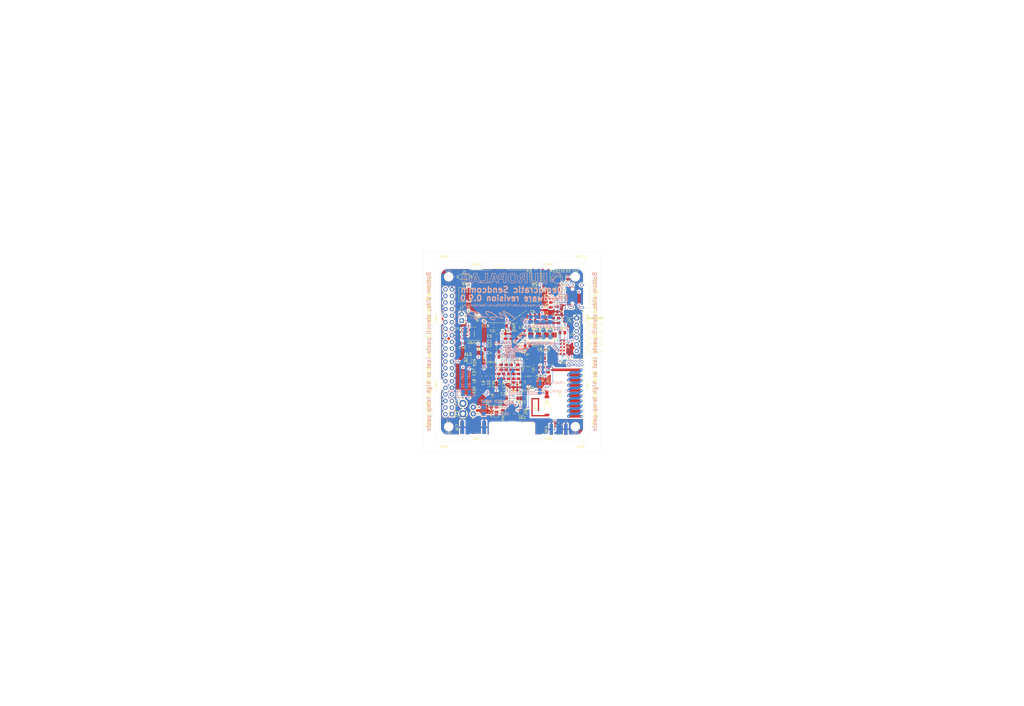
<source format=kicad_pcb>
(kicad_pcb (version 20171130) (host pcbnew 5.1.5+dfsg1-2build2)

  (general
    (thickness 1.6)
    (drawings 115)
    (tracks 1097)
    (zones 0)
    (modules 138)
    (nets 133)
  )

  (page A3)
  (title_block
    (title "Democratic Sendcomm")
    (date 2020-11-20)
    (rev 0.9.0)
    (company "Europalab Devices")
    (comment 1 "Copyright © 2020, Europalab Devices")
    (comment 2 "Fulfilling requirements of 20200210")
    (comment 3 "Pending quality assurance testing")
    (comment 4 "Release revision for manufacturing")
  )

  (layers
    (0 F.Cu signal)
    (1 In1.Cu signal)
    (2 In2.Cu signal)
    (31 B.Cu signal)
    (34 B.Paste user)
    (35 F.Paste user)
    (36 B.SilkS user)
    (37 F.SilkS user)
    (38 B.Mask user)
    (39 F.Mask user)
    (40 Dwgs.User user)
    (41 Cmts.User user)
    (44 Edge.Cuts user)
    (45 Margin user)
    (46 B.CrtYd user)
    (47 F.CrtYd user)
    (48 B.Fab user)
    (49 F.Fab user)
  )

  (setup
    (last_trace_width 0.127)
    (user_trace_width 0.1016)
    (user_trace_width 0.127)
    (user_trace_width 0.2)
    (trace_clearance 0.09)
    (zone_clearance 0.508)
    (zone_45_only no)
    (trace_min 0.09)
    (via_size 0.356)
    (via_drill 0.2)
    (via_min_size 0.356)
    (via_min_drill 0.2)
    (user_via 0.45 0.2)
    (user_via 0.6 0.3)
    (uvia_size 0.45)
    (uvia_drill 0.1)
    (uvias_allowed no)
    (uvia_min_size 0.45)
    (uvia_min_drill 0.1)
    (edge_width 0.1)
    (segment_width 0.1)
    (pcb_text_width 0.25)
    (pcb_text_size 1 1)
    (mod_edge_width 0.15)
    (mod_text_size 1 1)
    (mod_text_width 0.15)
    (pad_size 2 1.5)
    (pad_drill 0)
    (pad_to_mask_clearance 0)
    (aux_axis_origin 0 0)
    (visible_elements 7FFFFFFF)
    (pcbplotparams
      (layerselection 0x313fc_ffffffff)
      (usegerberextensions true)
      (usegerberattributes false)
      (usegerberadvancedattributes false)
      (creategerberjobfile false)
      (excludeedgelayer true)
      (linewidth 0.150000)
      (plotframeref false)
      (viasonmask false)
      (mode 1)
      (useauxorigin false)
      (hpglpennumber 1)
      (hpglpenspeed 20)
      (hpglpendiameter 15.000000)
      (psnegative false)
      (psa4output false)
      (plotreference true)
      (plotvalue true)
      (plotinvisibletext false)
      (padsonsilk false)
      (subtractmaskfromsilk false)
      (outputformat 1)
      (mirror false)
      (drillshape 0)
      (scaleselection 1)
      (outputdirectory "fabsingle"))
  )

  (net 0 "")
  (net 1 GND)
  (net 2 "Net-(AE1-Pad1)")
  (net 3 /Sheet5F53D5B4/RFSWPWR)
  (net 4 "Net-(C8-Pad1)")
  (net 5 /Sheet5F53D5B4/POWAMP)
  (net 6 "Net-(C13-Pad1)")
  (net 7 /Sheet5F53D5B4/HFOUT)
  (net 8 +3V3)
  (net 9 "Net-(C29-Pad1)")
  (net 10 /Sheet5F53D5B4/HPOUT)
  (net 11 /Sheet5F53D5B4/HFIN)
  (net 12 /Sheet5F53D5B4/BANDSEL)
  (net 13 "Net-(BT1-Pad1)")
  (net 14 /Sheet5F53D5B4/USB_BUS)
  (net 15 "Net-(C33-Pad1)")
  (net 16 "Net-(C34-Pad1)")
  (net 17 /Sheet5F53D5B4/CMDRST)
  (net 18 "Net-(D1-Pad2)")
  (net 19 "Net-(D1-Pad1)")
  (net 20 "Net-(D2-Pad1)")
  (net 21 "Net-(D2-Pad2)")
  (net 22 /Sheet5F53D5B4/USB_P)
  (net 23 /Sheet5F53D5B4/USB_N)
  (net 24 /Sheet60040980/ID_SD)
  (net 25 /Sheet60040980/ID_SC)
  (net 26 /Sheet5F53D5B4/SWDCLK)
  (net 27 "Net-(J3-Pad7)")
  (net 28 "Net-(J3-Pad8)")
  (net 29 "Net-(J4-Pad6)")
  (net 30 /Sheet5F53D5B4/CN_VBAT)
  (net 31 /Sheet5F53D5B4/XCEIV)
  (net 32 "Net-(AE5-Pad2)")
  (net 33 "Net-(C1-Pad1)")
  (net 34 "Net-(C7-Pad1)")
  (net 35 "Net-(C14-Pad1)")
  (net 36 "Net-(C17-Pad1)")
  (net 37 "Net-(C18-Pad2)")
  (net 38 "Net-(C19-Pad2)")
  (net 39 "Net-(C23-Pad2)")
  (net 40 "Net-(C23-Pad1)")
  (net 41 "Net-(C24-Pad1)")
  (net 42 "Net-(C24-Pad2)")
  (net 43 "Net-(C29-Pad2)")
  (net 44 "Net-(C33-Pad2)")
  (net 45 "Net-(C35-Pad2)")
  (net 46 "Net-(C40-Pad1)")
  (net 47 "Net-(J2-PadB5)")
  (net 48 "Net-(J2-PadA8)")
  (net 49 "Net-(J2-PadA5)")
  (net 50 "Net-(J2-PadB8)")
  (net 51 "Net-(J2-PadA4)")
  (net 52 "Net-(J3-Pad2)")
  (net 53 "Net-(J3-Pad3)")
  (net 54 "Net-(J3-Pad4)")
  (net 55 "Net-(J3-Pad5)")
  (net 56 "Net-(J3-Pad10)")
  (net 57 "Net-(J3-Pad11)")
  (net 58 "Net-(J3-Pad12)")
  (net 59 "Net-(J3-Pad13)")
  (net 60 "Net-(J3-Pad15)")
  (net 61 "Net-(J3-Pad16)")
  (net 62 "Net-(J3-Pad18)")
  (net 63 "Net-(J3-Pad19)")
  (net 64 "Net-(J3-Pad21)")
  (net 65 "Net-(J3-Pad22)")
  (net 66 "Net-(J3-Pad23)")
  (net 67 "Net-(J3-Pad24)")
  (net 68 "Net-(J3-Pad26)")
  (net 69 "Net-(J3-Pad29)")
  (net 70 "Net-(J3-Pad31)")
  (net 71 "Net-(J3-Pad32)")
  (net 72 "Net-(J3-Pad33)")
  (net 73 "Net-(J3-Pad35)")
  (net 74 "Net-(J3-Pad36)")
  (net 75 "Net-(J3-Pad37)")
  (net 76 "Net-(J3-Pad38)")
  (net 77 "Net-(J3-Pad40)")
  (net 78 "Net-(J4-Pad7)")
  (net 79 "Net-(J4-Pad8)")
  (net 80 "Net-(J5-Pad2)")
  (net 81 "Net-(J5-Pad3)")
  (net 82 "Net-(J5-Pad6)")
  (net 83 "Net-(J6-Pad1)")
  (net 84 "Net-(L1-Pad2)")
  (net 85 "Net-(R3-Pad1)")
  (net 86 "Net-(R4-Pad1)")
  (net 87 "Net-(R4-Pad2)")
  (net 88 "Net-(U2-Pad5)")
  (net 89 "Net-(U3-PadG1)")
  (net 90 "Net-(U3-PadH1)")
  (net 91 "Net-(U3-PadE3)")
  (net 92 "Net-(U3-PadE4)")
  (net 93 "Net-(U3-PadF4)")
  (net 94 "Net-(U3-PadE5)")
  (net 95 "Net-(U3-PadC7)")
  (net 96 "Net-(U3-PadD7)")
  (net 97 "Net-(U3-PadD8)")
  (net 98 "Net-(U5-Pad3)")
  (net 99 "Net-(U5-Pad4)")
  (net 100 "Net-(U8-Pad7)")
  (net 101 "Net-(U8-Pad3)")
  (net 102 "Net-(U8-Pad2)")
  (net 103 "Net-(U8-Pad1)")
  (net 104 "Net-(U9-Pad1)")
  (net 105 "Net-(U9-Pad2)")
  (net 106 "Net-(U9-Pad3)")
  (net 107 "Net-(U9-Pad7)")
  (net 108 /Sheet5F53D5B4/SWDIO)
  (net 109 "Net-(AE2-Pad1)")
  (net 110 "Net-(AE4-Pad1)")
  (net 111 "Net-(AE5-Pad1)")
  (net 112 "Net-(AE7-Pad1)")
  (net 113 "Net-(JP10-Pad1)")
  (net 114 "Net-(J6-Pad2)")
  (net 115 "Net-(J6-Pad3)")
  (net 116 "Net-(J6-Pad4)")
  (net 117 "Net-(J6-Pad5)")
  (net 118 "Net-(J6-Pad6)")
  (net 119 "Net-(J6-Pad7)")
  (net 120 "Net-(J6-Pad8)")
  (net 121 "Net-(J7-Pad1)")
  (net 122 "Net-(C94-Pad1)")
  (net 123 "Net-(C95-Pad1)")
  (net 124 /TP_SCL)
  (net 125 /TP_SDA)
  (net 126 "Net-(J20-Pad6)")
  (net 127 "Net-(J20-Pad7)")
  (net 128 "Net-(J20-Pad8)")
  (net 129 "Net-(Q2-Pad2)")
  (net 130 "Net-(JP27-Pad3)")
  (net 131 EXT_UART_TX)
  (net 132 EXT_UART_RX)

  (net_class Default "This is the default net class."
    (clearance 0.09)
    (trace_width 0.09)
    (via_dia 0.356)
    (via_drill 0.2)
    (uvia_dia 0.45)
    (uvia_drill 0.1)
    (add_net +3V3)
    (add_net /Sheet5F53D5B4/BANDSEL)
    (add_net /Sheet5F53D5B4/CMDRST)
    (add_net /Sheet5F53D5B4/CN_VBAT)
    (add_net /Sheet5F53D5B4/HFIN)
    (add_net /Sheet5F53D5B4/HFOUT)
    (add_net /Sheet5F53D5B4/HPOUT)
    (add_net /Sheet5F53D5B4/POWAMP)
    (add_net /Sheet5F53D5B4/RFSWPWR)
    (add_net /Sheet5F53D5B4/SWDCLK)
    (add_net /Sheet5F53D5B4/SWDIO)
    (add_net /Sheet5F53D5B4/USB_BUS)
    (add_net /Sheet5F53D5B4/USB_N)
    (add_net /Sheet5F53D5B4/USB_P)
    (add_net /Sheet5F53D5B4/XCEIV)
    (add_net /Sheet60040980/ID_SC)
    (add_net /Sheet60040980/ID_SD)
    (add_net /TP_SCL)
    (add_net /TP_SDA)
    (add_net EXT_UART_RX)
    (add_net EXT_UART_TX)
    (add_net GND)
    (add_net "Net-(AE1-Pad1)")
    (add_net "Net-(AE2-Pad1)")
    (add_net "Net-(AE4-Pad1)")
    (add_net "Net-(AE5-Pad1)")
    (add_net "Net-(AE5-Pad2)")
    (add_net "Net-(AE7-Pad1)")
    (add_net "Net-(BT1-Pad1)")
    (add_net "Net-(C1-Pad1)")
    (add_net "Net-(C13-Pad1)")
    (add_net "Net-(C14-Pad1)")
    (add_net "Net-(C17-Pad1)")
    (add_net "Net-(C18-Pad2)")
    (add_net "Net-(C19-Pad2)")
    (add_net "Net-(C23-Pad1)")
    (add_net "Net-(C23-Pad2)")
    (add_net "Net-(C24-Pad1)")
    (add_net "Net-(C24-Pad2)")
    (add_net "Net-(C29-Pad1)")
    (add_net "Net-(C29-Pad2)")
    (add_net "Net-(C33-Pad1)")
    (add_net "Net-(C33-Pad2)")
    (add_net "Net-(C34-Pad1)")
    (add_net "Net-(C35-Pad2)")
    (add_net "Net-(C40-Pad1)")
    (add_net "Net-(C7-Pad1)")
    (add_net "Net-(C8-Pad1)")
    (add_net "Net-(C94-Pad1)")
    (add_net "Net-(C95-Pad1)")
    (add_net "Net-(D1-Pad1)")
    (add_net "Net-(D1-Pad2)")
    (add_net "Net-(D2-Pad1)")
    (add_net "Net-(D2-Pad2)")
    (add_net "Net-(J2-PadA4)")
    (add_net "Net-(J2-PadA5)")
    (add_net "Net-(J2-PadA8)")
    (add_net "Net-(J2-PadB5)")
    (add_net "Net-(J2-PadB8)")
    (add_net "Net-(J20-Pad6)")
    (add_net "Net-(J20-Pad7)")
    (add_net "Net-(J20-Pad8)")
    (add_net "Net-(J3-Pad10)")
    (add_net "Net-(J3-Pad11)")
    (add_net "Net-(J3-Pad12)")
    (add_net "Net-(J3-Pad13)")
    (add_net "Net-(J3-Pad15)")
    (add_net "Net-(J3-Pad16)")
    (add_net "Net-(J3-Pad18)")
    (add_net "Net-(J3-Pad19)")
    (add_net "Net-(J3-Pad2)")
    (add_net "Net-(J3-Pad21)")
    (add_net "Net-(J3-Pad22)")
    (add_net "Net-(J3-Pad23)")
    (add_net "Net-(J3-Pad24)")
    (add_net "Net-(J3-Pad26)")
    (add_net "Net-(J3-Pad29)")
    (add_net "Net-(J3-Pad3)")
    (add_net "Net-(J3-Pad31)")
    (add_net "Net-(J3-Pad32)")
    (add_net "Net-(J3-Pad33)")
    (add_net "Net-(J3-Pad35)")
    (add_net "Net-(J3-Pad36)")
    (add_net "Net-(J3-Pad37)")
    (add_net "Net-(J3-Pad38)")
    (add_net "Net-(J3-Pad4)")
    (add_net "Net-(J3-Pad40)")
    (add_net "Net-(J3-Pad5)")
    (add_net "Net-(J3-Pad7)")
    (add_net "Net-(J3-Pad8)")
    (add_net "Net-(J4-Pad6)")
    (add_net "Net-(J4-Pad7)")
    (add_net "Net-(J4-Pad8)")
    (add_net "Net-(J5-Pad2)")
    (add_net "Net-(J5-Pad3)")
    (add_net "Net-(J5-Pad6)")
    (add_net "Net-(J6-Pad1)")
    (add_net "Net-(J6-Pad2)")
    (add_net "Net-(J6-Pad3)")
    (add_net "Net-(J6-Pad4)")
    (add_net "Net-(J6-Pad5)")
    (add_net "Net-(J6-Pad6)")
    (add_net "Net-(J6-Pad7)")
    (add_net "Net-(J6-Pad8)")
    (add_net "Net-(J7-Pad1)")
    (add_net "Net-(JP10-Pad1)")
    (add_net "Net-(JP27-Pad3)")
    (add_net "Net-(L1-Pad2)")
    (add_net "Net-(Q2-Pad2)")
    (add_net "Net-(R3-Pad1)")
    (add_net "Net-(R4-Pad1)")
    (add_net "Net-(R4-Pad2)")
    (add_net "Net-(U2-Pad5)")
    (add_net "Net-(U3-PadC7)")
    (add_net "Net-(U3-PadD7)")
    (add_net "Net-(U3-PadD8)")
    (add_net "Net-(U3-PadE3)")
    (add_net "Net-(U3-PadE4)")
    (add_net "Net-(U3-PadE5)")
    (add_net "Net-(U3-PadF4)")
    (add_net "Net-(U3-PadG1)")
    (add_net "Net-(U3-PadH1)")
    (add_net "Net-(U5-Pad3)")
    (add_net "Net-(U5-Pad4)")
    (add_net "Net-(U8-Pad1)")
    (add_net "Net-(U8-Pad2)")
    (add_net "Net-(U8-Pad3)")
    (add_net "Net-(U8-Pad7)")
    (add_net "Net-(U9-Pad1)")
    (add_net "Net-(U9-Pad2)")
    (add_net "Net-(U9-Pad3)")
    (add_net "Net-(U9-Pad7)")
  )

  (net_class Power ""
    (clearance 0.2)
    (trace_width 0.5)
    (via_dia 1)
    (via_drill 0.7)
    (uvia_dia 0.5)
    (uvia_drill 0.1)
  )

  (module Elabdev:Meinkuerzel_signature_480DPI (layer B.Cu) (tedit 0) (tstamp 5FBE809B)
    (at 202 134 180)
    (fp_text reference G1 (at 0 0) (layer B.SilkS) hide
      (effects (font (size 1.524 1.524) (thickness 0.3)) (justify mirror))
    )
    (fp_text value Meinkuerzel_signature (at 0.75 0) (layer B.SilkS) hide
      (effects (font (size 1.524 1.524) (thickness 0.3)) (justify mirror))
    )
    (fp_poly (pts (xy 7.849084 1.675651) (xy 8.303148 1.632827) (xy 8.685942 1.550363) (xy 8.876057 1.481326)
      (xy 9.07938 1.34976) (xy 9.204465 1.178624) (xy 9.241225 0.986809) (xy 9.210768 0.854557)
      (xy 9.078684 0.643748) (xy 8.864557 0.429964) (xy 8.589687 0.233059) (xy 8.471807 0.165759)
      (xy 8.232808 0.053863) (xy 7.923436 -0.068816) (xy 7.576824 -0.190996) (xy 7.226108 -0.301392)
      (xy 6.904421 -0.388723) (xy 6.731621 -0.426811) (xy 6.398868 -0.490816) (xy 6.556265 -0.586535)
      (xy 6.736632 -0.743549) (xy 6.819572 -0.938245) (xy 6.82625 -1.022915) (xy 6.780462 -1.15416)
      (xy 6.660466 -1.295963) (xy 6.49231 -1.424979) (xy 6.30204 -1.517866) (xy 6.258842 -1.531402)
      (xy 6.0446 -1.569955) (xy 5.805186 -1.581627) (xy 5.582286 -1.566858) (xy 5.417587 -1.526091)
      (xy 5.409578 -1.522402) (xy 5.285381 -1.409276) (xy 5.232727 -1.237525) (xy 5.243042 -1.133742)
      (xy 5.545646 -1.133742) (xy 5.569322 -1.243922) (xy 5.599007 -1.270742) (xy 5.725804 -1.30367)
      (xy 5.911501 -1.301091) (xy 6.117136 -1.267785) (xy 6.303743 -1.20853) (xy 6.368163 -1.176419)
      (xy 6.483421 -1.090411) (xy 6.547775 -1.006994) (xy 6.550669 -0.996984) (xy 6.519163 -0.903747)
      (xy 6.404517 -0.814537) (xy 6.229026 -0.742568) (xy 6.060328 -0.706358) (xy 5.903418 -0.693399)
      (xy 5.806355 -0.717484) (xy 5.726223 -0.79035) (xy 5.718194 -0.79992) (xy 5.596762 -0.979847)
      (xy 5.545646 -1.133742) (xy 5.243042 -1.133742) (xy 5.253531 -1.028227) (xy 5.344918 -0.810631)
      (xy 5.442538 -0.642303) (xy 5.295353 -0.646487) (xy 5.12125 -0.625399) (xy 5.035885 -0.550663)
      (xy 5.027083 -0.501447) (xy 5.075804 -0.410776) (xy 5.222941 -0.351671) (xy 5.469958 -0.32355)
      (xy 5.476875 -0.323261) (xy 5.599677 -0.314345) (xy 5.697993 -0.289875) (xy 5.794712 -0.235966)
      (xy 5.912725 -0.138734) (xy 6.074923 0.015705) (xy 6.138333 0.077935) (xy 6.357426 0.284825)
      (xy 6.520758 0.415811) (xy 6.63982 0.476704) (xy 6.726105 0.473318) (xy 6.791106 0.411464)
      (xy 6.792772 0.408883) (xy 6.813029 0.349999) (xy 6.787897 0.281807) (xy 6.704882 0.184844)
      (xy 6.561666 0.048946) (xy 6.270625 -0.217166) (xy 6.532899 -0.183078) (xy 6.900304 -0.115245)
      (xy 7.289474 -0.008645) (xy 7.678243 0.127507) (xy 8.044445 0.283994) (xy 8.365914 0.451601)
      (xy 8.620483 0.621112) (xy 8.749193 0.738377) (xy 8.856936 0.865956) (xy 8.92727 0.965202)
      (xy 8.942916 1.001728) (xy 8.895983 1.084773) (xy 8.773369 1.176095) (xy 8.602358 1.259484)
      (xy 8.410231 1.318727) (xy 8.408998 1.318992) (xy 8.149682 1.354937) (xy 7.8128 1.371973)
      (xy 7.424917 1.370093) (xy 7.012599 1.349291) (xy 6.686734 1.319437) (xy 6.066773 1.222977)
      (xy 5.517194 1.081213) (xy 5.043989 0.897075) (xy 4.653152 0.673494) (xy 4.350673 0.413401)
      (xy 4.142546 0.119727) (xy 4.114637 0.061443) (xy 4.047094 -0.15251) (xy 4.06025 -0.336634)
      (xy 4.160207 -0.518581) (xy 4.270456 -0.644496) (xy 4.390411 -0.79173) (xy 4.431252 -0.900383)
      (xy 4.427296 -0.922309) (xy 4.357272 -0.99719) (xy 4.242023 -0.977517) (xy 4.082983 -0.863726)
      (xy 4.010682 -0.795217) (xy 3.879838 -0.680755) (xy 3.765594 -0.608691) (xy 3.712637 -0.594925)
      (xy 3.6215 -0.594723) (xy 3.455888 -0.585507) (xy 3.246599 -0.569127) (xy 3.175 -0.562633)
      (xy 2.951086 -0.544014) (xy 2.793821 -0.54282) (xy 2.664643 -0.565021) (xy 2.524987 -0.61659)
      (xy 2.371034 -0.687127) (xy 2.100169 -0.795663) (xy 1.89262 -0.837972) (xy 1.841867 -0.837015)
      (xy 1.72083 -0.812158) (xy 1.663036 -0.745697) (xy 1.637803 -0.635) (xy 1.623821 -0.491701)
      (xy 1.628566 -0.389706) (xy 1.630235 -0.383646) (xy 1.692219 -0.322789) (xy 1.789679 -0.330876)
      (xy 1.885465 -0.399867) (xy 1.916539 -0.445597) (xy 1.984375 -0.573694) (xy 2.371569 -0.384068)
      (xy 2.758764 -0.194442) (xy 3.165319 -0.256321) (xy 3.413597 -0.293214) (xy 3.576071 -0.310583)
      (xy 3.67165 -0.304292) (xy 3.719238 -0.270208) (xy 3.737742 -0.204195) (xy 3.744012 -0.129767)
      (xy 3.817818 0.177969) (xy 3.989413 0.470621) (xy 4.251219 0.74303) (xy 4.595656 0.99004)
      (xy 5.015149 1.206492) (xy 5.502117 1.387229) (xy 6.048984 1.527094) (xy 6.228561 1.561184)
      (xy 6.794861 1.64034) (xy 7.340678 1.678326) (xy 7.849084 1.675651)) (layer B.SilkS) (width 0.01))
    (fp_poly (pts (xy -4.580024 1.756567) (xy -4.544854 1.74305) (xy -4.466016 1.67622) (xy -4.437143 1.580417)
      (xy -4.461964 1.447967) (xy -4.544204 1.271201) (xy -4.68759 1.042447) (xy -4.895848 0.754033)
      (xy -5.172705 0.39829) (xy -5.237349 0.3175) (xy -5.411926 0.098408) (xy -5.577817 -0.112809)
      (xy -5.714811 -0.290245) (xy -5.794689 -0.396875) (xy -5.948296 -0.608542) (xy -5.791961 -0.468507)
      (xy -5.700695 -0.392772) (xy -5.541009 -0.266466) (xy -5.329307 -0.10231) (xy -5.081994 0.086977)
      (xy -4.815472 0.288675) (xy -4.815417 0.288716) (xy -4.345432 0.631252) (xy -3.946225 0.897872)
      (xy -3.615767 1.089474) (xy -3.352032 1.206955) (xy -3.152989 1.251211) (xy -3.016612 1.223138)
      (xy -2.940872 1.123633) (xy -2.939055 1.118116) (xy -2.92791 1.023519) (xy -2.955738 0.908417)
      (xy -3.029742 0.759005) (xy -3.157121 0.561475) (xy -3.345079 0.302021) (xy -3.409058 0.217037)
      (xy -3.654587 -0.113597) (xy -3.860834 -0.404313) (xy -4.022275 -0.646491) (xy -4.133388 -0.831509)
      (xy -4.188652 -0.950744) (xy -4.185335 -0.994958) (xy -4.120655 -0.981486) (xy -3.976478 -0.932768)
      (xy -3.770527 -0.855371) (xy -3.520529 -0.755864) (xy -3.349225 -0.685128) (xy -3.06462 -0.570045)
      (xy -2.797019 -0.469163) (xy -2.569108 -0.390505) (xy -2.403576 -0.342097) (xy -2.349431 -0.331513)
      (xy -2.183877 -0.291941) (xy -2.07811 -0.206425) (xy -2.041672 -0.151915) (xy -1.850086 0.096101)
      (xy -1.567603 0.354844) (xy -1.207453 0.616123) (xy -0.78287 0.87175) (xy -0.307084 1.113536)
      (xy 0.206672 1.333293) (xy 0.574448 1.467145) (xy 0.853452 1.556991) (xy 1.074831 1.61415)
      (xy 1.278935 1.645957) (xy 1.506112 1.659747) (xy 1.647661 1.662241) (xy 1.89537 1.661355)
      (xy 2.061526 1.650821) (xy 2.170245 1.626908) (xy 2.245641 1.585888) (xy 2.269431 1.566069)
      (xy 2.364656 1.413892) (xy 2.378536 1.21834) (xy 2.31231 1.002224) (xy 2.231511 0.867835)
      (xy 2.055394 0.653788) (xy 1.846452 0.444397) (xy 1.622129 0.252501) (xy 1.399873 0.090942)
      (xy 1.19713 -0.02744) (xy 1.031346 -0.089804) (xy 0.931657 -0.088852) (xy 0.853749 -0.025156)
      (xy 0.874571 0.06423) (xy 0.991583 0.174246) (xy 1.09802 0.242886) (xy 1.314624 0.387246)
      (xy 1.527802 0.560014) (xy 1.72429 0.746283) (xy 1.890825 0.931146) (xy 2.014146 1.099697)
      (xy 2.080988 1.237027) (xy 2.078088 1.32823) (xy 2.071165 1.336667) (xy 1.954541 1.387475)
      (xy 1.756832 1.400928) (xy 1.494763 1.380087) (xy 1.185063 1.328013) (xy 0.844457 1.247766)
      (xy 0.489674 1.142406) (xy 0.137439 1.014995) (xy -0.00172 0.957368) (xy -0.385109 0.777304)
      (xy -0.74297 0.581237) (xy -1.065571 0.377182) (xy -1.343179 0.173152) (xy -1.566062 -0.022838)
      (xy -1.724487 -0.202776) (xy -1.808722 -0.358647) (xy -1.809035 -0.482438) (xy -1.789329 -0.514562)
      (xy -1.69188 -0.558953) (xy -1.49842 -0.578536) (xy -1.2158 -0.573404) (xy -0.850872 -0.543648)
      (xy -0.464887 -0.496867) (xy -0.056607 -0.452123) (xy 0.260382 -0.442712) (xy 0.494773 -0.469264)
      (xy 0.655256 -0.532408) (xy 0.714552 -0.58228) (xy 0.776217 -0.725165) (xy 0.746162 -0.908878)
      (xy 0.632079 -1.115352) (xy 0.45893 -1.290216) (xy 0.2117 -1.450188) (xy -0.085638 -1.588107)
      (xy -0.409112 -1.696809) (xy -0.734748 -1.769134) (xy -1.038572 -1.797919) (xy -1.296612 -1.776003)
      (xy -1.42875 -1.731015) (xy -1.546706 -1.617759) (xy -1.577815 -1.519827) (xy -1.560687 -1.389395)
      (xy -1.486335 -1.336349) (xy -1.378138 -1.369493) (xy -1.317893 -1.421952) (xy -1.19986 -1.505637)
      (xy -1.092449 -1.534584) (xy -0.859949 -1.513387) (xy -0.579373 -1.457345) (xy -0.297878 -1.377776)
      (xy -0.068589 -1.288836) (xy 0.116249 -1.181832) (xy 0.284174 -1.050661) (xy 0.411262 -0.917533)
      (xy 0.473586 -0.804658) (xy 0.47625 -0.783054) (xy 0.425256 -0.757675) (xy 0.277287 -0.748743)
      (xy 0.039858 -0.755912) (xy -0.279513 -0.778835) (xy -0.673311 -0.817167) (xy -0.956033 -0.849048)
      (xy -1.308534 -0.882196) (xy -1.57585 -0.8857) (xy -1.774982 -0.85746) (xy -1.922933 -0.795374)
      (xy -2.017888 -0.717835) (xy -2.096716 -0.653738) (xy -2.190635 -0.62131) (xy -2.313833 -0.623423)
      (xy -2.480498 -0.662945) (xy -2.704818 -0.742748) (xy -3.00098 -0.865702) (xy -3.216817 -0.960383)
      (xy -3.585839 -1.11854) (xy -3.874386 -1.227749) (xy -4.094462 -1.290524) (xy -4.258069 -1.309381)
      (xy -4.377212 -1.286836) (xy -4.463891 -1.225404) (xy -4.466704 -1.222337) (xy -4.518051 -1.14061)
      (xy -4.530831 -1.040781) (xy -4.500098 -0.912213) (xy -4.420902 -0.744269) (xy -4.288295 -0.526313)
      (xy -4.097327 -0.247708) (xy -3.863138 0.07498) (xy -3.679345 0.325213) (xy -3.519393 0.545064)
      (xy -3.393108 0.720859) (xy -3.310313 0.838921) (xy -3.280834 0.885525) (xy -3.323557 0.888476)
      (xy -3.399896 0.869711) (xy -3.542096 0.805036) (xy -3.750284 0.678102) (xy -4.027571 0.486762)
      (xy -4.377062 0.228867) (xy -4.801868 -0.097732) (xy -4.81991 -0.111817) (xy -5.187034 -0.396401)
      (xy -5.482932 -0.620081) (xy -5.717862 -0.789492) (xy -5.902078 -0.911266) (xy -6.045837 -0.99204)
      (xy -6.159396 -1.038447) (xy -6.25301 -1.057121) (xy -6.283148 -1.058333) (xy -6.40378 -1.045849)
      (xy -6.450441 -0.994435) (xy -6.455563 -0.939271) (xy -6.445942 -0.865735) (xy -6.412644 -0.776476)
      (xy -6.348546 -0.66103) (xy -6.24652 -0.508935) (xy -6.099443 -0.309727) (xy -5.90019 -0.052942)
      (xy -5.641635 0.271882) (xy -5.570553 0.360397) (xy -5.363566 0.620769) (xy -5.174974 0.863504)
      (xy -5.016826 1.072659) (xy -4.901172 1.23229) (xy -4.84006 1.326453) (xy -4.839117 1.328251)
      (xy -4.786636 1.436383) (xy -4.790145 1.473528) (xy -4.856494 1.462433) (xy -4.877731 1.456477)
      (xy -4.973599 1.420322) (xy -5.140081 1.348706) (xy -5.352621 1.252468) (xy -5.55625 1.156974)
      (xy -6.094525 0.881508) (xy -6.644499 0.565345) (xy -7.182748 0.223911) (xy -7.685848 -0.12737)
      (xy -8.130378 -0.473072) (xy -8.424687 -0.732038) (xy -8.650145 -0.95487) (xy -8.800069 -1.131002)
      (xy -8.884377 -1.276175) (xy -8.912984 -1.406131) (xy -8.905425 -1.495188) (xy -8.906488 -1.61853)
      (xy -8.964006 -1.672137) (xy -9.075823 -1.672519) (xy -9.156792 -1.593028) (xy -9.200558 -1.456755)
      (xy -9.200763 -1.286789) (xy -9.151052 -1.106218) (xy -9.131299 -1.06447) (xy -9.024915 -0.913844)
      (xy -8.843627 -0.718433) (xy -8.601654 -0.490528) (xy -8.313213 -0.242422) (xy -7.992524 0.013592)
      (xy -7.653804 0.265222) (xy -7.3545 0.471681) (xy -6.896098 0.764541) (xy -6.449337 1.028776)
      (xy -6.024338 1.259805) (xy -5.631223 1.453048) (xy -5.280112 1.603926) (xy -4.981128 1.707858)
      (xy -4.744392 1.760265) (xy -4.580024 1.756567)) (layer B.SilkS) (width 0.01))
  )

  (module Elabdev:Panel_Mousetab_25mm_Single (layer F.Cu) (tedit 5CD9E59A) (tstamp 5FBE7343)
    (at 224 114.25 270)
    (path /5CD5C3A7)
    (fp_text reference TAB5 (at 0 0 180) (layer F.SilkS)
      (effects (font (size 0.8 0.8) (thickness 0.13)))
    )
    (fp_text value Pantab (at 0 -3.5 270) (layer F.Fab)
      (effects (font (size 1 1) (thickness 0.15)))
    )
    (fp_line (start -2.1 -2.6) (end 2.1 -2.6) (layer F.CrtYd) (width 0.15))
    (fp_line (start -2.1 2.6) (end -2.1 -2.6) (layer F.CrtYd) (width 0.15))
    (fp_line (start 2.1 2.6) (end -2.1 2.6) (layer F.CrtYd) (width 0.15))
    (fp_line (start 2.1 -2.6) (end 2.1 2.6) (layer F.CrtYd) (width 0.15))
    (fp_line (start -1.25 -2.2) (end -1.25 2.2) (layer F.Fab) (width 0.15))
    (fp_line (start 1.25 -2.2) (end 1.25 2.2) (layer F.Fab) (width 0.15))
    (pad "" np_thru_hole circle (at 1.35 -2 270) (size 0.5 0.5) (drill 0.5) (layers *.Cu))
    (pad "" np_thru_hole circle (at 1.35 -1.2 270) (size 0.5 0.5) (drill 0.5) (layers *.Cu))
    (pad "" np_thru_hole circle (at 1.35 -0.4 270) (size 0.5 0.5) (drill 0.5) (layers *.Cu))
    (pad "" np_thru_hole circle (at 1.35 0.4 270) (size 0.5 0.5) (drill 0.5) (layers *.Cu))
    (pad "" np_thru_hole circle (at 1.35 1.2 270) (size 0.5 0.5) (drill 0.5) (layers *.Cu))
    (pad "" np_thru_hole circle (at 1.35 2 270) (size 0.5 0.5) (drill 0.5) (layers *.Cu))
  )

  (module Elabdev:Elablogoslk-Gfx (layer B.Cu) (tedit 0) (tstamp 5FBDF7AF)
    (at 210 119.5 180)
    (fp_text reference G** (at 0 0) (layer B.SilkS) hide
      (effects (font (size 1.524 1.524) (thickness 0.3)) (justify mirror))
    )
    (fp_text value Elablogoslk (at 0.75 0) (layer B.SilkS) hide
      (effects (font (size 1.524 1.524) (thickness 0.3)) (justify mirror))
    )
    (fp_poly (pts (xy -15.405836 -0.675184) (xy -15.287483 -0.702055) (xy -15.188143 -0.754619) (xy -15.108772 -0.827765)
      (xy -15.050327 -0.916382) (xy -15.013763 -1.015359) (xy -15.000037 -1.119584) (xy -15.010104 -1.223945)
      (xy -15.04492 -1.323332) (xy -15.105441 -1.412633) (xy -15.192623 -1.486737) (xy -15.24833 -1.517344)
      (xy -15.356716 -1.550357) (xy -15.476625 -1.557984) (xy -15.592872 -1.539403) (xy -15.602283 -1.53653)
      (xy -15.678123 -1.497127) (xy -15.752493 -1.432517) (xy -15.815972 -1.352895) (xy -15.859141 -1.268459)
      (xy -15.864155 -1.2531) (xy -15.88425 -1.176683) (xy -15.891257 -1.117668) (xy -15.885212 -1.059627)
      (xy -15.866149 -0.986134) (xy -15.864727 -0.981328) (xy -15.815988 -0.8777) (xy -15.739972 -0.790432)
      (xy -15.643773 -0.72426) (xy -15.534487 -0.683915) (xy -15.419207 -0.674131) (xy -15.405836 -0.675184)) (layer B.Mask) (width 0.01))
    (fp_poly (pts (xy 17.476107 1.827609) (xy 17.687258 1.825899) (xy 17.865618 1.824237) (xy 18.014678 1.822477)
      (xy 18.137934 1.82047) (xy 18.238879 1.818068) (xy 18.321005 1.815122) (xy 18.387806 1.811484)
      (xy 18.442776 1.807007) (xy 18.489407 1.801541) (xy 18.531194 1.794939) (xy 18.57163 1.787052)
      (xy 18.6055 1.779685) (xy 18.771822 1.733432) (xy 18.923911 1.673315) (xy 19.054677 1.602656)
      (xy 19.157033 1.524776) (xy 19.164226 1.5179) (xy 19.246251 1.417951) (xy 19.315464 1.294688)
      (xy 19.365371 1.16053) (xy 19.377923 1.109275) (xy 19.39052 1.010407) (xy 19.393203 0.893754)
      (xy 19.386762 0.771789) (xy 19.371983 0.656983) (xy 19.349655 0.561808) (xy 19.341939 0.539811)
      (xy 19.283862 0.430962) (xy 19.19941 0.326298) (xy 19.097976 0.236127) (xy 19.019624 0.185927)
      (xy 18.914298 0.12941) (xy 18.968542 0.109123) (xy 19.093064 0.054672) (xy 19.194891 -0.009335)
      (xy 19.285933 -0.089714) (xy 19.390804 -0.214403) (xy 19.467199 -0.350129) (xy 19.516977 -0.501894)
      (xy 19.541997 -0.674698) (xy 19.545898 -0.789214) (xy 19.53245 -0.987132) (xy 19.491752 -1.163006)
      (xy 19.423278 -1.317328) (xy 19.326496 -1.450588) (xy 19.200879 -1.563277) (xy 19.045898 -1.655885)
      (xy 18.861023 -1.728905) (xy 18.645726 -1.782826) (xy 18.442214 -1.81358) (xy 18.390712 -1.817354)
      (xy 18.307346 -1.820878) (xy 18.196536 -1.82407) (xy 18.062704 -1.826851) (xy 17.910272 -1.829142)
      (xy 17.743659 -1.830864) (xy 17.567287 -1.831936) (xy 17.403536 -1.83228) (xy 16.528143 -1.832429)
      (xy 16.528143 -1.197429) (xy 17.471571 -1.197429) (xy 17.812474 -1.197429) (xy 17.960507 -1.19621)
      (xy 18.077011 -1.192363) (xy 18.166668 -1.185602) (xy 18.234157 -1.175639) (xy 18.257984 -1.170182)
      (xy 18.384709 -1.1231) (xy 18.482481 -1.054854) (xy 18.552639 -0.964254) (xy 18.589417 -0.8761)
      (xy 18.611394 -0.756961) (xy 18.608994 -0.636283) (xy 18.583832 -0.523232) (xy 18.537525 -0.426977)
      (xy 18.502598 -0.383459) (xy 18.44707 -0.333771) (xy 18.385424 -0.294593) (xy 18.312843 -0.264829)
      (xy 18.22451 -0.243381) (xy 18.115607 -0.229153) (xy 17.981316 -0.221046) (xy 17.816821 -0.217964)
      (xy 17.775464 -0.217851) (xy 17.471571 -0.217714) (xy 17.471571 -1.197429) (xy 16.528143 -1.197429)
      (xy 16.528143 1.197428) (xy 17.471571 1.197428) (xy 17.471571 0.417286) (xy 17.804933 0.417286)
      (xy 17.937918 0.418126) (xy 18.040036 0.420891) (xy 18.116671 0.425945) (xy 18.173209 0.433651)
      (xy 18.215035 0.444376) (xy 18.217426 0.445205) (xy 18.319056 0.498467) (xy 18.395331 0.575146)
      (xy 18.444205 0.67085) (xy 18.463631 0.781188) (xy 18.451564 0.901769) (xy 18.443884 0.931299)
      (xy 18.396902 1.030842) (xy 18.322562 1.110813) (xy 18.227195 1.165118) (xy 18.18819 1.177399)
      (xy 18.143627 1.184049) (xy 18.070672 1.189765) (xy 17.977218 1.19415) (xy 17.871155 1.196808)
      (xy 17.790109 1.197428) (xy 17.471571 1.197428) (xy 16.528143 1.197428) (xy 16.528143 1.835008)
      (xy 17.476107 1.827609)) (layer B.Mask) (width 0.01))
    (fp_poly (pts (xy 14.119941 1.828149) (xy 14.684369 1.823357) (xy 15.359475 0) (xy 16.034582 -1.823357)
      (xy 15.571079 -1.828205) (xy 15.445094 -1.82918) (xy 15.331429 -1.829406) (xy 15.235013 -1.828925)
      (xy 15.160777 -1.827781) (xy 15.11365 -1.826018) (xy 15.098562 -1.824039) (xy 15.090052 -1.80483)
      (xy 15.071782 -1.756797) (xy 15.045759 -1.68544) (xy 15.013987 -1.59626) (xy 14.978473 -1.494759)
      (xy 14.977731 -1.49262) (xy 14.865914 -1.170214) (xy 14.120645 -1.165479) (xy 13.375375 -1.160744)
      (xy 13.306737 -1.355979) (xy 13.272699 -1.452448) (xy 13.236904 -1.553325) (xy 13.204622 -1.643779)
      (xy 13.188986 -1.687286) (xy 13.139873 -1.823357) (xy 12.664678 -1.828197) (xy 12.53823 -1.828961)
      (xy 12.425118 -1.828639) (xy 12.329969 -1.827326) (xy 12.257408 -1.825117) (xy 12.212064 -1.822108)
      (xy 12.19843 -1.818559) (xy 12.205849 -1.799875) (xy 12.225002 -1.749455) (xy 12.255032 -1.669593)
      (xy 12.295087 -1.562586) (xy 12.34431 -1.430729) (xy 12.401847 -1.276318) (xy 12.466842 -1.101648)
      (xy 12.538441 -0.909015) (xy 12.615789 -0.700714) (xy 12.69803 -0.479041) (xy 12.702348 -0.467391)
      (xy 13.614056 -0.467391) (xy 13.61958 -0.47467) (xy 13.636172 -0.480187) (xy 13.66764 -0.484184)
      (xy 13.717795 -0.486904) (xy 13.790447 -0.488587) (xy 13.889405 -0.489478) (xy 14.01848 -0.489817)
      (xy 14.115143 -0.489857) (xy 14.270607 -0.489531) (xy 14.392961 -0.488457) (xy 14.485375 -0.486493)
      (xy 14.551022 -0.483496) (xy 14.59307 -0.479323) (xy 14.614692 -0.473831) (xy 14.619171 -0.467179)
      (xy 14.611769 -0.445613) (xy 14.593892 -0.393441) (xy 14.566814 -0.314385) (xy 14.53181 -0.212168)
      (xy 14.490155 -0.090515) (xy 14.443125 0.046852) (xy 14.391994 0.196209) (xy 14.367839 0.266773)
      (xy 14.315439 0.418794) (xy 14.266379 0.559098) (xy 14.221933 0.684192) (xy 14.183374 0.790582)
      (xy 14.151976 0.874778) (xy 14.129011 0.933285) (xy 14.115754 0.96261) (xy 14.11319 0.965273)
      (xy 14.105039 0.945854) (xy 14.08648 0.895813) (xy 14.058824 0.818867) (xy 14.023386 0.718735)
      (xy 13.981478 0.599134) (xy 13.934414 0.463783) (xy 13.883507 0.316398) (xy 13.865167 0.263071)
      (xy 13.813057 0.111504) (xy 13.764295 -0.030104) (xy 13.720215 -0.157901) (xy 13.682146 -0.268036)
      (xy 13.651421 -0.356659) (xy 13.629372 -0.419918) (xy 13.617329 -0.453964) (xy 13.615787 -0.458107)
      (xy 13.614056 -0.467391) (xy 12.702348 -0.467391) (xy 12.784311 -0.246291) (xy 12.842155 -0.090148)
      (xy 12.931409 0.150825) (xy 13.017702 0.38378) (xy 13.100126 0.606258) (xy 13.177768 0.815802)
      (xy 13.249717 1.009954) (xy 13.315063 1.186256) (xy 13.372895 1.34225) (xy 13.422301 1.47548)
      (xy 13.462371 1.583486) (xy 13.492193 1.663811) (xy 13.510857 1.713998) (xy 13.516223 1.728364)
      (xy 13.555513 1.832942) (xy 14.119941 1.828149)) (layer B.Mask) (width 0.01))
    (fp_poly (pts (xy 10.359571 -1.124857) (xy 12.028714 -1.124857) (xy 12.028714 -1.832429) (xy 9.416143 -1.832429)
      (xy 9.416143 1.832429) (xy 10.359571 1.832429) (xy 10.359571 -1.124857)) (layer B.Mask) (width 0.01))
    (fp_poly (pts (xy 8.199353 0.127) (xy 8.288425 -0.113439) (xy 8.374711 -0.34635) (xy 8.457277 -0.569212)
      (xy 8.535188 -0.7795) (xy 8.607508 -0.974691) (xy 8.673302 -1.152261) (xy 8.731636 -1.309687)
      (xy 8.781574 -1.444447) (xy 8.822182 -1.554015) (xy 8.852524 -1.63587) (xy 8.871666 -1.687486)
      (xy 8.876754 -1.701194) (xy 8.925739 -1.83303) (xy 8.45225 -1.828194) (xy 7.97876 -1.823357)
      (xy 7.866169 -1.496786) (xy 7.753577 -1.170214) (xy 6.263113 -1.160744) (xy 6.215979 -1.292479)
      (xy 6.18957 -1.366538) (xy 6.156119 -1.460694) (xy 6.120643 -1.560816) (xy 6.098384 -1.623786)
      (xy 6.027922 -1.823357) (xy 5.555303 -1.828192) (xy 5.082684 -1.833026) (xy 5.109 -1.764692)
      (xy 5.118841 -1.738485) (xy 5.140399 -1.680606) (xy 5.172801 -1.59341) (xy 5.215173 -1.479255)
      (xy 5.26664 -1.3405) (xy 5.32633 -1.1795) (xy 5.393368 -0.998613) (xy 5.46688 -0.800198)
      (xy 5.545992 -0.586611) (xy 5.590624 -0.466084) (xy 6.500383 -0.466084) (xy 6.503747 -0.473226)
      (xy 6.522197 -0.478851) (xy 6.559117 -0.48312) (xy 6.617891 -0.486194) (xy 6.701902 -0.488231)
      (xy 6.814535 -0.489393) (xy 6.959172 -0.489839) (xy 7.003143 -0.489857) (xy 7.158575 -0.489532)
      (xy 7.280898 -0.488459) (xy 7.373282 -0.486498) (xy 7.438898 -0.483504) (xy 7.480918 -0.479336)
      (xy 7.502511 -0.47385) (xy 7.506956 -0.467179) (xy 7.499509 -0.445611) (xy 7.481591 -0.393437)
      (xy 7.454479 -0.31438) (xy 7.419449 -0.212163) (xy 7.377777 -0.090513) (xy 7.33074 0.046847)
      (xy 7.279613 0.196192) (xy 7.255551 0.266494) (xy 7.203171 0.418497) (xy 7.154136 0.558793)
      (xy 7.109719 0.683886) (xy 7.071192 0.790281) (xy 7.039829 0.874483) (xy 7.016902 0.932996)
      (xy 7.003686 0.962326) (xy 7.001147 0.964994) (xy 6.993017 0.945656) (xy 6.974441 0.89568)
      (xy 6.946726 0.818758) (xy 6.911178 0.718582) (xy 6.869105 0.598844) (xy 6.821814 0.463236)
      (xy 6.770613 0.31545) (xy 6.749793 0.255094) (xy 6.697385 0.103053) (xy 6.648476 -0.038716)
      (xy 6.604368 -0.166446) (xy 6.566363 -0.276369) (xy 6.535764 -0.364717) (xy 6.513876 -0.427723)
      (xy 6.502 -0.461619) (xy 6.500383 -0.466084) (xy 5.590624 -0.466084) (xy 5.629831 -0.36021)
      (xy 5.717523 -0.123352) (xy 5.786688 0.0635) (xy 6.438059 1.823357) (xy 7.570937 1.823357)
      (xy 8.199353 0.127)) (layer B.Mask) (width 0.01))
    (fp_poly (pts (xy 3.261178 1.827277) (xy 3.480979 1.825468) (xy 3.667644 1.823588) (xy 3.824324 1.821528)
      (xy 3.954168 1.819181) (xy 4.060326 1.81644) (xy 4.145949 1.813196) (xy 4.214186 1.809344)
      (xy 4.268189 1.804775) (xy 4.311106 1.799382) (xy 4.346087 1.793058) (xy 4.360384 1.789806)
      (xy 4.57993 1.722356) (xy 4.770202 1.633466) (xy 4.931207 1.523128) (xy 5.062949 1.391336)
      (xy 5.165434 1.238084) (xy 5.238668 1.063365) (xy 5.282655 0.867172) (xy 5.297401 0.6495)
      (xy 5.297399 0.645705) (xy 5.288217 0.449129) (xy 5.259944 0.278882) (xy 5.210498 0.129241)
      (xy 5.137794 -0.005519) (xy 5.039749 -0.131121) (xy 4.999026 -0.174012) (xy 4.895224 -0.267312)
      (xy 4.781879 -0.345945) (xy 4.655594 -0.410816) (xy 4.512975 -0.462831) (xy 4.350626 -0.502892)
      (xy 4.165152 -0.531906) (xy 3.953157 -0.550777) (xy 3.711246 -0.56041) (xy 3.542393 -0.562141)
      (xy 3.229428 -0.562429) (xy 3.229428 -1.832429) (xy 2.286 -1.832429) (xy 2.286 1.161143)
      (xy 3.229428 1.161143) (xy 3.229428 0.124325) (xy 3.596821 0.130257) (xy 3.723136 0.132565)
      (xy 3.819164 0.135281) (xy 3.890902 0.139038) (xy 3.944349 0.144469) (xy 3.985502 0.152208)
      (xy 4.020359 0.16289) (xy 4.054919 0.177147) (xy 4.059313 0.17912) (xy 4.169998 0.247064)
      (xy 4.252769 0.337754) (xy 4.306977 0.449997) (xy 4.331976 0.582598) (xy 4.332071 0.68209)
      (xy 4.311044 0.815987) (xy 4.265746 0.924961) (xy 4.194448 1.012525) (xy 4.152688 1.046406)
      (xy 4.091383 1.0851) (xy 4.025279 1.114474) (xy 3.948479 1.135638) (xy 3.855086 1.149702)
      (xy 3.739205 1.157776) (xy 3.594939 1.16097) (xy 3.543117 1.161143) (xy 3.229428 1.161143)
      (xy 2.286 1.161143) (xy 2.286 1.834702) (xy 3.261178 1.827277)) (layer B.Mask) (width 0.01))
    (fp_poly (pts (xy -5.021036 1.832322) (xy -4.790545 1.831953) (xy -4.592718 1.830742) (xy -4.423936 1.828439)
      (xy -4.280582 1.824796) (xy -4.15904 1.819563) (xy -4.05569 1.812491) (xy -3.966916 1.80333)
      (xy -3.8891 1.791831) (xy -3.818625 1.777744) (xy -3.751873 1.760821) (xy -3.685226 1.740812)
      (xy -3.683 1.7401) (xy -3.505143 1.668202) (xy -3.35675 1.57546) (xy -3.237033 1.461065)
      (xy -3.145204 1.32421) (xy -3.080473 1.164086) (xy -3.065095 1.106714) (xy -3.052126 1.024859)
      (xy -3.044784 0.920167) (xy -3.043076 0.805447) (xy -3.04701 0.693506) (xy -3.056593 0.597152)
      (xy -3.064765 0.553367) (xy -3.122067 0.387982) (xy -3.210124 0.241735) (xy -3.328674 0.114934)
      (xy -3.477456 0.007885) (xy -3.57383 -0.043297) (xy -3.737708 -0.121173) (xy -3.668326 -0.14196)
      (xy -3.581385 -0.180968) (xy -3.486689 -0.24535) (xy -3.393008 -0.328178) (xy -3.309114 -0.42252)
      (xy -3.302741 -0.430815) (xy -3.267184 -0.483895) (xy -3.217707 -0.567269) (xy -3.155723 -0.678343)
      (xy -3.082645 -0.814521) (xy -2.999885 -0.973211) (xy -2.908856 -1.151818) (xy -2.893023 -1.183254)
      (xy -2.82288 -1.322987) (xy -2.758127 -1.452445) (xy -2.700522 -1.56808) (xy -2.651821 -1.666341)
      (xy -2.613784 -1.743682) (xy -2.588166 -1.796552) (xy -2.576727 -1.821403) (xy -2.576286 -1.822789)
      (xy -2.593653 -1.825316) (xy -2.642652 -1.827593) (xy -2.718631 -1.829528) (xy -2.816936 -1.831032)
      (xy -2.932915 -1.832014) (xy -3.061914 -1.832384) (xy -3.070679 -1.832385) (xy -3.565072 -1.832341)
      (xy -3.841286 -1.280998) (xy -3.935266 -1.094993) (xy -4.016708 -0.93913) (xy -4.088439 -0.810677)
      (xy -4.153287 -0.706904) (xy -4.214078 -0.625078) (xy -4.27364 -0.562471) (xy -4.334799 -0.51635)
      (xy -4.400382 -0.483984) (xy -4.473218 -0.462643) (xy -4.556132 -0.449597) (xy -4.651953 -0.442113)
      (xy -4.712607 -0.439322) (xy -4.934857 -0.43053) (xy -4.934857 -1.832429) (xy -5.878286 -1.832429)
      (xy -5.878286 0.194859) (xy -4.934857 0.194859) (xy -4.640036 0.20436) (xy -4.485926 0.211499)
      (xy -4.366408 0.22194) (xy -4.279926 0.23584) (xy -4.249825 0.243746) (xy -4.144318 0.293932)
      (xy -4.063726 0.369853) (xy -4.008771 0.470198) (xy -3.980174 0.593659) (xy -3.978435 0.736049)
      (xy -3.99804 0.857385) (xy -4.035625 0.958384) (xy -4.088688 1.032538) (xy -4.094482 1.037986)
      (xy -4.130735 1.063292) (xy -4.185257 1.093514) (xy -4.218877 1.109665) (xy -4.256325 1.124906)
      (xy -4.295556 1.136159) (xy -4.3433 1.144228) (xy -4.406282 1.149916) (xy -4.491232 1.154025)
      (xy -4.604875 1.15736) (xy -4.621893 1.157773) (xy -4.934857 1.165259) (xy -4.934857 0.194859)
      (xy -5.878286 0.194859) (xy -5.878286 1.832429) (xy -5.021036 1.832322)) (layer B.Mask) (width 0.01))
    (fp_poly (pts (xy -10.867571 1.124857) (xy -12.482286 1.124857) (xy -12.482286 0.435429) (xy -10.976429 0.435429)
      (xy -10.976429 -0.272143) (xy -12.482286 -0.272143) (xy -12.482286 -1.124857) (xy -10.813143 -1.124857)
      (xy -10.813143 -1.832429) (xy -13.425714 -1.832429) (xy -13.425714 1.832429) (xy -10.867571 1.832429)
      (xy -10.867571 1.124857)) (layer B.Mask) (width 0.01))
    (fp_poly (pts (xy -0.228978 1.89448) (xy -0.078724 1.888371) (xy 0.055719 1.876762) (xy 0.151065 1.86234)
      (xy 0.390616 1.801445) (xy 0.605048 1.717288) (xy 0.798897 1.607509) (xy 0.976703 1.469751)
      (xy 1.061357 1.38929) (xy 1.213795 1.212223) (xy 1.337717 1.01768) (xy 1.433707 0.804035)
      (xy 1.502349 0.569664) (xy 1.544225 0.31294) (xy 1.559919 0.032239) (xy 1.560072 0)
      (xy 1.5472 -0.283492) (xy 1.5082 -0.542822) (xy 1.442499 -0.779588) (xy 1.349522 -0.99539)
      (xy 1.228695 -1.191828) (xy 1.079444 -1.370501) (xy 1.061357 -1.389048) (xy 0.896512 -1.53709)
      (xy 0.720815 -1.65755) (xy 0.53061 -1.751843) (xy 0.322238 -1.821386) (xy 0.092042 -1.867598)
      (xy -0.163636 -1.891894) (xy -0.244929 -1.895095) (xy -0.344247 -1.897272) (xy -0.433738 -1.898118)
      (xy -0.505666 -1.897644) (xy -0.552295 -1.895858) (xy -0.562429 -1.894726) (xy -0.602523 -1.888187)
      (xy -0.665462 -1.878473) (xy -0.738175 -1.867598) (xy -0.743857 -1.866762) (xy -0.987164 -1.813977)
      (xy -1.214974 -1.730312) (xy -1.424808 -1.617574) (xy -1.614186 -1.477568) (xy -1.78063 -1.3121)
      (xy -1.92166 -1.122975) (xy -2.025001 -0.933616) (xy -2.105385 -0.721719) (xy -2.162321 -0.489395)
      (xy -2.195876 -0.243481) (xy -2.205744 0) (xy -1.222288 0) (xy -1.221796 -0.128993)
      (xy -1.219948 -0.228802) (xy -1.216185 -0.306517) (xy -1.20995 -0.369231) (xy -1.200684 -0.424036)
      (xy -1.187828 -0.478023) (xy -1.183354 -0.494518) (xy -1.114887 -0.688703) (xy -1.025572 -0.853973)
      (xy -0.916566 -0.989615) (xy -0.789032 -1.09492) (xy -0.644127 -1.169176) (xy -0.483013 -1.211671)
      (xy -0.306849 -1.221694) (xy -0.116795 -1.198534) (xy -0.057367 -1.18504) (xy 0.084118 -1.131346)
      (xy 0.213032 -1.045953) (xy 0.326853 -0.932026) (xy 0.423063 -0.79273) (xy 0.499138 -0.631233)
      (xy 0.55256 -0.450698) (xy 0.56112 -0.408214) (xy 0.584828 -0.229692) (xy 0.593933 -0.038244)
      (xy 0.588859 0.15539) (xy 0.57003 0.340473) (xy 0.537873 0.506266) (xy 0.522796 0.560199)
      (xy 0.450801 0.743853) (xy 0.357363 0.898533) (xy 0.243303 1.023688) (xy 0.109438 1.118771)
      (xy -0.043412 1.183232) (xy -0.214428 1.216521) (xy -0.402793 1.218089) (xy -0.451366 1.213587)
      (xy -0.615554 1.178187) (xy -0.763149 1.110952) (xy -0.893253 1.012766) (xy -1.004968 0.884509)
      (xy -1.097397 0.727063) (xy -1.169644 0.541309) (xy -1.183354 0.494518) (xy -1.197354 0.439443)
      (xy -1.207603 0.385605) (xy -1.214658 0.325911) (xy -1.21908 0.25327) (xy -1.221425 0.160591)
      (xy -1.222252 0.04078) (xy -1.222288 0) (xy -2.205744 0) (xy -2.206117 0.009184)
      (xy -2.193113 0.261761) (xy -2.156929 0.507413) (xy -2.097634 0.739303) (xy -2.015294 0.95059)
      (xy -2.006273 0.969348) (xy -1.884663 1.178429) (xy -1.737221 1.362156) (xy -1.564379 1.520214)
      (xy -1.366569 1.652289) (xy -1.144222 1.758066) (xy -0.897769 1.837229) (xy -0.781432 1.863623)
      (xy -0.671269 1.87966) (xy -0.535583 1.890138) (xy -0.384709 1.895074) (xy -0.228978 1.89448)) (layer B.Mask) (width 0.01))
    (fp_poly (pts (xy -6.826317 0.53975) (xy -6.827566 0.291846) (xy -6.828746 0.077441) (xy -6.829948 -0.106249)
      (xy -6.831263 -0.262012) (xy -6.83278 -0.392631) (xy -6.834591 -0.500893) (xy -6.836785 -0.589584)
      (xy -6.839454 -0.661489) (xy -6.842688 -0.719394) (xy -6.846576 -0.766085) (xy -6.85121 -0.804347)
      (xy -6.856681 -0.836965) (xy -6.863077 -0.866726) (xy -6.870491 -0.896416) (xy -6.8733 -0.907143)
      (xy -6.945951 -1.121606) (xy -7.044066 -1.310445) (xy -7.167245 -1.473259) (xy -7.315092 -1.609643)
      (xy -7.487208 -1.719196) (xy -7.683195 -1.801513) (xy -7.78606 -1.831342) (xy -7.99491 -1.872121)
      (xy -8.223254 -1.895786) (xy -8.458202 -1.901599) (xy -8.686866 -1.888819) (xy -8.721534 -1.885054)
      (xy -8.963638 -1.84308) (xy -9.179163 -1.776508) (xy -9.368393 -1.685132) (xy -9.531612 -1.568747)
      (xy -9.669105 -1.427148) (xy -9.781154 -1.260129) (xy -9.868045 -1.067486) (xy -9.873312 -1.052694)
      (xy -9.89064 -1.002703) (xy -9.90567 -0.956653) (xy -9.918583 -0.911642) (xy -9.929558 -0.86477)
      (xy -9.938774 -0.813136) (xy -9.94641 -0.75384) (xy -9.952646 -0.68398) (xy -9.957661 -0.600657)
      (xy -9.961634 -0.500969) (xy -9.964745 -0.382017) (xy -9.967173 -0.240898) (xy -9.969097 -0.074714)
      (xy -9.970696 0.119438) (xy -9.972151 0.344458) (xy -9.973434 0.566964) (xy -9.980598 1.832428)
      (xy -9.50787 1.832428) (xy -9.035143 1.832429) (xy -9.035006 0.639536) (xy -9.034686 0.395346)
      (xy -9.033808 0.170485) (xy -9.032401 -0.032809) (xy -9.030499 -0.2123) (xy -9.028133 -0.365749)
      (xy -9.025336 -0.490919) (xy -9.022138 -0.585571) (xy -9.018573 -0.647469) (xy -9.01636 -0.667414)
      (xy -8.977519 -0.830688) (xy -8.918726 -0.963883) (xy -8.839697 -1.067414) (xy -8.740148 -1.141696)
      (xy -8.670648 -1.172329) (xy -8.573978 -1.195565) (xy -8.459225 -1.207176) (xy -8.338386 -1.207365)
      (xy -8.223459 -1.196337) (xy -8.126439 -1.174296) (xy -8.095567 -1.162546) (xy -7.993559 -1.101899)
      (xy -7.911492 -1.018493) (xy -7.848023 -0.909845) (xy -7.801809 -0.773475) (xy -7.771504 -0.606899)
      (xy -7.765546 -0.553072) (xy -7.762345 -0.501945) (xy -7.759316 -0.41837) (xy -7.756513 -0.306182)
      (xy -7.75399 -0.169219) (xy -7.7518 -0.011318) (xy -7.749999 0.163684) (xy -7.748639 0.351952)
      (xy -7.747776 0.549647) (xy -7.747468 0.73025) (xy -7.747 1.832429) (xy -6.819926 1.832429)
      (xy -6.826317 0.53975)) (layer B.Mask) (width 0.01))
    (fp_poly (pts (xy -17.270857 2.058311) (xy -17.102743 2.039596) (xy -16.954974 2.011439) (xy -16.938388 2.007237)
      (xy -16.682976 1.922338) (xy -16.444847 1.807365) (xy -16.225908 1.664916) (xy -16.028068 1.497588)
      (xy -15.853234 1.30798) (xy -15.703315 1.098689) (xy -15.580218 0.872311) (xy -15.48585 0.631446)
      (xy -15.422121 0.37869) (xy -15.390938 0.116641) (xy -15.390801 -0.099786) (xy -15.397211 -0.193957)
      (xy -15.406041 -0.286438) (xy -15.415923 -0.364098) (xy -15.4221 -0.39964) (xy -15.442959 -0.499923)
      (xy -15.566749 -0.492929) (xy -15.69629 -0.496243) (xy -15.806108 -0.524692) (xy -15.905682 -0.581873)
      (xy -15.985309 -0.651692) (xy -16.069093 -0.751088) (xy -16.120703 -0.853346) (xy -16.143679 -0.967732)
      (xy -16.144231 -1.067409) (xy -16.120321 -1.203444) (xy -16.066076 -1.323863) (xy -16.008031 -1.399469)
      (xy -15.962886 -1.447295) (xy -16.094134 -1.560257) (xy -16.310437 -1.72361) (xy -16.545788 -1.859063)
      (xy -16.794158 -1.963425) (xy -16.940397 -2.008082) (xy -17.019918 -2.027472) (xy -17.094181 -2.041279)
      (xy -17.17315 -2.05063) (xy -17.266789 -2.056652) (xy -17.385063 -2.060472) (xy -17.408072 -2.060978)
      (xy -17.582144 -2.061629) (xy -17.721649 -2.055588) (xy -17.826043 -2.042881) (xy -17.828434 -2.042434)
      (xy -18.09035 -1.975071) (xy -18.339379 -1.875706) (xy -18.57251 -1.74658) (xy -18.786736 -1.589936)
      (xy -18.979046 -1.408016) (xy -19.14643 -1.203063) (xy -19.285879 -0.977319) (xy -19.303382 -0.943429)
      (xy -19.40388 -0.716746) (xy -19.473153 -0.493719) (xy -19.513584 -0.264321) (xy -19.527555 -0.018526)
      (xy -19.527603 0) (xy -19.523937 0.15642) (xy -19.511711 0.292381) (xy -19.488713 0.423151)
      (xy -19.452732 0.563998) (xy -19.439294 0.609771) (xy -19.395104 0.7569) (xy -19.299659 0.768363)
      (xy -19.217327 0.774864) (xy -19.109125 0.778584) (xy -18.985357 0.77962) (xy -18.856324 0.778069)
      (xy -18.73233 0.774028) (xy -18.623675 0.767594) (xy -18.559667 0.761405) (xy -18.346158 0.726115)
      (xy -18.114459 0.671283) (xy -17.874767 0.599973) (xy -17.637277 0.515246) (xy -17.412186 0.420167)
      (xy -17.391389 0.410506) (xy -17.192189 0.309102) (xy -16.979233 0.186332) (xy -16.762202 0.04853)
      (xy -16.550777 -0.09797) (xy -16.354639 -0.246832) (xy -16.234754 -0.346335) (xy -16.182789 -0.389353)
      (xy -16.140243 -0.420967) (xy -16.115285 -0.435171) (xy -16.113595 -0.435429) (xy -16.098753 -0.418839)
      (xy -16.08788 -0.374973) (xy -16.081591 -0.312682) (xy -16.080498 -0.240821) (xy -16.085215 -0.168243)
      (xy -16.09198 -0.123374) (xy -16.144244 0.049757) (xy -16.231957 0.220297) (xy -16.354341 0.387676)
      (xy -16.510616 0.551322) (xy -16.700002 0.710665) (xy -16.92172 0.865135) (xy -17.17499 1.014159)
      (xy -17.459033 1.157168) (xy -17.773069 1.293591) (xy -18.116318 1.422856) (xy -18.278929 1.47815)
      (xy -18.388878 1.514177) (xy -18.490967 1.547257) (xy -18.578701 1.575313) (xy -18.645583 1.596269)
      (xy -18.68512 1.608052) (xy -18.687143 1.608599) (xy -18.750643 1.625466) (xy -18.659929 1.691696)
      (xy -18.496644 1.795397) (xy -18.30896 1.88838) (xy -18.108236 1.966085) (xy -17.905832 2.023954)
      (xy -17.765054 2.050834) (xy -17.615233 2.064627) (xy -17.446094 2.066887) (xy -17.270857 2.058311)) (layer B.Mask) (width 0.01))
    (fp_poly (pts (xy 17.917836 1.28629) (xy 18.054785 1.279804) (xy 18.165087 1.267294) (xy 18.253486 1.247368)
      (xy 18.324731 1.218633) (xy 18.383566 1.179699) (xy 18.434739 1.129175) (xy 18.476528 1.07498)
      (xy 18.504025 1.031532) (xy 18.521261 0.989192) (xy 18.531376 0.93622) (xy 18.537511 0.86088)
      (xy 18.538464 0.84349) (xy 18.537958 0.720191) (xy 18.520204 0.622334) (xy 18.482677 0.542196)
      (xy 18.422848 0.472055) (xy 18.414344 0.464209) (xy 18.370632 0.426221) (xy 18.330198 0.396654)
      (xy 18.287703 0.374358) (xy 18.237806 0.358182) (xy 18.175166 0.346978) (xy 18.094443 0.339595)
      (xy 17.990296 0.334883) (xy 17.857385 0.331693) (xy 17.793607 0.330563) (xy 17.380857 0.323601)
      (xy 17.380857 0.729383) (xy 17.56512 0.729383) (xy 17.565212 0.64451) (xy 17.566495 0.578701)
      (xy 17.568875 0.538977) (xy 17.570281 0.531476) (xy 17.592055 0.520343) (xy 17.642672 0.512548)
      (xy 17.714852 0.507986) (xy 17.801316 0.506549) (xy 17.894785 0.50813) (xy 17.98798 0.512623)
      (xy 18.073622 0.519919) (xy 18.14443 0.529914) (xy 18.187794 0.540544) (xy 18.272117 0.582877)
      (xy 18.327185 0.643869) (xy 18.355424 0.727116) (xy 18.360543 0.796433) (xy 18.348404 0.904009)
      (xy 18.311217 0.986622) (xy 18.247726 1.046703) (xy 18.2245 1.060112) (xy 18.193142 1.074475)
      (xy 18.159093 1.084668) (xy 18.115636 1.091387) (xy 18.056053 1.095326) (xy 17.973626 1.097179)
      (xy 17.861643 1.097643) (xy 17.571357 1.097643) (xy 17.566315 0.826297) (xy 17.56512 0.729383)
      (xy 17.380857 0.729383) (xy 17.380857 1.288143) (xy 17.749493 1.288143) (xy 17.917836 1.28629)) (layer B.SilkS) (width 0.01))
    (fp_poly (pts (xy 17.68475 -0.127322) (xy 17.877097 -0.129458) (xy 18.03749 -0.136052) (xy 18.170089 -0.14805)
      (xy 18.279056 -0.166399) (xy 18.36855 -0.192045) (xy 18.442734 -0.225937) (xy 18.505768 -0.269019)
      (xy 18.561812 -0.322239) (xy 18.567122 -0.328076) (xy 18.630512 -0.413985) (xy 18.670957 -0.50888)
      (xy 18.691232 -0.621399) (xy 18.694842 -0.725714) (xy 18.677935 -0.871409) (xy 18.630791 -0.9974)
      (xy 18.554075 -1.102703) (xy 18.448456 -1.186334) (xy 18.350027 -1.234497) (xy 18.313242 -1.247952)
      (xy 18.276743 -1.258357) (xy 18.235037 -1.266222) (xy 18.182629 -1.272051) (xy 18.114025 -1.276354)
      (xy 18.023731 -1.279637) (xy 17.906251 -1.282407) (xy 17.81175 -1.284191) (xy 17.380857 -1.291917)
      (xy 17.380857 -0.704548) (xy 17.562286 -0.704548) (xy 17.562912 -0.818333) (xy 17.564662 -0.919775)
      (xy 17.56734 -1.003282) (xy 17.570755 -1.063261) (xy 17.57471 -1.09412) (xy 17.575893 -1.096785)
      (xy 17.599123 -1.10204) (xy 17.651483 -1.104745) (xy 17.725926 -1.10518) (xy 17.815407 -1.103622)
      (xy 17.912878 -1.100348) (xy 18.011294 -1.095636) (xy 18.103609 -1.089763) (xy 18.182776 -1.083008)
      (xy 18.24175 -1.075649) (xy 18.269857 -1.069441) (xy 18.372131 -1.019227) (xy 18.445362 -0.949066)
      (xy 18.490921 -0.856888) (xy 18.510181 -0.740622) (xy 18.51105 -0.705457) (xy 18.497542 -0.583062)
      (xy 18.456802 -0.484556) (xy 18.388504 -0.409483) (xy 18.292323 -0.357388) (xy 18.253848 -0.345005)
      (xy 18.213991 -0.338923) (xy 18.14545 -0.333689) (xy 18.055824 -0.329671) (xy 17.952712 -0.327237)
      (xy 17.87525 -0.326673) (xy 17.562286 -0.326572) (xy 17.562286 -0.704548) (xy 17.380857 -0.704548)
      (xy 17.380857 -0.127) (xy 17.68475 -0.127322)) (layer B.SilkS) (width 0.01))
    (fp_poly (pts (xy 14.121277 1.222939) (xy 14.139569 1.177499) (xy 14.167285 1.103946) (xy 14.203299 1.005403)
      (xy 14.246485 0.884992) (xy 14.29572 0.745835) (xy 14.349877 0.591055) (xy 14.407831 0.423773)
      (xy 14.432643 0.351674) (xy 14.491932 0.179065) (xy 14.547704 0.016714) (xy 14.598838 -0.132122)
      (xy 14.644217 -0.264186) (xy 14.68272 -0.376222) (xy 14.713228 -0.464971) (xy 14.734623 -0.527178)
      (xy 14.745784 -0.559586) (xy 14.747119 -0.563436) (xy 14.731103 -0.568092) (xy 14.681055 -0.572105)
      (xy 14.599223 -0.575414) (xy 14.487856 -0.577957) (xy 14.349204 -0.579674) (xy 14.185514 -0.580502)
      (xy 14.117417 -0.580571) (xy 13.481668 -0.580571) (xy 13.550179 -0.382995) (xy 13.752286 -0.382995)
      (xy 13.769527 -0.387914) (xy 13.817649 -0.392225) (xy 13.891247 -0.39569) (xy 13.984918 -0.398066)
      (xy 14.093258 -0.399114) (xy 14.115143 -0.399143) (xy 14.245154 -0.398608) (xy 14.342499 -0.396854)
      (xy 14.410781 -0.393655) (xy 14.453605 -0.388786) (xy 14.474576 -0.382022) (xy 14.478196 -0.376464)
      (xy 14.472592 -0.350253) (xy 14.456769 -0.296749) (xy 14.432498 -0.220971) (xy 14.401551 -0.127939)
      (xy 14.365696 -0.022673) (xy 14.326704 0.089808) (xy 14.286347 0.204483) (xy 14.246393 0.316334)
      (xy 14.208614 0.42034) (xy 14.174779 0.511481) (xy 14.14666 0.584739) (xy 14.126026 0.635093)
      (xy 14.114648 0.657524) (xy 14.11333 0.658087) (xy 14.104503 0.638312) (xy 14.085886 0.589371)
      (xy 14.059288 0.516479) (xy 14.02652 0.424854) (xy 13.989388 0.31971) (xy 13.949703 0.206264)
      (xy 13.909273 0.089732) (xy 13.869907 -0.02467) (xy 13.833414 -0.131725) (xy 13.801604 -0.226219)
      (xy 13.776283 -0.302935) (xy 13.759263 -0.356657) (xy 13.752351 -0.382169) (xy 13.752286 -0.382995)
      (xy 13.550179 -0.382995) (xy 13.596483 -0.249464) (xy 13.632184 -0.146279) (xy 13.676964 -0.016496)
      (xy 13.72816 0.132149) (xy 13.78311 0.29192) (xy 13.839153 0.455081) (xy 13.893627 0.613895)
      (xy 13.907075 0.653143) (xy 13.954158 0.790045) (xy 13.997809 0.915927) (xy 14.036575 1.026684)
      (xy 14.069005 1.118214) (xy 14.09365 1.186412) (xy 14.109057 1.227174) (xy 14.113533 1.237145)
      (xy 14.121277 1.222939)) (layer B.SilkS) (width 0.01))
    (fp_poly (pts (xy 7.009104 1.222935) (xy 7.027411 1.177482) (xy 7.055126 1.103908) (xy 7.091127 1.005334)
      (xy 7.134289 0.884879) (xy 7.183489 0.745666) (xy 7.237604 0.590814) (xy 7.29551 0.423444)
      (xy 7.320643 0.350304) (xy 7.379884 0.177599) (xy 7.435614 0.015195) (xy 7.486717 -0.133657)
      (xy 7.532076 -0.265709) (xy 7.570575 -0.377713) (xy 7.601097 -0.46642) (xy 7.622526 -0.528581)
      (xy 7.633746 -0.560946) (xy 7.635119 -0.564806) (xy 7.619103 -0.568506) (xy 7.570757 -0.571889)
      (xy 7.494034 -0.574854) (xy 7.392888 -0.577303) (xy 7.271274 -0.579136) (xy 7.133146 -0.580256)
      (xy 7.005309 -0.580571) (xy 6.369451 -0.580571) (xy 6.437761 -0.382739) (xy 6.640286 -0.382739)
      (xy 6.657585 -0.387871) (xy 6.706114 -0.392305) (xy 6.780819 -0.395812) (xy 6.876647 -0.398163)
      (xy 6.988546 -0.399131) (xy 7.003143 -0.399143) (xy 7.133127 -0.398609) (xy 7.230445 -0.396857)
      (xy 7.298702 -0.393662) (xy 7.341504 -0.388798) (xy 7.362457 -0.38204) (xy 7.366067 -0.376464)
      (xy 7.360381 -0.350266) (xy 7.344441 -0.296776) (xy 7.320027 -0.221016) (xy 7.288918 -0.128009)
      (xy 7.252894 -0.022775) (xy 7.213731 0.089663) (xy 7.173211 0.204285) (xy 7.133111 0.316067)
      (xy 7.09521 0.419989) (xy 7.061287 0.511028) (xy 7.033121 0.584164) (xy 7.012492 0.634373)
      (xy 7.001177 0.656636) (xy 6.999915 0.657173) (xy 6.991125 0.637536) (xy 6.972575 0.588723)
      (xy 6.94607 0.515949) (xy 6.913413 0.424431) (xy 6.876408 0.319386) (xy 6.83686 0.206031)
      (xy 6.796572 0.089582) (xy 6.757349 -0.024744) (xy 6.720994 -0.13173) (xy 6.689313 -0.22616)
      (xy 6.664108 -0.302817) (xy 6.647184 -0.356485) (xy 6.640345 -0.381947) (xy 6.640286 -0.382739)
      (xy 6.437761 -0.382739) (xy 6.515103 -0.15875) (xy 6.56389 -0.017316) (xy 6.620546 0.147163)
      (xy 6.681187 0.3234) (xy 6.741931 0.500109) (xy 6.798896 0.666004) (xy 6.825601 0.743857)
      (xy 6.868787 0.869149) (xy 6.908519 0.98316) (xy 6.943194 1.081393) (xy 6.971211 1.159348)
      (xy 6.990966 1.212526) (xy 7.000856 1.236427) (xy 7.001331 1.237146) (xy 7.009104 1.222935)) (layer B.SilkS) (width 0.01))
    (fp_poly (pts (xy 3.469821 1.25172) (xy 3.639453 1.249943) (xy 3.777717 1.244388) (xy 3.889387 1.234487)
      (xy 3.97924 1.219671) (xy 4.05205 1.199373) (xy 4.107012 1.175919) (xy 4.20351 1.119377)
      (xy 4.274558 1.057688) (xy 4.330625 0.980547) (xy 4.358698 0.928143) (xy 4.386927 0.867671)
      (xy 4.404373 0.817864) (xy 4.413558 0.766132) (xy 4.417003 0.699888) (xy 4.417343 0.635381)
      (xy 4.415033 0.54058) (xy 4.40758 0.470903) (xy 4.393344 0.415356) (xy 4.379391 0.381)
      (xy 4.30689 0.260497) (xy 4.21178 0.167276) (xy 4.160013 0.132901) (xy 4.101562 0.102304)
      (xy 4.03976 0.07869) (xy 3.969016 0.061238) (xy 3.883741 0.049123) (xy 3.778344 0.041522)
      (xy 3.647235 0.037612) (xy 3.506107 0.036569) (xy 3.138714 0.036286) (xy 3.138714 0.217714)
      (xy 3.319474 0.217714) (xy 3.588658 0.217714) (xy 3.724055 0.219535) (xy 3.828565 0.225268)
      (xy 3.907418 0.235318) (xy 3.952931 0.245952) (xy 4.064296 0.295777) (xy 4.149888 0.369752)
      (xy 4.207908 0.464789) (xy 4.236555 0.577799) (xy 4.23403 0.705695) (xy 4.231259 0.7236)
      (xy 4.196708 0.839804) (xy 4.13642 0.930844) (xy 4.049545 0.997964) (xy 4.040041 1.003057)
      (xy 3.966856 1.029431) (xy 3.864473 1.049521) (xy 3.739561 1.062525) (xy 3.598793 1.067643)
      (xy 3.510643 1.066628) (xy 3.329214 1.061357) (xy 3.324344 0.639536) (xy 3.319474 0.217714)
      (xy 3.138714 0.217714) (xy 3.138714 1.251857) (xy 3.469821 1.25172)) (layer B.SilkS) (width 0.01))
    (fp_poly (pts (xy -4.748893 1.25172) (xy -4.559352 1.248116) (xy -4.401825 1.236609) (xy -4.272639 1.215848)
      (xy -4.168118 1.184484) (xy -4.08459 1.141166) (xy -4.018379 1.084545) (xy -3.965811 1.013271)
      (xy -3.934517 0.9525) (xy -3.912616 0.894379) (xy -3.899826 0.832542) (xy -3.894092 0.754357)
      (xy -3.893196 0.6985) (xy -3.901781 0.551017) (xy -3.929914 0.430791) (xy -3.97935 0.33346)
      (xy -4.051842 0.254657) (xy -4.080489 0.23243) (xy -4.134998 0.197795) (xy -4.193639 0.171348)
      (xy -4.262099 0.152095) (xy -4.346064 0.139043) (xy -4.451222 0.131199) (xy -4.583258 0.12757)
      (xy -4.68415 0.127) (xy -5.025572 0.127) (xy -5.025572 0.308429) (xy -4.844879 0.308429)
      (xy -4.611947 0.308429) (xy -4.463964 0.311908) (xy -4.351524 0.32235) (xy -4.286369 0.335941)
      (xy -4.200675 0.373113) (xy -4.138882 0.428683) (xy -4.098966 0.506327) (xy -4.078909 0.609718)
      (xy -4.075915 0.718603) (xy -4.09141 0.834003) (xy -4.132387 0.923963) (xy -4.199746 0.989733)
      (xy -4.294387 1.03256) (xy -4.303907 1.035233) (xy -4.350131 1.04304) (xy -4.422652 1.049937)
      (xy -4.511483 1.055172) (xy -4.605431 1.057973) (xy -4.835072 1.061357) (xy -4.839975 0.684893)
      (xy -4.844879 0.308429) (xy -5.025572 0.308429) (xy -5.025572 1.251857) (xy -4.748893 1.25172)) (layer B.SilkS) (width 0.01))
    (fp_poly (pts (xy -0.142398 1.293463) (xy 0.024867 1.254036) (xy 0.172149 1.186568) (xy 0.302524 1.089623)
      (xy 0.41907 0.961765) (xy 0.426631 0.951832) (xy 0.519148 0.804754) (xy 0.58968 0.63735)
      (xy 0.63892 0.446978) (xy 0.667562 0.230994) (xy 0.676323 0) (xy 0.673196 -0.168269)
      (xy 0.662767 -0.310503) (xy 0.643462 -0.436496) (xy 0.613709 -0.556043) (xy 0.571936 -0.67894)
      (xy 0.563982 -0.699699) (xy 0.481161 -0.86925) (xy 0.375 -1.014254) (xy 0.247987 -1.13247)
      (xy 0.102613 -1.221656) (xy -0.058636 -1.279569) (xy -0.087072 -1.286064) (xy -0.181882 -1.299098)
      (xy -0.295056 -1.304288) (xy -0.412669 -1.301865) (xy -0.520799 -1.29206) (xy -0.596816 -1.277574)
      (xy -0.758614 -1.215966) (xy -0.902124 -1.123795) (xy -1.026333 -1.002409) (xy -1.13023 -0.853154)
      (xy -1.212801 -0.677376) (xy -1.273035 -0.476423) (xy -1.297973 -0.344714) (xy -1.317523 -0.157129)
      (xy -1.321776 0.03894) (xy -1.319088 0.089237) (xy -1.138305 0.089237) (xy -1.137369 -0.126739)
      (xy -1.114624 -0.332425) (xy -1.070915 -0.522167) (xy -1.007084 -0.690309) (xy -0.952748 -0.789214)
      (xy -0.856844 -0.910573) (xy -0.740847 -1.00905) (xy -0.611589 -1.079515) (xy -0.53096 -1.106099)
      (xy -0.446071 -1.118252) (xy -0.339824 -1.120426) (xy -0.225476 -1.113529) (xy -0.116285 -1.098471)
      (xy -0.025507 -1.07616) (xy -0.009205 -1.070323) (xy 0.108861 -1.006051) (xy 0.216671 -0.910803)
      (xy 0.310638 -0.789269) (xy 0.387179 -0.646139) (xy 0.442709 -0.486103) (xy 0.445453 -0.475435)
      (xy 0.469064 -0.352468) (xy 0.485322 -0.206355) (xy 0.493409 -0.049644) (xy 0.492509 0.105118)
      (xy 0.48822 0.180613) (xy 0.461955 0.388456) (xy 0.416876 0.567864) (xy 0.351698 0.72217)
      (xy 0.265138 0.85471) (xy 0.200713 0.926871) (xy 0.117737 1.001173) (xy 0.034832 1.054148)
      (xy -0.056426 1.088811) (xy -0.16446 1.108173) (xy -0.297696 1.115247) (xy -0.326571 1.115451)
      (xy -0.420698 1.114782) (xy -0.488437 1.111445) (xy -0.539668 1.103929) (xy -0.584269 1.090725)
      (xy -0.63212 1.070321) (xy -0.637177 1.067961) (xy -0.775729 0.984032) (xy -0.891719 0.872529)
      (xy -0.985388 0.733071) (xy -1.05698 0.565273) (xy -1.106737 0.368752) (xy -1.11659 0.309848)
      (xy -1.138305 0.089237) (xy -1.319088 0.089237) (xy -1.311373 0.233595) (xy -1.286953 0.416943)
      (xy -1.249159 0.579086) (xy -1.2354 0.621852) (xy -1.154666 0.810239) (xy -1.053645 0.96897)
      (xy -0.932844 1.097662) (xy -0.792773 1.195926) (xy -0.633939 1.263379) (xy -0.456853 1.299633)
      (xy -0.332724 1.306286) (xy -0.142398 1.293463)) (layer B.SilkS) (width 0.01))
    (fp_poly (pts (xy 17.376321 1.936112) (xy 17.575843 1.93377) (xy 17.763562 1.930852) (xy 17.935943 1.927453)
      (xy 18.089453 1.923672) (xy 18.220558 1.919605) (xy 18.325725 1.915347) (xy 18.401419 1.910997)
      (xy 18.442214 1.906961) (xy 18.670522 1.862132) (xy 18.866845 1.803284) (xy 19.033238 1.728967)
      (xy 19.171756 1.637729) (xy 19.284455 1.52812) (xy 19.37339 1.398687) (xy 19.440615 1.24798)
      (xy 19.459863 1.188357) (xy 19.480984 1.083762) (xy 19.491611 0.958021) (xy 19.491764 0.824715)
      (xy 19.481464 0.697427) (xy 19.460729 0.58974) (xy 19.458962 0.583541) (xy 19.418042 0.476828)
      (xy 19.360429 0.370567) (xy 19.293466 0.276554) (xy 19.224493 0.206584) (xy 19.224207 0.206356)
      (xy 19.185345 0.173472) (xy 19.161942 0.150046) (xy 19.158858 0.144704) (xy 19.172423 0.130162)
      (xy 19.208156 0.10075) (xy 19.25861 0.062563) (xy 19.263795 0.058775) (xy 19.39463 -0.05863)
      (xy 19.499534 -0.201191) (xy 19.578146 -0.368319) (xy 19.624026 -0.529259) (xy 19.639187 -0.638775)
      (xy 19.644323 -0.767829) (xy 19.639906 -0.902915) (xy 19.626408 -1.030522) (xy 19.6043 -1.137144)
      (xy 19.602584 -1.143) (xy 19.532238 -1.318415) (xy 19.433044 -1.471932) (xy 19.305321 -1.603238)
      (xy 19.149388 -1.71202) (xy 18.965565 -1.797967) (xy 18.915968 -1.81562) (xy 18.848076 -1.837521)
      (xy 18.782367 -1.856262) (xy 18.715456 -1.872085) (xy 18.643952 -1.885232) (xy 18.564469 -1.895946)
      (xy 18.473618 -1.904467) (xy 18.368011 -1.911039) (xy 18.244261 -1.915902) (xy 18.09898 -1.9193)
      (xy 17.92878 -1.921473) (xy 17.730272 -1.922664) (xy 17.500068 -1.923115) (xy 17.410279 -1.923143)
      (xy 16.437429 -1.923143) (xy 16.437429 -1.744294) (xy 16.618857 -1.744294) (xy 17.566821 -1.736325)
      (xy 17.824538 -1.73372) (xy 18.046591 -1.730539) (xy 18.232874 -1.726785) (xy 18.383283 -1.722461)
      (xy 18.497712 -1.71757) (xy 18.576056 -1.712115) (xy 18.614571 -1.706958) (xy 18.808199 -1.65522)
      (xy 18.978908 -1.588644) (xy 19.122995 -1.509047) (xy 19.236758 -1.418246) (xy 19.265852 -1.387464)
      (xy 19.350709 -1.264489) (xy 19.412342 -1.119965) (xy 19.450079 -0.960769) (xy 19.463245 -0.79378)
      (xy 19.451169 -0.625877) (xy 19.413176 -0.463938) (xy 19.367336 -0.350672) (xy 19.299338 -0.235825)
      (xy 19.215789 -0.140697) (xy 19.111879 -0.061808) (xy 18.982799 0.004323) (xy 18.823736 0.061175)
      (xy 18.780629 0.073808) (xy 18.718223 0.091052) (xy 18.676877 0.103954) (xy 18.658558 0.115602)
      (xy 18.665235 0.129083) (xy 18.698876 0.147485) (xy 18.761447 0.173895) (xy 18.854919 0.211401)
      (xy 18.87296 0.218673) (xy 19.012121 0.289833) (xy 19.126957 0.379746) (xy 19.213055 0.484642)
      (xy 19.239234 0.531538) (xy 19.287613 0.669318) (xy 19.309412 0.822107) (xy 19.30552 0.9812)
      (xy 19.276823 1.137895) (xy 19.224209 1.283489) (xy 19.149919 1.40751) (xy 19.084229 1.473537)
      (xy 18.991644 1.538818) (xy 18.881229 1.597746) (xy 18.771379 1.641635) (xy 18.702495 1.663597)
      (xy 18.634955 1.682139) (xy 18.565031 1.697543) (xy 18.489 1.710091) (xy 18.403135 1.720064)
      (xy 18.30371 1.727744) (xy 18.187 1.733412) (xy 18.049278 1.73735) (xy 17.886821 1.73984)
      (xy 17.695901 1.741163) (xy 17.472793 1.741601) (xy 17.448893 1.741607) (xy 16.618857 1.741714)
      (xy 16.618857 -1.744294) (xy 16.437429 -1.744294) (xy 16.437429 1.945407) (xy 17.376321 1.936112)) (layer B.SilkS) (width 0.01))
    (fp_poly (pts (xy 10.454715 0.458107) (xy 10.459357 -1.025071) (xy 11.289393 -1.02979) (xy 12.119428 -1.034509)
      (xy 12.12071 -1.383576) (xy 12.121228 -1.503872) (xy 12.12207 -1.591663) (xy 12.123689 -1.650731)
      (xy 12.126534 -1.684855) (xy 12.131057 -1.697816) (xy 12.13771 -1.693396) (xy 12.146943 -1.675374)
      (xy 12.153705 -1.660071) (xy 12.164282 -1.633274) (xy 12.186537 -1.574796) (xy 12.219591 -1.487001)
      (xy 12.262565 -1.37225) (xy 12.314579 -1.232908) (xy 12.374755 -1.071336) (xy 12.442212 -0.889897)
      (xy 12.516072 -0.690955) (xy 12.595455 -0.476873) (xy 12.679481 -0.250012) (xy 12.767271 -0.012736)
      (xy 12.837317 0.176754) (xy 13.489214 1.941008) (xy 14.116691 1.941147) (xy 14.744167 1.941286)
      (xy 15.454739 0.022679) (xy 15.548293 -0.230044) (xy 15.638246 -0.473272) (xy 15.723803 -0.70484)
      (xy 15.804167 -0.922583) (xy 15.878542 -1.124338) (xy 15.946132 -1.307939) (xy 16.006142 -1.471221)
      (xy 16.057775 -1.612021) (xy 16.100234 -1.728172) (xy 16.132725 -1.817512) (xy 16.154451 -1.877875)
      (xy 16.164616 -1.907096) (xy 16.165298 -1.909536) (xy 16.147875 -1.912871) (xy 16.098501 -1.915909)
      (xy 16.021512 -1.918549) (xy 15.921242 -1.920684) (xy 15.802026 -1.922213) (xy 15.6682 -1.923032)
      (xy 15.595626 -1.923143) (xy 15.025967 -1.923143) (xy 14.978944 -1.791607) (xy 14.952683 -1.717525)
      (xy 14.9196 -1.623298) (xy 14.884658 -1.523097) (xy 14.862962 -1.4605) (xy 14.794004 -1.260929)
      (xy 13.447698 -1.251419) (xy 13.400558 -1.383174) (xy 13.374144 -1.457242) (xy 13.340689 -1.551404)
      (xy 13.305208 -1.651531) (xy 13.282947 -1.7145) (xy 13.212477 -1.914072) (xy 11.268953 -1.918689)
      (xy 9.325428 -1.923306) (xy 9.325428 1.741714) (xy 9.506857 1.741714) (xy 9.506857 -1.741714)
      (xy 11.938 -1.741714) (xy 12.332911 -1.741714) (xy 13.077053 -1.741714) (xy 13.14562 -1.546679)
      (xy 13.17965 -1.450233) (xy 13.215443 -1.349365) (xy 13.247723 -1.258924) (xy 13.263305 -1.215571)
      (xy 13.312424 -1.0795) (xy 14.11893 -1.07478) (xy 14.925436 -1.070059) (xy 15.040853 -1.405887)
      (xy 15.156269 -1.741714) (xy 15.909676 -1.741714) (xy 15.885285 -1.673679) (xy 15.87531 -1.646414)
      (xy 15.853944 -1.588431) (xy 15.822241 -1.502571) (xy 15.78125 -1.391673) (xy 15.732026 -1.258578)
      (xy 15.67562 -1.106126) (xy 15.613084 -0.937156) (xy 15.54547 -0.75451) (xy 15.473831 -0.561026)
      (xy 15.399218 -0.359546) (xy 15.322684 -0.15291) (xy 15.245281 0.056043) (xy 15.168061 0.264473)
      (xy 15.092076 0.469538) (xy 15.018378 0.668399) (xy 14.94802 0.858216) (xy 14.882053 1.036149)
      (xy 14.82153 1.199357) (xy 14.767504 1.345001) (xy 14.721025 1.47024) (xy 14.683146 1.572234)
      (xy 14.654919 1.648143) (xy 14.637397 1.695127) (xy 14.6318 1.709964) (xy 14.625672 1.719356)
      (xy 14.612887 1.726701) (xy 14.589407 1.732247) (xy 14.551193 1.736242) (xy 14.494207 1.738937)
      (xy 14.414409 1.740578) (xy 14.30776 1.741417) (xy 14.170223 1.7417) (xy 14.116367 1.741714)
      (xy 13.613473 1.741714) (xy 12.98366 0.040031) (xy 12.895445 -0.198432) (xy 12.810696 -0.42775)
      (xy 12.730277 -0.645574) (xy 12.655051 -0.849555) (xy 12.585882 -1.037343) (xy 12.523634 -1.206589)
      (xy 12.469169 -1.354944) (xy 12.423353 -1.480059) (xy 12.387048 -1.579585) (xy 12.361118 -1.651173)
      (xy 12.346426 -1.692473) (xy 12.343379 -1.701683) (xy 12.332911 -1.741714) (xy 11.938 -1.741714)
      (xy 11.938 -1.215571) (xy 10.268857 -1.215571) (xy 10.268857 1.741714) (xy 9.506857 1.741714)
      (xy 9.325428 1.741714) (xy 9.325428 1.941286) (xy 10.450074 1.941286) (xy 10.454715 0.458107)) (layer B.SilkS) (width 0.01))
    (fp_poly (pts (xy 8.342452 0.021647) (xy 8.436013 -0.231131) (xy 8.525975 -0.474401) (xy 8.611541 -0.706002)
      (xy 8.691918 -0.92377) (xy 8.766308 -1.125542) (xy 8.833916 -1.309155) (xy 8.893946 -1.472446)
      (xy 8.945603 -1.613253) (xy 8.988092 -1.729411) (xy 9.020616 -1.818759) (xy 9.04238 -1.879132)
      (xy 9.052588 -1.908369) (xy 9.053286 -1.910822) (xy 9.035864 -1.913811) (xy 8.986479 -1.916255)
      (xy 8.90945 -1.918095) (xy 8.809096 -1.919271) (xy 8.689735 -1.91972) (xy 8.555688 -1.919384)
      (xy 8.479625 -1.918862) (xy 7.905965 -1.914072) (xy 7.794095 -1.5875) (xy 7.682226 -1.260929)
      (xy 6.335026 -1.251419) (xy 6.306359 -1.328745) (xy 6.289966 -1.373987) (xy 6.264728 -1.44487)
      (xy 6.233702 -1.532758) (xy 6.199945 -1.629015) (xy 6.189101 -1.660071) (xy 6.100509 -1.914072)
      (xy 5.524715 -1.918865) (xy 5.359581 -1.91997) (xy 5.22763 -1.920176) (xy 5.125771 -1.919385)
      (xy 5.050909 -1.917498) (xy 4.999952 -1.914416) (xy 4.969807 -1.910039) (xy 4.957381 -1.90427)
      (xy 4.956883 -1.900722) (xy 4.964112 -1.880991) (xy 4.983121 -1.829413) (xy 5.013103 -1.748173)
      (xy 5.015488 -1.741714) (xy 5.210541 -1.741714) (xy 5.964912 -1.741714) (xy 6.051638 -1.49225)
      (xy 6.085521 -1.395336) (xy 6.117973 -1.303485) (xy 6.145812 -1.225647) (xy 6.165851 -1.170771)
      (xy 6.169476 -1.161143) (xy 6.200588 -1.0795) (xy 7.813222 -1.07006) (xy 8.041564 -1.741714)
      (xy 8.798373 -1.741714) (xy 8.746266 -1.601107) (xy 8.732295 -1.56342) (xy 8.706701 -1.494393)
      (xy 8.670479 -1.396707) (xy 8.624623 -1.273045) (xy 8.570128 -1.126089) (xy 8.507988 -0.958519)
      (xy 8.439198 -0.773018) (xy 8.364751 -0.572267) (xy 8.285643 -0.358948) (xy 8.202868 -0.135743)
      (xy 8.118886 0.090714) (xy 8.034396 0.318552) (xy 7.953255 0.537389) (xy 7.876384 0.744738)
      (xy 7.804705 0.938109) (xy 7.73914 1.115016) (xy 7.680611 1.272969) (xy 7.630039 1.409481)
      (xy 7.588348 1.522064) (xy 7.556458 1.608229) (xy 7.535292 1.665488) (xy 7.525772 1.691353)
      (xy 7.525603 1.691821) (xy 7.507593 1.741714) (xy 6.501027 1.741714) (xy 5.941841 0.231321)
      (xy 5.856713 0.001399) (xy 5.773565 -0.223154) (xy 5.693483 -0.4394) (xy 5.617556 -0.644403)
      (xy 5.546871 -0.835226) (xy 5.482518 -1.008933) (xy 5.425583 -1.162587) (xy 5.377155 -1.293252)
      (xy 5.338321 -1.39799) (xy 5.31017 -1.473865) (xy 5.296598 -1.510393) (xy 5.210541 -1.741714)
      (xy 5.015488 -1.741714) (xy 5.05325 -1.639457) (xy 5.102755 -1.505448) (xy 5.160811 -1.348333)
      (xy 5.226609 -1.170296) (xy 5.299343 -0.973523) (xy 5.378205 -0.760198) (xy 5.462387 -0.532508)
      (xy 5.551082 -0.292636) (xy 5.643482 -0.042768) (xy 5.67103 0.031723) (xy 6.377214 1.941231)
      (xy 7.004416 1.941258) (xy 7.631618 1.941286) (xy 8.342452 0.021647)) (layer B.SilkS) (width 0.01))
    (fp_poly (pts (xy 3.01625 1.940874) (xy 3.273532 1.940293) (xy 3.497801 1.93864) (xy 3.69232 1.935636)
      (xy 3.860351 1.931003) (xy 4.005159 1.924463) (xy 4.130006 1.915738) (xy 4.238156 1.904548)
      (xy 4.332872 1.890616) (xy 4.417418 1.873663) (xy 4.495056 1.853411) (xy 4.569051 1.829582)
      (xy 4.641912 1.802196) (xy 4.83296 1.707983) (xy 4.99948 1.588044) (xy 5.139894 1.444131)
      (xy 5.252628 1.277999) (xy 5.336106 1.091401) (xy 5.364595 0.997857) (xy 5.381743 0.903857)
      (xy 5.392195 0.785541) (xy 5.395952 0.654256) (xy 5.393017 0.521348) (xy 5.383393 0.398164)
      (xy 5.367082 0.29605) (xy 5.364449 0.284827) (xy 5.299106 0.089679) (xy 5.204644 -0.084037)
      (xy 5.081605 -0.235786) (xy 4.930534 -0.365033) (xy 4.751975 -0.471244) (xy 4.546471 -0.553883)
      (xy 4.495588 -0.56946) (xy 4.379476 -0.599033) (xy 4.257194 -0.621449) (xy 4.122218 -0.637368)
      (xy 3.968024 -0.647451) (xy 3.788088 -0.652357) (xy 3.669393 -0.653092) (xy 3.320143 -0.653143)
      (xy 3.320143 -1.923143) (xy 2.195286 -1.923143) (xy 2.195286 1.741714) (xy 2.376714 1.741714)
      (xy 2.376714 -1.741714) (xy 3.138714 -1.741714) (xy 3.138714 -0.471714) (xy 3.551464 -0.471565)
      (xy 3.750681 -0.470056) (xy 3.919196 -0.465375) (xy 4.062495 -0.457059) (xy 4.18606 -0.444643)
      (xy 4.295375 -0.427666) (xy 4.395924 -0.405662) (xy 4.426857 -0.397561) (xy 4.588037 -0.344679)
      (xy 4.723943 -0.278599) (xy 4.844805 -0.193617) (xy 4.927176 -0.118598) (xy 5.035118 0.0047)
      (xy 5.115454 0.13495) (xy 5.170407 0.278089) (xy 5.202203 0.440055) (xy 5.213069 0.626783)
      (xy 5.213099 0.644071) (xy 5.201054 0.842512) (xy 5.1649 1.017155) (xy 5.103218 1.17252)
      (xy 5.014587 1.313128) (xy 4.995097 1.337915) (xy 4.915652 1.418759) (xy 4.811885 1.499503)
      (xy 4.694959 1.57246) (xy 4.576038 1.629948) (xy 4.563923 1.634761) (xy 4.502246 1.657776)
      (xy 4.442968 1.677258) (xy 4.382504 1.693498) (xy 4.31727 1.706785) (xy 4.243679 1.717411)
      (xy 4.158148 1.725667) (xy 4.057091 1.731843) (xy 3.936922 1.736231) (xy 3.794058 1.73912)
      (xy 3.624913 1.740802) (xy 3.425901 1.741567) (xy 3.245195 1.741714) (xy 2.376714 1.741714)
      (xy 2.195286 1.741714) (xy 2.195286 1.941286) (xy 3.01625 1.940874)) (layer B.SilkS) (width 0.01))
    (fp_poly (pts (xy -5.021036 1.935852) (xy -4.793119 1.933396) (xy -4.597931 1.93078) (xy -4.431914 1.92773)
      (xy -4.291511 1.923976) (xy -4.173166 1.919243) (xy -4.073321 1.913259) (xy -3.988418 1.905752)
      (xy -3.914902 1.896449) (xy -3.849214 1.885076) (xy -3.787798 1.871363) (xy -3.727097 1.855035)
      (xy -3.663553 1.83582) (xy -3.646714 1.830504) (xy -3.460903 1.755335) (xy -3.302861 1.656943)
      (xy -3.172953 1.535885) (xy -3.071538 1.392716) (xy -2.998981 1.227994) (xy -2.955642 1.042274)
      (xy -2.941883 0.836113) (xy -2.944535 0.751664) (xy -2.970788 0.549618) (xy -3.02521 0.369394)
      (xy -3.10744 0.211664) (xy -3.217114 0.077101) (xy -3.35387 -0.033624) (xy -3.375691 -0.047515)
      (xy -3.483201 -0.113874) (xy -3.366217 -0.221069) (xy -3.298153 -0.289678) (xy -3.228775 -0.369677)
      (xy -3.172279 -0.444616) (xy -3.168753 -0.449882) (xy -3.143002 -0.492801) (xy -3.103432 -0.564026)
      (xy -3.052268 -0.659315) (xy -2.991732 -0.774428) (xy -2.924049 -0.905124) (xy -2.851443 -1.047161)
      (xy -2.776138 -1.196299) (xy -2.750589 -1.247321) (xy -2.412905 -1.923143) (xy -3.025274 -1.92205)
      (xy -3.637643 -1.920956) (xy -3.900714 -1.383645) (xy -3.967594 -1.248649) (xy -4.033121 -1.119355)
      (xy -4.094697 -1.000671) (xy -4.149724 -0.897503) (xy -4.195605 -0.814757) (xy -4.229743 -0.75734)
      (xy -4.241768 -0.739427) (xy -4.311228 -0.65759) (xy -4.385523 -0.600761) (xy -4.472559 -0.565391)
      (xy -4.580244 -0.547934) (xy -4.676322 -0.544463) (xy -4.844143 -0.544286) (xy -4.844143 -1.923143)
      (xy -5.969 -1.923143) (xy -5.969 1.741714) (xy -5.787572 1.741714) (xy -5.787572 -1.741714)
      (xy -5.025572 -1.741714) (xy -5.025572 -0.339443) (xy -4.757964 -0.349293) (xy -4.615205 -0.356806)
      (xy -4.501654 -0.369184) (xy -4.41032 -0.388818) (xy -4.33421 -0.418097) (xy -4.266333 -0.459414)
      (xy -4.199696 -0.515158) (xy -4.160212 -0.553672) (xy -4.128038 -0.587342) (xy -4.098819 -0.621326)
      (xy -4.070192 -0.659671) (xy -4.039793 -0.706426) (xy -4.005259 -0.765639) (xy -3.964226 -0.84136)
      (xy -3.914332 -0.937635) (xy -3.853212 -1.058514) (xy -3.78022 -1.204601) (xy -3.512659 -1.741714)
      (xy -3.117044 -1.741714) (xy -3.001632 -1.741413) (xy -2.899484 -1.74057) (xy -2.815804 -1.739275)
      (xy -2.755791 -1.737619) (xy -2.724649 -1.735693) (xy -2.721429 -1.734814) (xy -2.729312 -1.714735)
      (xy -2.751416 -1.666979) (xy -2.785428 -1.596169) (xy -2.829029 -1.506927) (xy -2.879906 -1.403874)
      (xy -2.935743 -1.291632) (xy -2.994223 -1.174823) (xy -3.053031 -1.058069) (xy -3.109852 -0.945991)
      (xy -3.16237 -0.843212) (xy -3.20827 -0.754353) (xy -3.245234 -0.684036) (xy -3.270949 -0.636883)
      (xy -3.275267 -0.629395) (xy -3.328852 -0.547567) (xy -3.393496 -0.462195) (xy -3.456371 -0.390068)
      (xy -3.464272 -0.382014) (xy -3.52968 -0.322374) (xy -3.59628 -0.276035) (xy -3.672386 -0.239122)
      (xy -3.766312 -0.207756) (xy -3.88637 -0.178064) (xy -3.915147 -0.171793) (xy -3.981172 -0.15591)
      (xy -4.028904 -0.141053) (xy -4.05115 -0.129617) (xy -4.051219 -0.126459) (xy -4.029411 -0.116167)
      (xy -3.979986 -0.097286) (xy -3.909871 -0.07234) (xy -3.82599 -0.043852) (xy -3.809547 -0.038405)
      (xy -3.624817 0.032779) (xy -3.473046 0.114728) (xy -3.351849 0.209977) (xy -3.258843 0.321064)
      (xy -3.191644 0.450527) (xy -3.147871 0.600903) (xy -3.134627 0.680158) (xy -3.123922 0.86667)
      (xy -3.142164 1.040976) (xy -3.187999 1.19989) (xy -3.260074 1.340225) (xy -3.357033 1.458799)
      (xy -3.477523 1.552423) (xy -3.514224 1.573174) (xy -3.584489 1.608523) (xy -3.652391 1.638616)
      (xy -3.721475 1.663869) (xy -3.795287 1.684694) (xy -3.877373 1.701508) (xy -3.971278 1.714725)
      (xy -4.080549 1.724759) (xy -4.208732 1.732026) (xy -4.359372 1.73694) (xy -4.536016 1.739916)
      (xy -4.74221 1.741367) (xy -4.955377 1.741714) (xy -5.787572 1.741714) (xy -5.969 1.741714)
      (xy -5.969 1.94538) (xy -5.021036 1.935852)) (layer B.SilkS) (width 0.01))
    (fp_poly (pts (xy -10.776857 1.034143) (xy -12.391572 1.034143) (xy -12.391572 0.526143) (xy -10.867571 0.526143)
      (xy -10.867571 -0.362459) (xy -11.625036 -0.367194) (xy -12.3825 -0.371929) (xy -12.3825 -1.025071)
      (xy -11.552464 -1.02979) (xy -10.722429 -1.034509) (xy -10.722429 -1.923143) (xy -13.516429 -1.923143)
      (xy -13.516429 1.741714) (xy -13.335 1.741714) (xy -13.335 -1.741714) (xy -10.903857 -1.741714)
      (xy -10.903857 -1.215571) (xy -12.573 -1.215571) (xy -12.573 -0.181429) (xy -11.067143 -0.181429)
      (xy -11.067143 0.344714) (xy -12.573 0.344714) (xy -12.573 1.215571) (xy -10.958286 1.215571)
      (xy -10.958286 1.741714) (xy -13.335 1.741714) (xy -13.516429 1.741714) (xy -13.516429 1.941286)
      (xy -10.776857 1.941286) (xy -10.776857 1.034143)) (layer B.SilkS) (width 0.01))
    (fp_poly (pts (xy -0.046283 1.984082) (xy 0.206367 1.948594) (xy 0.438248 1.888182) (xy 0.653008 1.801885)
      (xy 0.854296 1.688741) (xy 0.863269 1.68289) (xy 1.060133 1.532969) (xy 1.229056 1.359949)
      (xy 1.369982 1.163952) (xy 1.482853 0.945099) (xy 1.567611 0.703512) (xy 1.624201 0.439313)
      (xy 1.652563 0.152623) (xy 1.656141 0) (xy 1.650921 -0.206425) (xy 1.634193 -0.389393)
      (xy 1.60436 -0.560355) (xy 1.559824 -0.730762) (xy 1.549429 -0.764462) (xy 1.457142 -0.999911)
      (xy 1.336272 -1.213596) (xy 1.188095 -1.40437) (xy 1.013888 -1.571083) (xy 0.81493 -1.712588)
      (xy 0.592497 -1.827734) (xy 0.347866 -1.915375) (xy 0.237793 -1.943941) (xy 0.138714 -1.961261)
      (xy 0.012862 -1.974747) (xy -0.130428 -1.984159) (xy -0.281823 -1.989257) (xy -0.431987 -1.989801)
      (xy -0.571587 -1.985551) (xy -0.691288 -1.976269) (xy -0.743857 -1.969163) (xy -1.007432 -1.90967)
      (xy -1.249849 -1.821488) (xy -1.470339 -1.705094) (xy -1.668133 -1.560968) (xy -1.842461 -1.389587)
      (xy -1.991658 -1.192804) (xy -2.102886 -0.99137) (xy -2.190391 -0.766757) (xy -2.253579 -0.523747)
      (xy -2.291856 -0.267119) (xy -2.304115 -0.012316) (xy -2.120384 -0.012316) (xy -2.10703 -0.264384)
      (xy -2.068583 -0.509321) (xy -2.005038 -0.74061) (xy -1.923837 -0.936898) (xy -1.804176 -1.139844)
      (xy -1.658886 -1.317388) (xy -1.488809 -1.468943) (xy -1.294788 -1.593923) (xy -1.077667 -1.691741)
      (xy -0.838287 -1.761812) (xy -0.700337 -1.787863) (xy -0.580115 -1.801343) (xy -0.43776 -1.809191)
      (xy -0.287005 -1.811256) (xy -0.141586 -1.807386) (xy -0.015238 -1.797433) (xy 0 -1.795564)
      (xy 0.255898 -1.746905) (xy 0.489644 -1.670102) (xy 0.70078 -1.565372) (xy 0.888852 -1.432931)
      (xy 1.016957 -1.312949) (xy 1.150303 -1.153665) (xy 1.258198 -0.982405) (xy 1.344639 -0.791805)
      (xy 1.409617 -0.589489) (xy 1.425642 -0.528394) (xy 1.437741 -0.475056) (xy 1.446463 -0.422873)
      (xy 1.452357 -0.365243) (xy 1.455973 -0.295562) (xy 1.45786 -0.20723) (xy 1.458566 -0.093645)
      (xy 1.458653 0) (xy 1.45843 0.134227) (xy 1.457396 0.238771) (xy 1.455001 0.320235)
      (xy 1.450695 0.38522) (xy 1.443931 0.440328) (xy 1.434158 0.492163) (xy 1.420828 0.547325)
      (xy 1.409617 0.589488) (xy 1.330888 0.824444) (xy 1.228367 1.033318) (xy 1.10063 1.218603)
      (xy 0.96659 1.363777) (xy 0.796652 1.50436) (xy 0.610401 1.617267) (xy 0.405269 1.703477)
      (xy 0.178686 1.763968) (xy -0.071918 1.799717) (xy -0.201375 1.808371) (xy -0.485139 1.807121)
      (xy -0.749468 1.777341) (xy -0.993452 1.719492) (xy -1.216179 1.634035) (xy -1.416738 1.521431)
      (xy -1.594219 1.382141) (xy -1.747709 1.216626) (xy -1.876299 1.025348) (xy -1.922927 0.936897)
      (xy -2.009916 0.721489) (xy -2.071824 0.487139) (xy -2.108647 0.240364) (xy -2.120384 -0.012316)
      (xy -2.304115 -0.012316) (xy -2.304629 -0.001654) (xy -2.291303 0.267869) (xy -2.251285 0.536669)
      (xy -2.222335 0.664371) (xy -2.143763 0.906369) (xy -2.03683 1.126522) (xy -1.902794 1.32395)
      (xy -1.742912 1.49777) (xy -1.558442 1.647103) (xy -1.35064 1.771065) (xy -1.120765 1.868776)
      (xy -0.870073 1.939355) (xy -0.599822 1.981919) (xy -0.323349 1.995607) (xy -0.046283 1.984082)) (layer B.SilkS) (width 0.01))
    (fp_poly (pts (xy -8.944429 0.736098) (xy -8.944112 0.469691) (xy -8.943175 0.22854) (xy -8.941642 0.014178)
      (xy -8.939534 -0.171866) (xy -8.936874 -0.32806) (xy -8.933683 -0.452872) (xy -8.929984 -0.544772)
      (xy -8.925799 -0.602229) (xy -8.9249 -0.609497) (xy -8.894127 -0.764874) (xy -8.848 -0.888581)
      (xy -8.784047 -0.982869) (xy -8.699797 -1.049988) (xy -8.592782 -1.09219) (xy -8.460531 -1.111725)
      (xy -8.3717 -1.113562) (xy -8.230369 -1.099565) (xy -8.114949 -1.061226) (xy -8.023084 -0.996955)
      (xy -7.95242 -0.905164) (xy -7.905397 -0.798877) (xy -7.897745 -0.775735) (xy -7.891118 -0.752839)
      (xy -7.885433 -0.727499) (xy -7.880603 -0.697025) (xy -7.876541 -0.658725) (xy -7.873164 -0.609909)
      (xy -7.870384 -0.547887) (xy -7.868116 -0.469968) (xy -7.866275 -0.373462) (xy -7.864774 -0.255677)
      (xy -7.863528 -0.113923) (xy -7.862452 0.05449) (xy -7.861459 0.252253) (xy -7.860463 0.482057)
      (xy -7.859853 0.630464) (xy -7.854505 1.941286) (xy -6.71032 1.941286) (xy -6.717671 0.630464)
      (xy -6.719101 0.380417) (xy -6.720449 0.163838) (xy -6.721804 -0.022093) (xy -6.723258 -0.180193)
      (xy -6.7249 -0.313281) (xy -6.726822 -0.424175) (xy -6.729113 -0.515692) (xy -6.731864 -0.590652)
      (xy -6.735166 -0.651872) (xy -6.739108 -0.702172) (xy -6.743782 -0.744368) (xy -6.749277 -0.781279)
      (xy -6.755685 -0.815723) (xy -6.763094 -0.850519) (xy -6.765534 -0.861484) (xy -6.831907 -1.092178)
      (xy -6.922 -1.295665) (xy -7.036305 -1.472392) (xy -7.175311 -1.622807) (xy -7.33951 -1.747357)
      (xy -7.529392 -1.846491) (xy -7.745446 -1.920656) (xy -7.978294 -1.968833) (xy -8.080355 -1.980171)
      (xy -8.205972 -1.987973) (xy -8.344559 -1.992153) (xy -8.485529 -1.992624) (xy -8.6183 -1.989298)
      (xy -8.732284 -1.982089) (xy -8.789849 -1.975491) (xy -8.998041 -1.933704) (xy -9.197776 -1.871663)
      (xy -9.343571 -1.809514) (xy -9.426175 -1.765523) (xy -9.497696 -1.718116) (xy -9.569306 -1.658969)
      (xy -9.652177 -1.579757) (xy -9.652888 -1.579047) (xy -9.763125 -1.459018) (xy -9.847845 -1.341565)
      (xy -9.914735 -1.214624) (xy -9.962166 -1.093566) (xy -9.979549 -1.04346) (xy -9.994677 -0.998219)
      (xy -10.007717 -0.955029) (xy -10.018841 -0.911078) (xy -10.028218 -0.863551) (xy -10.036019 -0.809638)
      (xy -10.042413 -0.746523) (xy -10.04757 -0.671395) (xy -10.051661 -0.58144) (xy -10.054855 -0.473846)
      (xy -10.057322 -0.345799) (xy -10.059233 -0.194487) (xy -10.060758 -0.017096) (xy -10.062066 0.189187)
      (xy -10.063328 0.427174) (xy -10.064173 0.594179) (xy -10.069997 1.741714) (xy -9.887857 1.741714)
      (xy -9.887498 0.594179) (xy -9.887252 0.330067) (xy -9.886506 0.099291) (xy -9.884988 -0.101098)
      (xy -9.882422 -0.274051) (xy -9.878534 -0.422515) (xy -9.87305 -0.549441) (xy -9.865696 -0.657778)
      (xy -9.856197 -0.750475) (xy -9.84428 -0.830481) (xy -9.829669 -0.900746) (xy -9.812091 -0.96422)
      (xy -9.791271 -1.02385) (xy -9.766935 -1.082587) (xy -9.738809 -1.14338) (xy -9.722857 -1.17625)
      (xy -9.622798 -1.340714) (xy -9.496 -1.480897) (xy -9.343029 -1.596417) (xy -9.16445 -1.68689)
      (xy -8.960829 -1.751935) (xy -8.834548 -1.77736) (xy -8.76535 -1.788773) (xy -8.708167 -1.798409)
      (xy -8.674236 -1.804371) (xy -8.672286 -1.804745) (xy -8.621839 -1.809934) (xy -8.543992 -1.812402)
      (xy -8.447511 -1.812375) (xy -8.341161 -1.810082) (xy -8.233709 -1.805752) (xy -8.133921 -1.799613)
      (xy -8.050561 -1.791894) (xy -8.019143 -1.787723) (xy -7.825211 -1.750306) (xy -7.659695 -1.700352)
      (xy -7.515997 -1.634843) (xy -7.387517 -1.550762) (xy -7.267657 -1.44509) (xy -7.265663 -1.443097)
      (xy -7.172119 -1.339238) (xy -7.097465 -1.231086) (xy -7.035893 -1.108541) (xy -6.981594 -0.961502)
      (xy -6.972832 -0.933869) (xy -6.922192 -0.771071) (xy -6.916499 0.485321) (xy -6.910807 1.741714)
      (xy -7.674429 1.741714) (xy -7.674429 0.570735) (xy -7.674536 0.328702) (xy -7.674898 0.120105)
      (xy -7.675579 -0.057905) (xy -7.67664 -0.208177) (xy -7.678144 -0.33356) (xy -7.680153 -0.436904)
      (xy -7.68273 -0.521057) (xy -7.685936 -0.588868) (xy -7.689834 -0.643187) (xy -7.694487 -0.686863)
      (xy -7.699957 -0.722745) (xy -7.703092 -0.739014) (xy -7.74847 -0.900361) (xy -7.812822 -1.031644)
      (xy -7.898198 -1.134895) (xy -8.006645 -1.212145) (xy -8.14021 -1.265426) (xy -8.259536 -1.291101)
      (xy -8.425952 -1.302754) (xy -8.581471 -1.286201) (xy -8.722266 -1.243122) (xy -8.844506 -1.175194)
      (xy -8.944364 -1.084096) (xy -9.01801 -0.971509) (xy -9.025519 -0.955246) (xy -9.042376 -0.916514)
      (xy -9.056941 -0.880311) (xy -9.069398 -0.843761) (xy -9.079932 -0.803987) (xy -9.088726 -0.758115)
      (xy -9.095964 -0.703267) (xy -9.101833 -0.636568) (xy -9.106515 -0.555142) (xy -9.110194 -0.456113)
      (xy -9.113057 -0.336606) (xy -9.115285 -0.193743) (xy -9.117065 -0.02465) (xy -9.11858 0.173549)
      (xy -9.120014 0.403732) (xy -9.120753 0.530679) (xy -9.127749 1.741714) (xy -9.887857 1.741714)
      (xy -10.069997 1.741714) (xy -10.07101 1.941286) (xy -8.944429 1.941286) (xy -8.944429 0.736098)) (layer B.SilkS) (width 0.01))
    (fp_poly (pts (xy -17.296013 2.160559) (xy -17.146955 2.147625) (xy -17.01788 2.127067) (xy -17.011837 2.125773)
      (xy -16.745147 2.049925) (xy -16.492279 1.942406) (xy -16.256146 1.805414) (xy -16.039659 1.641144)
      (xy -15.84573 1.451794) (xy -15.677272 1.23956) (xy -15.542936 1.0177) (xy -15.432149 0.7745)
      (xy -15.354991 0.53052) (xy -15.309681 0.278492) (xy -15.29444 0.01115) (xy -15.294429 0.003282)
      (xy -15.298471 -0.139348) (xy -15.3098 -0.280217) (xy -15.32722 -0.409001) (xy -15.349537 -0.515371)
      (xy -15.357739 -0.543688) (xy -15.355416 -0.564047) (xy -15.329992 -0.582366) (xy -15.275454 -0.602783)
      (xy -15.268804 -0.604899) (xy -15.162741 -0.655064) (xy -15.06468 -0.732155) (xy -14.984955 -0.826886)
      (xy -14.948096 -0.893002) (xy -14.915202 -1.001259) (xy -14.903988 -1.121411) (xy -14.914464 -1.239923)
      (xy -14.946639 -1.343257) (xy -14.947804 -1.345701) (xy -15.022979 -1.461189) (xy -15.124166 -1.554603)
      (xy -15.246006 -1.622102) (xy -15.38314 -1.659847) (xy -15.387074 -1.660428) (xy -15.491406 -1.659995)
      (xy -15.604795 -1.633404) (xy -15.715456 -1.5842) (xy -15.779665 -1.542285) (xy -15.870979 -1.473172)
      (xy -15.950097 -1.555302) (xy -16.081266 -1.674272) (xy -16.23939 -1.789717) (xy -16.415182 -1.896314)
      (xy -16.599354 -1.98874) (xy -16.78262 -2.061672) (xy -16.891 -2.094578) (xy -17.047658 -2.129727)
      (xy -17.209836 -2.155371) (xy -17.367777 -2.17058) (xy -17.511725 -2.174422) (xy -17.631925 -2.165967)
      (xy -17.634857 -2.165544) (xy -17.674946 -2.159671) (xy -17.737875 -2.150465) (xy -17.81058 -2.139838)
      (xy -17.816286 -2.139004) (xy -18.064866 -2.084852) (xy -18.308663 -1.997087) (xy -18.54328 -1.878379)
      (xy -18.764318 -1.7314) (xy -18.967378 -1.558819) (xy -19.148062 -1.363308) (xy -19.197318 -1.300487)
      (xy -19.279292 -1.179057) (xy -19.361727 -1.034591) (xy -19.438347 -0.879707) (xy -19.502877 -0.727026)
      (xy -19.546388 -0.598593) (xy -19.596363 -0.372839) (xy -19.622134 -0.135568) (xy -19.623294 0.015294)
      (xy -19.438684 0.015294) (xy -19.435462 -0.11985) (xy -19.426996 -0.248532) (xy -19.413417 -0.360178)
      (xy -19.406283 -0.399143) (xy -19.335194 -0.653214) (xy -19.23167 -0.893807) (xy -19.098013 -1.11793)
      (xy -18.936525 -1.322597) (xy -18.749507 -1.504818) (xy -18.53926 -1.661604) (xy -18.3515 -1.768912)
      (xy -18.102407 -1.87556) (xy -17.852172 -1.946261) (xy -17.598514 -1.981337) (xy -17.339147 -1.981111)
      (xy -17.0815 -1.94776) (xy -16.85852 -1.892837) (xy -16.65007 -1.81372) (xy -16.448808 -1.706971)
      (xy -16.24739 -1.569152) (xy -16.207859 -1.53867) (xy -16.096218 -1.451093) (xy -16.160605 -1.325598)
      (xy -16.213366 -1.187745) (xy -16.234458 -1.048571) (xy -16.052281 -1.048571) (xy -16.031838 -1.168768)
      (xy -16.00986 -1.224633) (xy -15.989545 -1.265059) (xy -15.97637 -1.286894) (xy -15.974808 -1.288143)
      (xy -15.9736 -1.271673) (xy -15.975278 -1.228665) (xy -15.9791 -1.17344) (xy -15.976769 -1.114912)
      (xy -15.798888 -1.114912) (xy -15.782507 -1.219803) (xy -15.733025 -1.319033) (xy -15.69601 -1.364734)
      (xy -15.609118 -1.433166) (xy -15.508967 -1.469377) (xy -15.40059 -1.472484) (xy -15.289022 -1.441604)
      (xy -15.280192 -1.437677) (xy -15.201936 -1.383432) (xy -15.139246 -1.304623) (xy -15.097557 -1.211528)
      (xy -15.082299 -1.114425) (xy -15.085859 -1.069994) (xy -15.119357 -0.965711) (xy -15.177402 -0.881608)
      (xy -15.254047 -0.819151) (xy -15.343345 -0.779808) (xy -15.439348 -0.765044) (xy -15.536107 -0.776325)
      (xy -15.627675 -0.815118) (xy -15.708105 -0.882888) (xy -15.7306 -0.911048) (xy -15.781731 -1.010086)
      (xy -15.798888 -1.114912) (xy -15.976769 -1.114912) (xy -15.973468 -1.032067) (xy -15.935024 -0.901205)
      (xy -15.866385 -0.785474) (xy -15.770167 -0.689499) (xy -15.670136 -0.62762) (xy -15.620299 -0.602204)
      (xy -15.600929 -0.587963) (xy -15.609046 -0.582006) (xy -15.622304 -0.581234) (xy -15.707408 -0.594049)
      (xy -15.799509 -0.630575) (xy -15.885003 -0.684656) (xy -15.921248 -0.716578) (xy -15.995745 -0.815363)
      (xy -16.039837 -0.928398) (xy -16.052281 -1.048571) (xy -16.234458 -1.048571) (xy -16.234934 -1.045431)
      (xy -16.225692 -0.905079) (xy -16.186024 -0.773113) (xy -16.120934 -0.66192) (xy -16.07517 -0.60192)
      (xy -16.197335 -0.494486) (xy -16.495715 -0.249344) (xy -16.806412 -0.026992) (xy -17.123796 0.168963)
      (xy -17.44224 0.334918) (xy -17.607894 0.408797) (xy -17.925188 0.527413) (xy -18.235479 0.613419)
      (xy -18.544775 0.668075) (xy -18.859088 0.692643) (xy -18.968731 0.694366) (xy -19.0705 0.693682)
      (xy -19.161697 0.691696) (xy -19.235145 0.688669) (xy -19.283667 0.684863) (xy -19.297591 0.682391)
      (xy -19.318647 0.668168) (xy -19.338512 0.636698) (xy -19.358733 0.583669) (xy -19.380857 0.504772)
      (xy -19.406432 0.395695) (xy -19.415582 0.353786) (xy -19.428875 0.262684) (xy -19.436532 0.146329)
      (xy -19.438684 0.015294) (xy -19.623294 0.015294) (xy -19.623985 0.105038) (xy -19.602197 0.340797)
      (xy -19.557055 0.563525) (xy -19.500205 0.737314) (xy -19.476014 0.795271) (xy -19.455127 0.828398)
      (xy -19.427735 0.8457) (xy -19.384028 0.856181) (xy -19.367489 0.859127) (xy -19.318903 0.8645)
      (xy -19.242269 0.869218) (xy -19.145823 0.872939) (xy -19.037803 0.875323) (xy -18.959286 0.876015)
      (xy -18.816862 0.875149) (xy -18.699029 0.871032) (xy -18.594173 0.862823) (xy -18.490677 0.849678)
      (xy -18.405929 0.835895) (xy -18.051516 0.756421) (xy -17.697254 0.64199) (xy -17.34584 0.493844)
      (xy -16.999974 0.313221) (xy -16.662353 0.101362) (xy -16.412386 -0.080203) (xy -16.345574 -0.131743)
      (xy -16.284702 -0.178695) (xy -16.23877 -0.214119) (xy -16.223508 -0.225886) (xy -16.177602 -0.261271)
      (xy -16.18817 -0.158877) (xy -16.220167 -0.017945) (xy -16.286538 0.12666) (xy -16.385758 0.273345)
      (xy -16.516299 0.420513) (xy -16.676635 0.56657) (xy -16.865239 0.709919) (xy -17.080585 0.848966)
      (xy -17.238136 0.938422) (xy -17.429229 1.035044) (xy -17.646671 1.133785) (xy -17.880988 1.230988)
      (xy -18.122704 1.322994) (xy -18.362346 1.406146) (xy -18.59044 1.476785) (xy -18.7325 1.515397)
      (xy -18.813249 1.536528) (xy -18.880746 1.555404) (xy -18.927359 1.569812) (xy -18.945054 1.577045)
      (xy -18.937656 1.592075) (xy -18.905115 1.622661) (xy -18.853973 1.663963) (xy -18.548229 1.663963)
      (xy -18.195864 1.542899) (xy -17.818042 1.404312) (xy -17.475922 1.260402) (xy -17.169295 1.111041)
      (xy -16.89795 0.956099) (xy -16.661679 0.795448) (xy -16.460271 0.628959) (xy -16.293516 0.456502)
      (xy -16.177146 0.30254) (xy -16.095717 0.157981) (xy -16.037163 0.007634) (xy -16.002429 -0.142528)
      (xy -15.992458 -0.28653) (xy -16.008192 -0.418399) (xy -16.04657 -0.52462) (xy -16.064244 -0.563339)
      (xy -16.062768 -0.577274) (xy -16.039718 -0.566483) (xy -15.992667 -0.531025) (xy -15.986472 -0.526063)
      (xy -15.893478 -0.468732) (xy -15.780852 -0.425622) (xy -15.664129 -0.402007) (xy -15.612728 -0.399143)
      (xy -15.554885 -0.397723) (xy -15.523059 -0.39047) (xy -15.507008 -0.372895) (xy -15.498881 -0.34925)
      (xy -15.494292 -0.314813) (xy -15.490482 -0.251324) (xy -15.48771 -0.166011) (xy -15.486234 -0.066104)
      (xy -15.486111 0.009071) (xy -15.487144 0.128679) (xy -15.489794 0.220872) (xy -15.494959 0.294516)
      (xy -15.503535 0.358476) (xy -15.516419 0.421616) (xy -15.534507 0.492801) (xy -15.53536 0.495975)
      (xy -15.620774 0.748075) (xy -15.734233 0.980107) (xy -15.873059 1.190961) (xy -16.034572 1.379529)
      (xy -16.216093 1.544699) (xy -16.414942 1.685361) (xy -16.62844 1.800407) (xy -16.853908 1.888725)
      (xy -17.088666 1.949206) (xy -17.330035 1.980741) (xy -17.575336 1.982218) (xy -17.821889 1.952528)
      (xy -18.067015 1.890561) (xy -18.308035 1.795208) (xy -18.468007 1.710853) (xy -18.548229 1.663963)
      (xy -18.853973 1.663963) (xy -18.852879 1.664846) (xy -18.7864 1.714674) (xy -18.711126 1.768191)
      (xy -18.632507 1.821439) (xy -18.555994 1.870464) (xy -18.487035 1.911309) (xy -18.476607 1.917072)
      (xy -18.332118 1.986283) (xy -18.164027 2.050685) (xy -17.985016 2.105739) (xy -17.870714 2.133941)
      (xy -17.752406 2.152558) (xy -17.609807 2.16313) (xy -17.453987 2.165762) (xy -17.296013 2.160559)) (layer B.SilkS) (width 0.01))
  )

  (module Jumper:SolderJumper-2_P1.3mm_Bridged_RoundedPad1.0x1.5mm (layer B.Cu) (tedit 5C745284) (tstamp 5FBED780)
    (at 220.75 160 270)
    (descr "SMD Solder Jumper, 1x1.5mm, rounded Pads, 0.3mm gap, bridged with 1 copper strip")
    (tags "solder jumper open")
    (path /5F5C0728/5F989558)
    (attr virtual)
    (fp_text reference JP4 (at 0 -1.5 unlocked) (layer B.SilkS)
      (effects (font (size 1 1) (thickness 0.15)) (justify right mirror))
    )
    (fp_text value SolderBridge (at 0 -1.9 90) (layer B.Fab)
      (effects (font (size 1 1) (thickness 0.15)) (justify mirror))
    )
    (fp_poly (pts (xy 0.25 0.3) (xy -0.25 0.3) (xy -0.25 -0.3) (xy 0.25 -0.3)) (layer B.Cu) (width 0))
    (fp_line (start 1.65 -1.25) (end -1.65 -1.25) (layer B.CrtYd) (width 0.05))
    (fp_line (start 1.65 -1.25) (end 1.65 1.25) (layer B.CrtYd) (width 0.05))
    (fp_line (start -1.65 1.25) (end -1.65 -1.25) (layer B.CrtYd) (width 0.05))
    (fp_line (start -1.65 1.25) (end 1.65 1.25) (layer B.CrtYd) (width 0.05))
    (fp_line (start -0.7 1) (end 0.7 1) (layer B.SilkS) (width 0.12))
    (fp_line (start 1.4 0.3) (end 1.4 -0.3) (layer B.SilkS) (width 0.12))
    (fp_line (start 0.7 -1) (end -0.7 -1) (layer B.SilkS) (width 0.12))
    (fp_line (start -1.4 -0.3) (end -1.4 0.3) (layer B.SilkS) (width 0.12))
    (fp_arc (start -0.7 0.3) (end -0.7 1) (angle 90) (layer B.SilkS) (width 0.12))
    (fp_arc (start -0.7 -0.3) (end -1.4 -0.3) (angle 90) (layer B.SilkS) (width 0.12))
    (fp_arc (start 0.7 -0.3) (end 0.7 -1) (angle 90) (layer B.SilkS) (width 0.12))
    (fp_arc (start 0.7 0.3) (end 1.4 0.3) (angle 90) (layer B.SilkS) (width 0.12))
    (pad 1 smd custom (at -0.65 0 270) (size 1 0.5) (layers B.Cu B.Mask)
      (net 2 "Net-(AE1-Pad1)") (zone_connect 2)
      (options (clearance outline) (anchor rect))
      (primitives
        (gr_circle (center 0 -0.25) (end 0.5 -0.25) (width 0))
        (gr_circle (center 0 0.25) (end 0.5 0.25) (width 0))
        (gr_poly (pts
           (xy 0 0.75) (xy 0.5 0.75) (xy 0.5 -0.75) (xy 0 -0.75)) (width 0))
      ))
    (pad 2 smd custom (at 0.65 0 270) (size 1 0.5) (layers B.Cu B.Mask)
      (net 113 "Net-(JP10-Pad1)") (zone_connect 2)
      (options (clearance outline) (anchor rect))
      (primitives
        (gr_circle (center 0 -0.25) (end 0.5 -0.25) (width 0))
        (gr_circle (center 0 0.25) (end 0.5 0.25) (width 0))
        (gr_poly (pts
           (xy 0 0.75) (xy -0.5 0.75) (xy -0.5 -0.75) (xy 0 -0.75)) (width 0))
      ))
  )

  (module Elabdev:TFBGA-64_8x8_6.0x6.0mm_P0.65mm (layer F.Cu) (tedit 5F6BA77A) (tstamp 5F68786E)
    (at 210 148)
    (path /5F53D5B5/6052EF69)
    (solder_mask_margin 0.025)
    (clearance 0.0508)
    (attr smd)
    (fp_text reference U3 (at 4.25 0) (layer F.SilkS)
      (effects (font (size 1 1) (thickness 0.15)))
    )
    (fp_text value ATSAMR34 (at 0 4) (layer F.Fab)
      (effects (font (size 1 1) (thickness 0.15)))
    )
    (fp_line (start -2 -3) (end -3 -2) (layer F.Fab) (width 0.1))
    (fp_line (start -3 -2) (end -3 3) (layer F.Fab) (width 0.1))
    (fp_line (start -3 3) (end 3 3) (layer F.Fab) (width 0.1))
    (fp_line (start 3 3) (end 3 -3) (layer F.Fab) (width 0.1))
    (fp_line (start 3 -3) (end -2 -3) (layer F.Fab) (width 0.1))
    (fp_line (start 1.62 -3.12) (end 3.12 -3.12) (layer F.SilkS) (width 0.12))
    (fp_line (start 3.12 -3.12) (end 3.12 -1.62) (layer F.SilkS) (width 0.12))
    (fp_line (start 1.62 -3.12) (end 3.12 -3.12) (layer F.SilkS) (width 0.12))
    (fp_line (start 3.12 -3.12) (end 3.12 -1.62) (layer F.SilkS) (width 0.12))
    (fp_line (start 1.62 3.12) (end 3.12 3.12) (layer F.SilkS) (width 0.12))
    (fp_line (start 3.12 3.12) (end 3.12 1.62) (layer F.SilkS) (width 0.12))
    (fp_line (start 1.62 -3.12) (end 3.12 -3.12) (layer F.SilkS) (width 0.12))
    (fp_line (start 3.12 -3.12) (end 3.12 -1.62) (layer F.SilkS) (width 0.12))
    (fp_line (start -1.62 3.12) (end -3.12 3.12) (layer F.SilkS) (width 0.12))
    (fp_line (start -3.12 3.12) (end -3.12 1.62) (layer F.SilkS) (width 0.12))
    (fp_line (start -1.62 -3.12) (end -2 -3.12) (layer F.SilkS) (width 0.12))
    (fp_line (start -2 -3.12) (end -3.12 -2) (layer F.SilkS) (width 0.12))
    (fp_line (start -3.12 -2) (end -3.12 -1.62) (layer F.SilkS) (width 0.12))
    (fp_circle (center -3 -3) (end -3 -2.9) (layer F.SilkS) (width 0.2))
    (fp_line (start -4 -4) (end 4 -4) (layer F.CrtYd) (width 0.05))
    (fp_line (start 4 -4) (end 4 4) (layer F.CrtYd) (width 0.05))
    (fp_line (start 4 4) (end -4 4) (layer F.CrtYd) (width 0.05))
    (fp_line (start -4 4) (end -4 -4) (layer F.CrtYd) (width 0.05))
    (pad A1 smd circle (at -2.275 -2.275) (size 0.32 0.32) (layers F.Cu F.Paste F.Mask)
      (net 11 /Sheet5F53D5B4/HFIN))
    (pad B1 smd circle (at -2.275 -1.625) (size 0.32 0.32) (layers F.Cu F.Paste F.Mask)
      (net 7 /Sheet5F53D5B4/HFOUT))
    (pad C1 smd circle (at -2.275 -0.975) (size 0.32 0.32) (layers F.Cu F.Paste F.Mask)
      (net 33 "Net-(C1-Pad1)"))
    (pad D1 smd circle (at -2.275 -0.325) (size 0.32 0.32) (layers F.Cu F.Paste F.Mask)
      (net 5 /Sheet5F53D5B4/POWAMP))
    (pad E1 smd circle (at -2.275 0.325) (size 0.32 0.32) (layers F.Cu F.Paste F.Mask)
      (net 1 GND))
    (pad F1 smd circle (at -2.275 0.975) (size 0.32 0.32) (layers F.Cu F.Paste F.Mask)
      (net 10 /Sheet5F53D5B4/HPOUT))
    (pad G1 smd circle (at -2.275 1.625) (size 0.32 0.32) (layers F.Cu F.Paste F.Mask)
      (net 89 "Net-(U3-PadG1)"))
    (pad H1 smd circle (at -2.275 2.275) (size 0.32 0.32) (layers F.Cu F.Paste F.Mask)
      (net 90 "Net-(U3-PadH1)"))
    (pad A2 smd circle (at -1.625 -2.275) (size 0.32 0.32) (layers F.Cu F.Paste F.Mask)
      (net 1 GND))
    (pad B2 smd circle (at -1.625 -1.625) (size 0.32 0.32) (layers F.Cu F.Paste F.Mask)
      (net 1 GND))
    (pad C2 smd circle (at -1.625 -0.975) (size 0.32 0.32) (layers F.Cu F.Paste F.Mask)
      (net 33 "Net-(C1-Pad1)"))
    (pad D2 smd circle (at -1.625 -0.325) (size 0.32 0.32) (layers F.Cu F.Paste F.Mask)
      (net 31 /Sheet5F53D5B4/XCEIV))
    (pad E2 smd circle (at -1.625 0.325) (size 0.32 0.32) (layers F.Cu F.Paste F.Mask)
      (net 1 GND))
    (pad F2 smd circle (at -1.625 0.975) (size 0.32 0.32) (layers F.Cu F.Paste F.Mask)
      (net 1 GND))
    (pad G2 smd circle (at -1.625 1.625) (size 0.32 0.32) (layers F.Cu F.Paste F.Mask)
      (net 1 GND))
    (pad H2 smd circle (at -1.625 2.275) (size 0.32 0.32) (layers F.Cu F.Paste F.Mask)
      (net 35 "Net-(C14-Pad1)"))
    (pad A3 smd circle (at -0.975 -2.275) (size 0.32 0.32) (layers F.Cu F.Paste F.Mask)
      (net 37 "Net-(C18-Pad2)"))
    (pad B3 smd circle (at -0.975 -1.625) (size 0.32 0.32) (layers F.Cu F.Paste F.Mask)
      (net 1 GND))
    (pad C3 smd circle (at -0.975 -0.975) (size 0.32 0.32) (layers F.Cu F.Paste F.Mask)
      (net 30 /Sheet5F53D5B4/CN_VBAT))
    (pad D3 smd circle (at -0.975 -0.325) (size 0.32 0.32) (layers F.Cu F.Paste F.Mask)
      (net 131 EXT_UART_TX))
    (pad E3 smd circle (at -0.975 0.325) (size 0.32 0.32) (layers F.Cu F.Paste F.Mask)
      (net 91 "Net-(U3-PadE3)"))
    (pad F3 smd circle (at -0.975 0.975) (size 0.32 0.32) (layers F.Cu F.Paste F.Mask)
      (net 14 /Sheet5F53D5B4/USB_BUS))
    (pad G3 smd circle (at -0.975 1.625) (size 0.32 0.32) (layers F.Cu F.Paste F.Mask)
      (net 1 GND))
    (pad H3 smd circle (at -0.975 2.275) (size 0.32 0.32) (layers F.Cu F.Paste F.Mask)
      (net 33 "Net-(C1-Pad1)"))
    (pad A4 smd circle (at -0.325 -2.275) (size 0.32 0.32) (layers F.Cu F.Paste F.Mask)
      (net 38 "Net-(C19-Pad2)"))
    (pad B4 smd circle (at -0.325 -1.625) (size 0.32 0.32) (layers F.Cu F.Paste F.Mask)
      (net 129 "Net-(Q2-Pad2)"))
    (pad C4 smd circle (at -0.325 -0.975) (size 0.32 0.32) (layers F.Cu F.Paste F.Mask)
      (net 132 EXT_UART_RX))
    (pad D4 smd circle (at -0.325 -0.325) (size 0.32 0.32) (layers F.Cu F.Paste F.Mask)
      (net 1 GND))
    (pad E4 smd circle (at -0.325 0.325) (size 0.32 0.32) (layers F.Cu F.Paste F.Mask)
      (net 92 "Net-(U3-PadE4)"))
    (pad F4 smd circle (at -0.325 0.975) (size 0.32 0.32) (layers F.Cu F.Paste F.Mask)
      (net 93 "Net-(U3-PadF4)"))
    (pad G4 smd circle (at -0.325 1.625) (size 0.32 0.32) (layers F.Cu F.Paste F.Mask)
      (net 8 +3V3))
    (pad H4 smd circle (at -0.325 2.275) (size 0.32 0.32) (layers F.Cu F.Paste F.Mask)
      (net 6 "Net-(C13-Pad1)"))
    (pad A5 smd circle (at 0.325 -2.275) (size 0.32 0.32) (layers F.Cu F.Paste F.Mask)
      (net 36 "Net-(C17-Pad1)"))
    (pad B5 smd circle (at 0.325 -1.625) (size 0.32 0.32) (layers F.Cu F.Paste F.Mask)
      (net 1 GND))
    (pad C5 smd circle (at 0.325 -0.975) (size 0.32 0.32) (layers F.Cu F.Paste F.Mask)
      (net 26 /Sheet5F53D5B4/SWDCLK))
    (pad D5 smd circle (at 0.325 -0.325) (size 0.32 0.32) (layers F.Cu F.Paste F.Mask)
      (net 108 /Sheet5F53D5B4/SWDIO))
    (pad E5 smd circle (at 0.325 0.325) (size 0.32 0.32) (layers F.Cu F.Paste F.Mask)
      (net 94 "Net-(U3-PadE5)"))
    (pad F5 smd circle (at 0.325 0.975) (size 0.32 0.32) (layers F.Cu F.Paste F.Mask)
      (net 130 "Net-(JP27-Pad3)"))
    (pad G5 smd circle (at 0.325 1.625) (size 0.32 0.32) (layers F.Cu F.Paste F.Mask)
      (net 1 GND))
    (pad H5 smd circle (at 0.325 2.275) (size 0.32 0.32) (layers F.Cu F.Paste F.Mask)
      (net 1 GND))
    (pad A6 smd circle (at 0.975 -2.275) (size 0.32 0.32) (layers F.Cu F.Paste F.Mask)
      (net 84 "Net-(L1-Pad2)"))
    (pad B6 smd circle (at 0.975 -1.625) (size 0.32 0.32) (layers F.Cu F.Paste F.Mask)
      (net 17 /Sheet5F53D5B4/CMDRST))
    (pad C6 smd circle (at 0.975 -0.975) (size 0.32 0.32) (layers F.Cu F.Paste F.Mask)
      (net 86 "Net-(R4-Pad1)"))
    (pad D6 smd circle (at 0.975 -0.325) (size 0.32 0.32) (layers F.Cu F.Paste F.Mask)
      (net 1 GND))
    (pad E6 smd circle (at 0.975 0.325) (size 0.32 0.32) (layers F.Cu F.Paste F.Mask)
      (net 124 /TP_SCL))
    (pad F6 smd circle (at 0.975 0.975) (size 0.32 0.32) (layers F.Cu F.Paste F.Mask)
      (net 12 /Sheet5F53D5B4/BANDSEL))
    (pad G6 smd circle (at 0.975 1.625) (size 0.32 0.32) (layers F.Cu F.Paste F.Mask)
      (net 1 GND))
    (pad H6 smd circle (at 0.975 2.275) (size 0.32 0.32) (layers F.Cu F.Paste F.Mask)
      (net 122 "Net-(C94-Pad1)"))
    (pad A7 smd circle (at 1.625 -2.275) (size 0.32 0.32) (layers F.Cu F.Paste F.Mask)
      (net 8 +3V3))
    (pad B7 smd circle (at 1.625 -1.625) (size 0.32 0.32) (layers F.Cu F.Paste F.Mask)
      (net 1 GND))
    (pad C7 smd circle (at 1.625 -0.975) (size 0.32 0.32) (layers F.Cu F.Paste F.Mask)
      (net 95 "Net-(U3-PadC7)"))
    (pad D7 smd circle (at 1.625 -0.325) (size 0.32 0.32) (layers F.Cu F.Paste F.Mask)
      (net 96 "Net-(U3-PadD7)"))
    (pad E7 smd circle (at 1.625 0.325) (size 0.32 0.32) (layers F.Cu F.Paste F.Mask)
      (net 19 "Net-(D1-Pad1)"))
    (pad F7 smd circle (at 1.625 0.975) (size 0.32 0.32) (layers F.Cu F.Paste F.Mask)
      (net 125 /TP_SDA))
    (pad G7 smd circle (at 1.625 1.625) (size 0.32 0.32) (layers F.Cu F.Paste F.Mask)
      (net 1 GND))
    (pad H7 smd circle (at 1.625 2.275) (size 0.32 0.32) (layers F.Cu F.Paste F.Mask)
      (net 123 "Net-(C95-Pad1)"))
    (pad A8 smd circle (at 2.275 -2.275) (size 0.32 0.32) (layers F.Cu F.Paste F.Mask)
      (net 8 +3V3))
    (pad B8 smd circle (at 2.275 -1.625) (size 0.32 0.32) (layers F.Cu F.Paste F.Mask)
      (net 23 /Sheet5F53D5B4/USB_N))
    (pad C8 smd circle (at 2.275 -0.975) (size 0.32 0.32) (layers F.Cu F.Paste F.Mask)
      (net 22 /Sheet5F53D5B4/USB_P))
    (pad D8 smd circle (at 2.275 -0.325) (size 0.32 0.32) (layers F.Cu F.Paste F.Mask)
      (net 97 "Net-(U3-PadD8)"))
    (pad E8 smd circle (at 2.275 0.325) (size 0.32 0.32) (layers F.Cu F.Paste F.Mask)
      (net 20 "Net-(D2-Pad1)"))
    (pad F8 smd circle (at 2.275 0.975) (size 0.32 0.32) (layers F.Cu F.Paste F.Mask)
      (net 1 GND))
    (pad G8 smd circle (at 2.275 1.625) (size 0.32 0.32) (layers F.Cu F.Paste F.Mask)
      (net 1 GND))
    (pad H8 smd circle (at 2.275 2.275) (size 0.32 0.32) (layers F.Cu F.Paste F.Mask)
      (net 8 +3V3))
    (model ${KISYS3DMOD}/Package_BGA.3dshapes/TFBGA-64_5x5mm_Layout8x8_P0.5mm.wrl
      (at (xyz 0 0 0))
      (scale (xyz 1.2 1.2 1.2))
      (rotate (xyz 0 0 0))
    )
  )

  (module TestPoint:TestPoint_THTPad_D2.0mm_Drill1.0mm (layer F.Cu) (tedit 5A0F774F) (tstamp 5FBA0BE2)
    (at 195 172)
    (descr "THT pad as test Point, diameter 2.0mm, hole diameter 1.0mm")
    (tags "test point THT pad")
    (path /5F97637F)
    (attr virtual)
    (fp_text reference TP5 (at 2 0 90) (layer F.SilkS)
      (effects (font (size 0.7 0.7) (thickness 0.1)))
    )
    (fp_text value Probe (at 0 2.25) (layer F.Fab)
      (effects (font (size 1 1) (thickness 0.15)))
    )
    (fp_circle (center 0 0) (end 0 1.2) (layer F.SilkS) (width 0.12))
    (fp_circle (center 0 0) (end 1.5 0) (layer F.CrtYd) (width 0.05))
    (fp_text user %R (at 0 -2.15) (layer F.Fab)
      (effects (font (size 1 1) (thickness 0.15)))
    )
    (pad 1 thru_hole circle (at 0 0) (size 2 2) (drill 1) (layers *.Cu *.Mask)
      (net 124 /TP_SCL))
  )

  (module TestPoint:TestPoint_THTPad_D2.0mm_Drill1.0mm (layer F.Cu) (tedit 5A0F774F) (tstamp 5FBA0BEA)
    (at 195 169.46)
    (descr "THT pad as test Point, diameter 2.0mm, hole diameter 1.0mm")
    (tags "test point THT pad")
    (path /5F97786E)
    (attr virtual)
    (fp_text reference TP6 (at 2 0.04 90) (layer F.SilkS)
      (effects (font (size 0.7 0.7) (thickness 0.1)))
    )
    (fp_text value Probe (at 0 2.25) (layer F.Fab)
      (effects (font (size 1 1) (thickness 0.15)))
    )
    (fp_circle (center 0 0) (end 0 1.2) (layer F.SilkS) (width 0.12))
    (fp_circle (center 0 0) (end 1.5 0) (layer F.CrtYd) (width 0.05))
    (fp_text user %R (at 0 -2.15) (layer F.Fab)
      (effects (font (size 1 1) (thickness 0.15)))
    )
    (pad 1 thru_hole circle (at 0 0) (size 2 2) (drill 1) (layers *.Cu *.Mask)
      (net 125 /TP_SDA))
  )

  (module Inductor_SMD:L_0603_1608Metric (layer F.Cu) (tedit 5B301BBE) (tstamp 5F687507)
    (at 201 157.35 270)
    (descr "Inductor SMD 0603 (1608 Metric), square (rectangular) end terminal, IPC_7351 nominal, (Body size source: http://www.tortai-tech.com/upload/download/2011102023233369053.pdf), generated with kicad-footprint-generator")
    (tags inductor)
    (path /5F5C0728/5F5D6DC7)
    (attr smd)
    (fp_text reference L10 (at 3 0 90) (layer F.SilkS)
      (effects (font (size 1 1) (thickness 0.15)))
    )
    (fp_text value 11nH (at 0 1.65 90) (layer F.Fab)
      (effects (font (size 1 1) (thickness 0.15)))
    )
    (fp_text user %R (at 0 0 90) (layer F.Fab)
      (effects (font (size 0.5 0.5) (thickness 0.08)))
    )
    (fp_line (start 1.48 0.73) (end -1.48 0.73) (layer F.CrtYd) (width 0.05))
    (fp_line (start 1.48 -0.73) (end 1.48 0.73) (layer F.CrtYd) (width 0.05))
    (fp_line (start -1.48 -0.73) (end 1.48 -0.73) (layer F.CrtYd) (width 0.05))
    (fp_line (start -1.48 0.73) (end -1.48 -0.73) (layer F.CrtYd) (width 0.05))
    (fp_line (start -0.162779 0.51) (end 0.162779 0.51) (layer F.SilkS) (width 0.12))
    (fp_line (start -0.162779 -0.51) (end 0.162779 -0.51) (layer F.SilkS) (width 0.12))
    (fp_line (start 0.8 0.4) (end -0.8 0.4) (layer F.Fab) (width 0.1))
    (fp_line (start 0.8 -0.4) (end 0.8 0.4) (layer F.Fab) (width 0.1))
    (fp_line (start -0.8 -0.4) (end 0.8 -0.4) (layer F.Fab) (width 0.1))
    (fp_line (start -0.8 0.4) (end -0.8 -0.4) (layer F.Fab) (width 0.1))
    (pad 2 smd roundrect (at 0.7875 0 270) (size 0.875 0.95) (layers F.Cu F.Paste F.Mask) (roundrect_rratio 0.25)
      (net 45 "Net-(C35-Pad2)"))
    (pad 1 smd roundrect (at -0.7875 0 270) (size 0.875 0.95) (layers F.Cu F.Paste F.Mask) (roundrect_rratio 0.25)
      (net 16 "Net-(C34-Pad1)"))
    (model ${KISYS3DMOD}/Inductor_SMD.3dshapes/L_0603_1608Metric.wrl
      (at (xyz 0 0 0))
      (scale (xyz 1 1 1))
      (rotate (xyz 0 0 0))
    )
  )

  (module Elabdev:L_Murata_LQH3NPN (layer F.Cu) (tedit 5FADCCA6) (tstamp 5F68751C)
    (at 210.75 138.5)
    (descr https://www.murata.com/~/media/webrenewal/products/inductor/chip/tokoproducts/wirewoundferritetypeforpl/m_dem3518c.ashx)
    (tags "Inductor SMD DEM35xxC")
    (path /5F53D5B5/5F643B51)
    (attr smd)
    (fp_text reference L1 (at 2.75 0) (layer F.SilkS)
      (effects (font (size 1 1) (thickness 0.15)))
    )
    (fp_text value LQH3NPN100MJRL (at 0 3.024) (layer F.Fab)
      (effects (font (size 1 1) (thickness 0.15)))
    )
    (fp_line (start -1.75 -1.6) (end -1.75 1.6) (layer F.CrtYd) (width 0.05))
    (fp_line (start -1.75 1.6) (end 1.75 1.6) (layer F.CrtYd) (width 0.05))
    (fp_line (start 1.75 1.6) (end 1.75 -1.6) (layer F.CrtYd) (width 0.05))
    (fp_line (start 1.75 -1.6) (end -1.75 -1.6) (layer F.CrtYd) (width 0.05))
    (fp_line (start -1.5 -1.35) (end 1.5 -1.35) (layer F.Fab) (width 0.1))
    (fp_line (start 1.5 -1.35) (end 1.5 1.35) (layer F.Fab) (width 0.1))
    (fp_line (start 1.5 1.35) (end -1.5 1.35) (layer F.Fab) (width 0.1))
    (fp_line (start -1.5 1.35) (end -1.5 -1.35) (layer F.Fab) (width 0.1))
    (fp_line (start -1.5 -1.6) (end 1.5 -1.6) (layer F.SilkS) (width 0.12))
    (fp_line (start -1.5 1.6) (end 1.5 1.6) (layer F.SilkS) (width 0.12))
    (fp_text user %R (at 0 0) (layer F.Fab)
      (effects (font (size 0.7 0.7) (thickness 0.105)))
    )
    (pad 1 smd rect (at -1.1 0) (size 0.8 2.7) (layers F.Cu F.Paste F.Mask)
      (net 36 "Net-(C17-Pad1)"))
    (pad 2 smd rect (at 1.1 0) (size 0.8 2.7) (layers F.Cu F.Paste F.Mask)
      (net 84 "Net-(L1-Pad2)"))
    (model ${KISYS3DMOD}/Inductor_SMD.3dshapes/L_Murata_DEM35xxC.wrl
      (at (xyz 0 0 0))
      (scale (xyz 1 1 1))
      (rotate (xyz 0 0 0))
    )
  )

  (module Elabdev:Panel_Mousetab_25mm_Single (layer F.Cu) (tedit 5CD9E502) (tstamp 5F680FEC)
    (at 224 181.75 90)
    (path /5CD9EB0D)
    (fp_text reference TAB8 (at 0 0) (layer F.SilkS)
      (effects (font (size 0.8 0.8) (thickness 0.13)))
    )
    (fp_text value Pantab (at 0 3.5 90) (layer F.Fab)
      (effects (font (size 1 1) (thickness 0.15)))
    )
    (fp_line (start 1.25 -2.2) (end 1.25 2.2) (layer F.Fab) (width 0.15))
    (fp_line (start -1.25 -2.2) (end -1.25 2.2) (layer F.Fab) (width 0.15))
    (fp_line (start 2.1 -2.6) (end 2.1 2.6) (layer F.CrtYd) (width 0.15))
    (fp_line (start 2.1 2.6) (end -2.1 2.6) (layer F.CrtYd) (width 0.15))
    (fp_line (start -2.1 2.6) (end -2.1 -2.6) (layer F.CrtYd) (width 0.15))
    (fp_line (start -2.1 -2.6) (end 2.1 -2.6) (layer F.CrtYd) (width 0.15))
    (pad "" np_thru_hole circle (at 1.35 2 90) (size 0.5 0.5) (drill 0.5) (layers *.Cu))
    (pad "" np_thru_hole circle (at 1.35 1.2 90) (size 0.5 0.5) (drill 0.5) (layers *.Cu))
    (pad "" np_thru_hole circle (at 1.35 0.4 90) (size 0.5 0.5) (drill 0.5) (layers *.Cu))
    (pad "" np_thru_hole circle (at 1.35 -0.4 90) (size 0.5 0.5) (drill 0.5) (layers *.Cu))
    (pad "" np_thru_hole circle (at 1.35 -1.2 90) (size 0.5 0.5) (drill 0.5) (layers *.Cu))
    (pad "" np_thru_hole circle (at 1.35 -2 90) (size 0.5 0.5) (drill 0.5) (layers *.Cu))
  )

  (module Elabdev:Panel_Mousetab_25mm_Single (layer F.Cu) (tedit 5CD9E59A) (tstamp 5F4C0A71)
    (at 196 114.25 270)
    (path /5CD5C3A7)
    (fp_text reference TAB4 (at 0 0 180) (layer F.SilkS)
      (effects (font (size 0.8 0.8) (thickness 0.13)))
    )
    (fp_text value Pantab (at 0 -3.5 270) (layer F.Fab)
      (effects (font (size 1 1) (thickness 0.15)))
    )
    (fp_line (start 1.25 -2.2) (end 1.25 2.2) (layer F.Fab) (width 0.15))
    (fp_line (start -1.25 -2.2) (end -1.25 2.2) (layer F.Fab) (width 0.15))
    (fp_line (start 2.1 -2.6) (end 2.1 2.6) (layer F.CrtYd) (width 0.15))
    (fp_line (start 2.1 2.6) (end -2.1 2.6) (layer F.CrtYd) (width 0.15))
    (fp_line (start -2.1 2.6) (end -2.1 -2.6) (layer F.CrtYd) (width 0.15))
    (fp_line (start -2.1 -2.6) (end 2.1 -2.6) (layer F.CrtYd) (width 0.15))
    (pad "" np_thru_hole circle (at 1.35 2 270) (size 0.5 0.5) (drill 0.5) (layers *.Cu))
    (pad "" np_thru_hole circle (at 1.35 1.2 270) (size 0.5 0.5) (drill 0.5) (layers *.Cu))
    (pad "" np_thru_hole circle (at 1.35 0.4 270) (size 0.5 0.5) (drill 0.5) (layers *.Cu))
    (pad "" np_thru_hole circle (at 1.35 -0.4 270) (size 0.5 0.5) (drill 0.5) (layers *.Cu))
    (pad "" np_thru_hole circle (at 1.35 -1.2 270) (size 0.5 0.5) (drill 0.5) (layers *.Cu))
    (pad "" np_thru_hole circle (at 1.35 -2 270) (size 0.5 0.5) (drill 0.5) (layers *.Cu))
  )

  (module Elabdev:Panel_Mousetab_25mm_Single (layer F.Cu) (tedit 5CD9E502) (tstamp 5CE1C45C)
    (at 196 181.75 90)
    (path /5CD9EB0D)
    (fp_text reference TAB1 (at 0 0) (layer F.SilkS)
      (effects (font (size 0.8 0.8) (thickness 0.13)))
    )
    (fp_text value Pantab (at 0 3.5 90) (layer F.Fab)
      (effects (font (size 1 1) (thickness 0.15)))
    )
    (fp_line (start -2.1 -2.6) (end 2.1 -2.6) (layer F.CrtYd) (width 0.15))
    (fp_line (start -2.1 2.6) (end -2.1 -2.6) (layer F.CrtYd) (width 0.15))
    (fp_line (start 2.1 2.6) (end -2.1 2.6) (layer F.CrtYd) (width 0.15))
    (fp_line (start 2.1 -2.6) (end 2.1 2.6) (layer F.CrtYd) (width 0.15))
    (fp_line (start -1.25 -2.2) (end -1.25 2.2) (layer F.Fab) (width 0.15))
    (fp_line (start 1.25 -2.2) (end 1.25 2.2) (layer F.Fab) (width 0.15))
    (pad "" np_thru_hole circle (at 1.35 -2 90) (size 0.5 0.5) (drill 0.5) (layers *.Cu))
    (pad "" np_thru_hole circle (at 1.35 -1.2 90) (size 0.5 0.5) (drill 0.5) (layers *.Cu))
    (pad "" np_thru_hole circle (at 1.35 -0.4 90) (size 0.5 0.5) (drill 0.5) (layers *.Cu))
    (pad "" np_thru_hole circle (at 1.35 0.4 90) (size 0.5 0.5) (drill 0.5) (layers *.Cu))
    (pad "" np_thru_hole circle (at 1.35 1.2 90) (size 0.5 0.5) (drill 0.5) (layers *.Cu))
    (pad "" np_thru_hole circle (at 1.35 2 90) (size 0.5 0.5) (drill 0.5) (layers *.Cu))
  )

  (module Elabdev:Panel_Mousetab_25mm_Single (layer F.Cu) (tedit 5CD5AA6C) (tstamp 5F4C1007)
    (at 180.75 161)
    (path /5CD5C074)
    (fp_text reference TAB2 (at 0 0 90) (layer F.SilkS)
      (effects (font (size 0.8 0.8) (thickness 0.13)))
    )
    (fp_text value Pantab (at -2.5 0 -270) (layer F.Fab)
      (effects (font (size 1 1) (thickness 0.15)))
    )
    (fp_line (start -2.1 -2.6) (end 2.1 -2.6) (layer F.CrtYd) (width 0.15))
    (fp_line (start -2.1 2.6) (end -2.1 -2.6) (layer F.CrtYd) (width 0.15))
    (fp_line (start 2.1 2.6) (end -2.1 2.6) (layer F.CrtYd) (width 0.15))
    (fp_line (start 2.1 -2.6) (end 2.1 2.6) (layer F.CrtYd) (width 0.15))
    (fp_line (start -1.25 -2.2) (end -1.25 2.2) (layer F.Fab) (width 0.15))
    (fp_line (start 1.25 -2.2) (end 1.25 2.2) (layer F.Fab) (width 0.15))
    (pad "" np_thru_hole circle (at 1.35 -2) (size 0.5 0.5) (drill 0.5) (layers *.Cu))
    (pad "" np_thru_hole circle (at 1.35 -1.2) (size 0.5 0.5) (drill 0.5) (layers *.Cu))
    (pad "" np_thru_hole circle (at 1.35 -0.4) (size 0.5 0.5) (drill 0.5) (layers *.Cu))
    (pad "" np_thru_hole circle (at 1.35 0.4) (size 0.5 0.5) (drill 0.5) (layers *.Cu))
    (pad "" np_thru_hole circle (at 1.35 1.2) (size 0.5 0.5) (drill 0.5) (layers *.Cu))
    (pad "" np_thru_hole circle (at 1.35 2) (size 0.5 0.5) (drill 0.5) (layers *.Cu))
  )

  (module Elabdev:Panel_Mousetab_25mm_Single (layer F.Cu) (tedit 5CD5AA6C) (tstamp 5F4C1047)
    (at 180.75 135)
    (path /5CD5C074)
    (fp_text reference TAB3 (at 0 0 90) (layer F.SilkS)
      (effects (font (size 0.8 0.8) (thickness 0.13)))
    )
    (fp_text value Pantab (at -2.5 0 -270) (layer F.Fab)
      (effects (font (size 1 1) (thickness 0.15)))
    )
    (fp_line (start 1.25 -2.2) (end 1.25 2.2) (layer F.Fab) (width 0.15))
    (fp_line (start -1.25 -2.2) (end -1.25 2.2) (layer F.Fab) (width 0.15))
    (fp_line (start 2.1 -2.6) (end 2.1 2.6) (layer F.CrtYd) (width 0.15))
    (fp_line (start 2.1 2.6) (end -2.1 2.6) (layer F.CrtYd) (width 0.15))
    (fp_line (start -2.1 2.6) (end -2.1 -2.6) (layer F.CrtYd) (width 0.15))
    (fp_line (start -2.1 -2.6) (end 2.1 -2.6) (layer F.CrtYd) (width 0.15))
    (pad "" np_thru_hole circle (at 1.35 2) (size 0.5 0.5) (drill 0.5) (layers *.Cu))
    (pad "" np_thru_hole circle (at 1.35 1.2) (size 0.5 0.5) (drill 0.5) (layers *.Cu))
    (pad "" np_thru_hole circle (at 1.35 0.4) (size 0.5 0.5) (drill 0.5) (layers *.Cu))
    (pad "" np_thru_hole circle (at 1.35 -0.4) (size 0.5 0.5) (drill 0.5) (layers *.Cu))
    (pad "" np_thru_hole circle (at 1.35 -1.2) (size 0.5 0.5) (drill 0.5) (layers *.Cu))
    (pad "" np_thru_hole circle (at 1.35 -2) (size 0.5 0.5) (drill 0.5) (layers *.Cu))
  )

  (module Elabdev:Panel_Mousetab_25mm_Single (layer F.Cu) (tedit 5CD5AA6C) (tstamp 5F4C108A)
    (at 239.25 135 180)
    (path /5CD5C074)
    (fp_text reference TAB6 (at 0 0 90) (layer F.SilkS)
      (effects (font (size 0.8 0.8) (thickness 0.13)))
    )
    (fp_text value Pantab (at -2.5 0 90) (layer F.Fab)
      (effects (font (size 1 1) (thickness 0.15)))
    )
    (fp_line (start 1.25 -2.2) (end 1.25 2.2) (layer F.Fab) (width 0.15))
    (fp_line (start -1.25 -2.2) (end -1.25 2.2) (layer F.Fab) (width 0.15))
    (fp_line (start 2.1 -2.6) (end 2.1 2.6) (layer F.CrtYd) (width 0.15))
    (fp_line (start 2.1 2.6) (end -2.1 2.6) (layer F.CrtYd) (width 0.15))
    (fp_line (start -2.1 2.6) (end -2.1 -2.6) (layer F.CrtYd) (width 0.15))
    (fp_line (start -2.1 -2.6) (end 2.1 -2.6) (layer F.CrtYd) (width 0.15))
    (pad "" np_thru_hole circle (at 1.35 2 180) (size 0.5 0.5) (drill 0.5) (layers *.Cu))
    (pad "" np_thru_hole circle (at 1.35 1.2 180) (size 0.5 0.5) (drill 0.5) (layers *.Cu))
    (pad "" np_thru_hole circle (at 1.35 0.4 180) (size 0.5 0.5) (drill 0.5) (layers *.Cu))
    (pad "" np_thru_hole circle (at 1.35 -0.4 180) (size 0.5 0.5) (drill 0.5) (layers *.Cu))
    (pad "" np_thru_hole circle (at 1.35 -1.2 180) (size 0.5 0.5) (drill 0.5) (layers *.Cu))
    (pad "" np_thru_hole circle (at 1.35 -2 180) (size 0.5 0.5) (drill 0.5) (layers *.Cu))
  )

  (module Elabdev:Panel_Mousetab_25mm_Single (layer F.Cu) (tedit 5CD5AA6C) (tstamp 5F4C1067)
    (at 239.25 161 180)
    (path /5CD5C074)
    (fp_text reference TAB7 (at 0 0 90) (layer F.SilkS)
      (effects (font (size 0.8 0.8) (thickness 0.13)))
    )
    (fp_text value Pantab (at -2.5 0 90) (layer F.Fab)
      (effects (font (size 1 1) (thickness 0.15)))
    )
    (fp_line (start -2.1 -2.6) (end 2.1 -2.6) (layer F.CrtYd) (width 0.15))
    (fp_line (start -2.1 2.6) (end -2.1 -2.6) (layer F.CrtYd) (width 0.15))
    (fp_line (start 2.1 2.6) (end -2.1 2.6) (layer F.CrtYd) (width 0.15))
    (fp_line (start 2.1 -2.6) (end 2.1 2.6) (layer F.CrtYd) (width 0.15))
    (fp_line (start -1.25 -2.2) (end -1.25 2.2) (layer F.Fab) (width 0.15))
    (fp_line (start 1.25 -2.2) (end 1.25 2.2) (layer F.Fab) (width 0.15))
    (pad "" np_thru_hole circle (at 1.35 -2 180) (size 0.5 0.5) (drill 0.5) (layers *.Cu))
    (pad "" np_thru_hole circle (at 1.35 -1.2 180) (size 0.5 0.5) (drill 0.5) (layers *.Cu))
    (pad "" np_thru_hole circle (at 1.35 -0.4 180) (size 0.5 0.5) (drill 0.5) (layers *.Cu))
    (pad "" np_thru_hole circle (at 1.35 0.4 180) (size 0.5 0.5) (drill 0.5) (layers *.Cu))
    (pad "" np_thru_hole circle (at 1.35 1.2 180) (size 0.5 0.5) (drill 0.5) (layers *.Cu))
    (pad "" np_thru_hole circle (at 1.35 2 180) (size 0.5 0.5) (drill 0.5) (layers *.Cu))
  )

  (module Connector_PinSocket_2.54mm:PinSocket_2x20_P2.54mm_Vertical (layer B.Cu) (tedit 5A19A433) (tstamp 5F683F15)
    (at 186.77 172.13)
    (descr "Through hole straight socket strip, 2x20, 2.54mm pitch, double cols (from Kicad 4.0.7), script generated")
    (tags "Through hole socket strip THT 2x20 2.54mm double row")
    (path /60040981/5F6A7FD9)
    (fp_text reference J3 (at -1.27 2.77) (layer B.SilkS)
      (effects (font (size 1 1) (thickness 0.15)) (justify mirror))
    )
    (fp_text value RPIHAT-40W (at -1.27 -51.03) (layer B.Fab)
      (effects (font (size 1 1) (thickness 0.15)) (justify mirror))
    )
    (fp_line (start -3.81 1.27) (end 0.27 1.27) (layer B.Fab) (width 0.1))
    (fp_line (start 0.27 1.27) (end 1.27 0.27) (layer B.Fab) (width 0.1))
    (fp_line (start 1.27 0.27) (end 1.27 -49.53) (layer B.Fab) (width 0.1))
    (fp_line (start 1.27 -49.53) (end -3.81 -49.53) (layer B.Fab) (width 0.1))
    (fp_line (start -3.81 -49.53) (end -3.81 1.27) (layer B.Fab) (width 0.1))
    (fp_line (start -3.87 1.33) (end -1.27 1.33) (layer B.SilkS) (width 0.12))
    (fp_line (start -3.87 1.33) (end -3.87 -49.59) (layer B.SilkS) (width 0.12))
    (fp_line (start -3.87 -49.59) (end 1.33 -49.59) (layer B.SilkS) (width 0.12))
    (fp_line (start 1.33 -1.27) (end 1.33 -49.59) (layer B.SilkS) (width 0.12))
    (fp_line (start -1.27 -1.27) (end 1.33 -1.27) (layer B.SilkS) (width 0.12))
    (fp_line (start -1.27 1.33) (end -1.27 -1.27) (layer B.SilkS) (width 0.12))
    (fp_line (start 1.33 1.33) (end 1.33 0) (layer B.SilkS) (width 0.12))
    (fp_line (start 0 1.33) (end 1.33 1.33) (layer B.SilkS) (width 0.12))
    (fp_line (start -4.34 1.8) (end 1.76 1.8) (layer B.CrtYd) (width 0.05))
    (fp_line (start 1.76 1.8) (end 1.76 -50) (layer B.CrtYd) (width 0.05))
    (fp_line (start 1.76 -50) (end -4.34 -50) (layer B.CrtYd) (width 0.05))
    (fp_line (start -4.34 -50) (end -4.34 1.8) (layer B.CrtYd) (width 0.05))
    (fp_text user %R (at -1.27 -24.13 -90) (layer B.Fab)
      (effects (font (size 1 1) (thickness 0.15)) (justify mirror))
    )
    (pad 1 thru_hole rect (at 0 0) (size 1.7 1.7) (drill 1) (layers *.Cu *.Mask)
      (net 8 +3V3))
    (pad 2 thru_hole oval (at -2.54 0) (size 1.7 1.7) (drill 1) (layers *.Cu *.Mask)
      (net 52 "Net-(J3-Pad2)"))
    (pad 3 thru_hole oval (at 0 -2.54) (size 1.7 1.7) (drill 1) (layers *.Cu *.Mask)
      (net 53 "Net-(J3-Pad3)"))
    (pad 4 thru_hole oval (at -2.54 -2.54) (size 1.7 1.7) (drill 1) (layers *.Cu *.Mask)
      (net 54 "Net-(J3-Pad4)"))
    (pad 5 thru_hole oval (at 0 -5.08) (size 1.7 1.7) (drill 1) (layers *.Cu *.Mask)
      (net 55 "Net-(J3-Pad5)"))
    (pad 6 thru_hole oval (at -2.54 -5.08) (size 1.7 1.7) (drill 1) (layers *.Cu *.Mask)
      (net 1 GND))
    (pad 7 thru_hole oval (at 0 -7.62) (size 1.7 1.7) (drill 1) (layers *.Cu *.Mask)
      (net 27 "Net-(J3-Pad7)"))
    (pad 8 thru_hole oval (at -2.54 -7.62) (size 1.7 1.7) (drill 1) (layers *.Cu *.Mask)
      (net 28 "Net-(J3-Pad8)"))
    (pad 9 thru_hole oval (at 0 -10.16) (size 1.7 1.7) (drill 1) (layers *.Cu *.Mask)
      (net 1 GND))
    (pad 10 thru_hole oval (at -2.54 -10.16) (size 1.7 1.7) (drill 1) (layers *.Cu *.Mask)
      (net 56 "Net-(J3-Pad10)"))
    (pad 11 thru_hole oval (at 0 -12.7) (size 1.7 1.7) (drill 1) (layers *.Cu *.Mask)
      (net 57 "Net-(J3-Pad11)"))
    (pad 12 thru_hole oval (at -2.54 -12.7) (size 1.7 1.7) (drill 1) (layers *.Cu *.Mask)
      (net 58 "Net-(J3-Pad12)"))
    (pad 13 thru_hole oval (at 0 -15.24) (size 1.7 1.7) (drill 1) (layers *.Cu *.Mask)
      (net 59 "Net-(J3-Pad13)"))
    (pad 14 thru_hole oval (at -2.54 -15.24) (size 1.7 1.7) (drill 1) (layers *.Cu *.Mask)
      (net 1 GND))
    (pad 15 thru_hole oval (at 0 -17.78) (size 1.7 1.7) (drill 1) (layers *.Cu *.Mask)
      (net 60 "Net-(J3-Pad15)"))
    (pad 16 thru_hole oval (at -2.54 -17.78) (size 1.7 1.7) (drill 1) (layers *.Cu *.Mask)
      (net 61 "Net-(J3-Pad16)"))
    (pad 17 thru_hole oval (at 0 -20.32) (size 1.7 1.7) (drill 1) (layers *.Cu *.Mask)
      (net 8 +3V3))
    (pad 18 thru_hole oval (at -2.54 -20.32) (size 1.7 1.7) (drill 1) (layers *.Cu *.Mask)
      (net 62 "Net-(J3-Pad18)"))
    (pad 19 thru_hole oval (at 0 -22.86) (size 1.7 1.7) (drill 1) (layers *.Cu *.Mask)
      (net 63 "Net-(J3-Pad19)"))
    (pad 20 thru_hole oval (at -2.54 -22.86) (size 1.7 1.7) (drill 1) (layers *.Cu *.Mask)
      (net 1 GND))
    (pad 21 thru_hole oval (at 0 -25.4) (size 1.7 1.7) (drill 1) (layers *.Cu *.Mask)
      (net 64 "Net-(J3-Pad21)"))
    (pad 22 thru_hole oval (at -2.54 -25.4) (size 1.7 1.7) (drill 1) (layers *.Cu *.Mask)
      (net 65 "Net-(J3-Pad22)"))
    (pad 23 thru_hole oval (at 0 -27.94) (size 1.7 1.7) (drill 1) (layers *.Cu *.Mask)
      (net 66 "Net-(J3-Pad23)"))
    (pad 24 thru_hole oval (at -2.54 -27.94) (size 1.7 1.7) (drill 1) (layers *.Cu *.Mask)
      (net 67 "Net-(J3-Pad24)"))
    (pad 25 thru_hole oval (at 0 -30.48) (size 1.7 1.7) (drill 1) (layers *.Cu *.Mask)
      (net 1 GND))
    (pad 26 thru_hole oval (at -2.54 -30.48) (size 1.7 1.7) (drill 1) (layers *.Cu *.Mask)
      (net 68 "Net-(J3-Pad26)"))
    (pad 27 thru_hole oval (at 0 -33.02) (size 1.7 1.7) (drill 1) (layers *.Cu *.Mask)
      (net 24 /Sheet60040980/ID_SD))
    (pad 28 thru_hole oval (at -2.54 -33.02) (size 1.7 1.7) (drill 1) (layers *.Cu *.Mask)
      (net 25 /Sheet60040980/ID_SC))
    (pad 29 thru_hole oval (at 0 -35.56) (size 1.7 1.7) (drill 1) (layers *.Cu *.Mask)
      (net 69 "Net-(J3-Pad29)"))
    (pad 30 thru_hole oval (at -2.54 -35.56) (size 1.7 1.7) (drill 1) (layers *.Cu *.Mask)
      (net 1 GND))
    (pad 31 thru_hole oval (at 0 -38.1) (size 1.7 1.7) (drill 1) (layers *.Cu *.Mask)
      (net 70 "Net-(J3-Pad31)"))
    (pad 32 thru_hole oval (at -2.54 -38.1) (size 1.7 1.7) (drill 1) (layers *.Cu *.Mask)
      (net 71 "Net-(J3-Pad32)"))
    (pad 33 thru_hole oval (at 0 -40.64) (size 1.7 1.7) (drill 1) (layers *.Cu *.Mask)
      (net 72 "Net-(J3-Pad33)"))
    (pad 34 thru_hole oval (at -2.54 -40.64) (size 1.7 1.7) (drill 1) (layers *.Cu *.Mask)
      (net 1 GND))
    (pad 35 thru_hole oval (at 0 -43.18) (size 1.7 1.7) (drill 1) (layers *.Cu *.Mask)
      (net 73 "Net-(J3-Pad35)"))
    (pad 36 thru_hole oval (at -2.54 -43.18) (size 1.7 1.7) (drill 1) (layers *.Cu *.Mask)
      (net 74 "Net-(J3-Pad36)"))
    (pad 37 thru_hole oval (at 0 -45.72) (size 1.7 1.7) (drill 1) (layers *.Cu *.Mask)
      (net 75 "Net-(J3-Pad37)"))
    (pad 38 thru_hole oval (at -2.54 -45.72) (size 1.7 1.7) (drill 1) (layers *.Cu *.Mask)
      (net 76 "Net-(J3-Pad38)"))
    (pad 39 thru_hole oval (at 0 -48.26) (size 1.7 1.7) (drill 1) (layers *.Cu *.Mask)
      (net 1 GND))
    (pad 40 thru_hole oval (at -2.54 -48.26) (size 1.7 1.7) (drill 1) (layers *.Cu *.Mask)
      (net 77 "Net-(J3-Pad40)"))
    (model ${KISYS3DMOD}/Connector_PinSocket_2.54mm.3dshapes/PinSocket_2x20_P2.54mm_Vertical.wrl
      (at (xyz 0 0 0))
      (scale (xyz 1 1 1))
      (rotate (xyz 0 0 0))
    )
  )

  (module RF_Antenna:Texas_SWRA416_868MHz_915MHz (layer F.Cu) (tedit 5CF40AFD) (tstamp 5F686F31)
    (at 231 164 270)
    (descr http://www.ti.com/lit/an/swra416/swra416.pdf)
    (tags "PCB antenna")
    (path /5F5C0728/60008187)
    (attr smd)
    (fp_text reference AE1 (at 0 2.5 90) (layer F.SilkS)
      (effects (font (size 1 1) (thickness 0.15)))
    )
    (fp_text value Antenna (at 0.1 -7.6 90) (layer F.Fab)
      (effects (font (size 1 1) (thickness 0.15)))
    )
    (fp_line (start 9.7 2.1) (end 6.2 5.7) (layer Dwgs.User) (width 0.12))
    (fp_line (start 9.7 0.1) (end 4.3 5.7) (layer Dwgs.User) (width 0.12))
    (fp_line (start 9.7 -1.9) (end 2.3 5.7) (layer Dwgs.User) (width 0.12))
    (fp_line (start 9.7 -3.9) (end 0.2 5.7) (layer Dwgs.User) (width 0.12))
    (fp_line (start 9.7 -5.9) (end -1.8 5.7) (layer Dwgs.User) (width 0.12))
    (fp_line (start 8.3 -6.5) (end -3.8 5.7) (layer Dwgs.User) (width 0.12))
    (fp_line (start 6.3 -6.5) (end -5.8 5.7) (layer Dwgs.User) (width 0.12))
    (fp_line (start 4.3 -6.5) (end -7.8 5.7) (layer Dwgs.User) (width 0.12))
    (fp_line (start -9.7 5.5) (end 2.3 -6.5) (layer Dwgs.User) (width 0.12))
    (fp_line (start -9.7 3.5) (end 0.3 -6.5) (layer Dwgs.User) (width 0.12))
    (fp_line (start -9.7 1.5) (end -1.7 -6.5) (layer Dwgs.User) (width 0.12))
    (fp_line (start -9.7 -0.5) (end -3.7 -6.5) (layer Dwgs.User) (width 0.12))
    (fp_line (start -9.7 -2.5) (end -5.7 -6.5) (layer Dwgs.User) (width 0.12))
    (fp_line (start -9.7 -4.5) (end -7.7 -6.5) (layer Dwgs.User) (width 0.12))
    (fp_line (start 9.7 -6.5) (end -9.7 -6.5) (layer Dwgs.User) (width 0.15))
    (fp_line (start 9.7 5.7) (end 9.7 -6.5) (layer Dwgs.User) (width 0.15))
    (fp_line (start -9.7 5.7) (end 9.7 5.7) (layer Dwgs.User) (width 0.15))
    (fp_line (start -9.7 -6.5) (end -9.7 5.7) (layer Dwgs.User) (width 0.15))
    (fp_line (start 7 -5.8) (end 8 -4.8) (layer B.Cu) (width 1))
    (fp_line (start 8 -1.8) (end 9 -0.8) (layer B.Cu) (width 1))
    (fp_line (start 8 -4.8) (end 8 -1.8) (layer B.Cu) (width 1))
    (fp_line (start 9 -5.8) (end 9 -0.8) (layer F.Cu) (width 1))
    (fp_line (start 5 -5.8) (end 6 -4.8) (layer B.Cu) (width 1))
    (fp_line (start 6 -1.8) (end 7 -0.8) (layer B.Cu) (width 1))
    (fp_line (start 6 -4.8) (end 6 -1.8) (layer B.Cu) (width 1))
    (fp_line (start 7 -5.8) (end 7 -0.8) (layer F.Cu) (width 1))
    (fp_line (start 3 -5.8) (end 4 -4.8) (layer B.Cu) (width 1))
    (fp_line (start 4 -1.8) (end 5 -0.8) (layer B.Cu) (width 1))
    (fp_line (start 4 -4.8) (end 4 -1.8) (layer B.Cu) (width 1))
    (fp_line (start 5 -5.8) (end 5 -0.8) (layer F.Cu) (width 1))
    (fp_line (start 1 -5.8) (end 2 -4.8) (layer B.Cu) (width 1))
    (fp_line (start 2 -1.8) (end 3 -0.8) (layer B.Cu) (width 1))
    (fp_line (start 2 -4.8) (end 2 -1.8) (layer B.Cu) (width 1))
    (fp_line (start 3 -5.8) (end 3 -0.8) (layer F.Cu) (width 1))
    (fp_line (start -1 -5.8) (end 0 -4.8) (layer B.Cu) (width 1))
    (fp_line (start 0 -1.8) (end 1 -0.8) (layer B.Cu) (width 1))
    (fp_line (start 0 -4.8) (end 0 -1.8) (layer B.Cu) (width 1))
    (fp_line (start 1 -5.8) (end 1 -0.8) (layer F.Cu) (width 1))
    (fp_line (start -3 -5.8) (end -2 -4.8) (layer B.Cu) (width 1))
    (fp_line (start -2 -1.8) (end -1 -0.8) (layer B.Cu) (width 1))
    (fp_line (start -2 -4.8) (end -2 -1.8) (layer B.Cu) (width 1))
    (fp_line (start -1 -5.8) (end -1 -0.8) (layer F.Cu) (width 1))
    (fp_line (start -4 -4.8) (end -4 -1.8) (layer B.Cu) (width 1))
    (fp_line (start -5 -5.8) (end -4 -4.8) (layer B.Cu) (width 1))
    (fp_line (start -4 -1.8) (end -3 -0.8) (layer B.Cu) (width 1))
    (fp_line (start -3 -5.8) (end -3 -0.8) (layer F.Cu) (width 1))
    (fp_line (start -6 -4.8) (end -6 -1.8) (layer B.Cu) (width 1))
    (fp_line (start -7 -5.8) (end -6 -4.8) (layer B.Cu) (width 1))
    (fp_line (start -6 -1.8) (end -5 -0.8) (layer B.Cu) (width 1))
    (fp_line (start -5 -5.8) (end -5 -0.8) (layer F.Cu) (width 1))
    (fp_line (start -7 -5.8) (end -7 -0.8) (layer F.Cu) (width 1))
    (fp_line (start -9 5.2) (end -9 -5.8) (layer F.Cu) (width 1))
    (fp_line (start -9 -5.8) (end -8 -4.8) (layer B.Cu) (width 1))
    (fp_line (start -8 -4.8) (end -8 -1.8) (layer B.Cu) (width 1))
    (fp_line (start -8 -1.8) (end -7 -0.8) (layer B.Cu) (width 1))
    (fp_line (start 9.7 4.1) (end 8.2 5.7) (layer Dwgs.User) (width 0.12))
    (fp_line (start -9.9 -6.7) (end -9.9 5.9) (layer F.CrtYd) (width 0.05))
    (fp_line (start -9.9 5.9) (end 9.9 5.9) (layer F.CrtYd) (width 0.05))
    (fp_line (start 9.9 5.9) (end 9.9 -6.7) (layer F.CrtYd) (width 0.05))
    (fp_line (start 9.9 -6.7) (end -9.9 -6.7) (layer F.CrtYd) (width 0.05))
    (fp_line (start 9.9 -6.7) (end -9.9 -6.7) (layer B.CrtYd) (width 0.05))
    (fp_line (start 9.9 5.9) (end 9.9 -6.7) (layer B.CrtYd) (width 0.05))
    (fp_line (start -9.9 -6.7) (end -9.9 5.9) (layer B.CrtYd) (width 0.05))
    (fp_line (start -9.9 5.9) (end 9.9 5.9) (layer B.CrtYd) (width 0.05))
    (fp_text user "KEEP-OUT ZONE" (at 1 -2.8 90) (layer Cmts.User)
      (effects (font (size 1 1) (thickness 0.15)))
    )
    (fp_text user "No metal, traces or " (at 1 0.2 90) (layer Cmts.User)
      (effects (font (size 1 1) (thickness 0.15)))
    )
    (fp_text user "any components on" (at 1 2.2 90) (layer Cmts.User)
      (effects (font (size 1 1) (thickness 0.15)))
    )
    (fp_text user " any PCB layer." (at 1 4.2 90) (layer Cmts.User)
      (effects (font (size 1 1) (thickness 0.15)))
    )
    (fp_text user %R (at -0.4 6.6 90) (layer F.Fab)
      (effects (font (size 1 1) (thickness 0.15)))
    )
    (pad "" thru_hole circle (at 9 -0.8 90) (size 1 1) (drill 0.4) (layers *.Cu))
    (pad "" thru_hole circle (at 9 -5.8 90) (size 1 1) (drill 0.4) (layers *.Cu))
    (pad "" thru_hole circle (at 7 -5.8 90) (size 1 1) (drill 0.4) (layers *.Cu))
    (pad "" thru_hole circle (at 7 -0.8 90) (size 1 1) (drill 0.4) (layers *.Cu))
    (pad "" thru_hole circle (at 5 -0.8 90) (size 1 1) (drill 0.4) (layers *.Cu))
    (pad "" thru_hole circle (at 5 -5.8 90) (size 1 1) (drill 0.4) (layers *.Cu))
    (pad "" thru_hole circle (at 3 -0.8 90) (size 1 1) (drill 0.4) (layers *.Cu))
    (pad "" thru_hole circle (at 3 -5.8 90) (size 1 1) (drill 0.4) (layers *.Cu))
    (pad "" thru_hole circle (at 1 -5.8 90) (size 1 1) (drill 0.4) (layers *.Cu))
    (pad "" thru_hole circle (at 1 -0.8 90) (size 1 1) (drill 0.4) (layers *.Cu))
    (pad "" thru_hole circle (at -1 -0.8 90) (size 1 1) (drill 0.4) (layers *.Cu))
    (pad "" thru_hole circle (at -1 -5.8 90) (size 1 1) (drill 0.4) (layers *.Cu))
    (pad "" thru_hole circle (at -3 -5.8 90) (size 1 1) (drill 0.4) (layers *.Cu))
    (pad "" thru_hole circle (at -3 -0.8 90) (size 1 1) (drill 0.4) (layers *.Cu))
    (pad "" thru_hole circle (at -5 -0.8 90) (size 1 1) (drill 0.4) (layers *.Cu))
    (pad "" thru_hole circle (at -5 -5.8 90) (size 1 1) (drill 0.4) (layers *.Cu))
    (pad "" thru_hole circle (at -7 -5.8 90) (size 1 1) (drill 0.4) (layers *.Cu))
    (pad "" thru_hole circle (at -7 -0.8 90) (size 1 1) (drill 0.4) (layers *.Cu))
    (pad "" thru_hole circle (at -9 -5.8 90) (size 1 1) (drill 0.4) (layers *.Cu))
    (pad 1 smd trapezoid (at -9 5.9 90) (size 0.4 0.8) (rect_delta 0 0.3 ) (layers F.Cu)
      (net 2 "Net-(AE1-Pad1)"))
  )

  (module Connector_Coaxial:U.FL_Hirose_U.FL-R-SMT-1_Vertical (layer F.Cu) (tedit 5A1DBFC3) (tstamp 5F686F5E)
    (at 210 173 270)
    (descr "Hirose U.FL Coaxial https://www.hirose.com/product/en/products/U.FL/U.FL-R-SMT-1%2810%29/")
    (tags "Hirose U.FL Coaxial")
    (path /5F5C0728/5F5D6D7C)
    (attr smd)
    (fp_text reference AE2 (at 0.5 -4 180) (layer F.SilkS)
      (effects (font (size 1 1) (thickness 0.15)))
    )
    (fp_text value Antenna_Shield (at 0.475 3.2 90) (layer F.Fab)
      (effects (font (size 1 1) (thickness 0.15)))
    )
    (fp_text user %R (at 0.475 0) (layer F.Fab)
      (effects (font (size 0.6 0.6) (thickness 0.09)))
    )
    (fp_line (start -2.02 1) (end -2.02 -1) (layer F.CrtYd) (width 0.05))
    (fp_line (start -1.32 1) (end -2.02 1) (layer F.CrtYd) (width 0.05))
    (fp_line (start 2.08 1.8) (end 2.28 1.8) (layer F.CrtYd) (width 0.05))
    (fp_line (start 2.08 2.5) (end 2.08 1.8) (layer F.CrtYd) (width 0.05))
    (fp_line (start 2.28 1.8) (end 2.28 -1.8) (layer F.CrtYd) (width 0.05))
    (fp_line (start -1.32 1.8) (end -1.12 1.8) (layer F.CrtYd) (width 0.05))
    (fp_line (start -1.12 2.5) (end -1.12 1.8) (layer F.CrtYd) (width 0.05))
    (fp_line (start 2.08 2.5) (end -1.12 2.5) (layer F.CrtYd) (width 0.05))
    (fp_line (start 1.835 -1.35) (end 1.835 1.35) (layer F.SilkS) (width 0.12))
    (fp_line (start -0.885 -0.76) (end -1.515 -0.76) (layer F.SilkS) (width 0.12))
    (fp_line (start -0.885 1.4) (end -0.885 0.76) (layer F.SilkS) (width 0.12))
    (fp_line (start -0.925 -0.3) (end -1.075 -0.15) (layer F.Fab) (width 0.1))
    (fp_line (start 1.775 -1.3) (end 1.375 -1.3) (layer F.Fab) (width 0.1))
    (fp_line (start 1.375 -1.5) (end 1.375 -1.3) (layer F.Fab) (width 0.1))
    (fp_line (start -0.425 -1.5) (end 1.375 -1.5) (layer F.Fab) (width 0.1))
    (fp_line (start 1.775 -1.3) (end 1.775 1.3) (layer F.Fab) (width 0.1))
    (fp_line (start 1.775 1.3) (end 1.375 1.3) (layer F.Fab) (width 0.1))
    (fp_line (start 1.375 1.5) (end 1.375 1.3) (layer F.Fab) (width 0.1))
    (fp_line (start -0.425 1.5) (end 1.375 1.5) (layer F.Fab) (width 0.1))
    (fp_line (start -0.425 -1.3) (end -0.825 -1.3) (layer F.Fab) (width 0.1))
    (fp_line (start -0.425 -1.5) (end -0.425 -1.3) (layer F.Fab) (width 0.1))
    (fp_line (start -0.825 -0.3) (end -0.825 -1.3) (layer F.Fab) (width 0.1))
    (fp_line (start -0.925 -0.3) (end -0.825 -0.3) (layer F.Fab) (width 0.1))
    (fp_line (start -1.075 0.3) (end -1.075 -0.15) (layer F.Fab) (width 0.1))
    (fp_line (start -1.075 0.3) (end -0.825 0.3) (layer F.Fab) (width 0.1))
    (fp_line (start -0.825 0.3) (end -0.825 1.3) (layer F.Fab) (width 0.1))
    (fp_line (start -0.425 1.3) (end -0.825 1.3) (layer F.Fab) (width 0.1))
    (fp_line (start -0.425 1.5) (end -0.425 1.3) (layer F.Fab) (width 0.1))
    (fp_line (start -0.885 -1.4) (end -0.885 -0.76) (layer F.SilkS) (width 0.12))
    (fp_line (start 2.08 -1.8) (end 2.28 -1.8) (layer F.CrtYd) (width 0.05))
    (fp_line (start 2.08 -1.8) (end 2.08 -2.5) (layer F.CrtYd) (width 0.05))
    (fp_line (start -1.32 -1) (end -1.32 -1.8) (layer F.CrtYd) (width 0.05))
    (fp_line (start 2.08 -2.5) (end -1.12 -2.5) (layer F.CrtYd) (width 0.05))
    (fp_line (start -1.12 -1.8) (end -1.12 -2.5) (layer F.CrtYd) (width 0.05))
    (fp_line (start -1.32 -1.8) (end -1.12 -1.8) (layer F.CrtYd) (width 0.05))
    (fp_line (start -1.32 1.8) (end -1.32 1) (layer F.CrtYd) (width 0.05))
    (fp_line (start -1.32 -1) (end -2.02 -1) (layer F.CrtYd) (width 0.05))
    (pad 2 smd rect (at 0.475 1.475 270) (size 2.2 1.05) (layers F.Cu F.Paste F.Mask)
      (net 1 GND))
    (pad 1 smd rect (at -1.05 0 270) (size 1.05 1) (layers F.Cu F.Paste F.Mask)
      (net 109 "Net-(AE2-Pad1)"))
    (pad 2 smd rect (at 0.475 -1.475 270) (size 2.2 1.05) (layers F.Cu F.Paste F.Mask)
      (net 1 GND))
    (model ${KISYS3DMOD}/Connector_Coaxial.3dshapes/U.FL_Hirose_U.FL-R-SMT-1_Vertical.wrl
      (offset (xyz 0.4749999928262157 0 0))
      (scale (xyz 1 1 1))
      (rotate (xyz 0 0 0))
    )
  )

  (module Connector_Coaxial:SMA_Samtec_SMA-J-P-X-ST-EM1_EdgeMount (layer F.Cu) (tedit 5DAA3454) (tstamp 5F686FA8)
    (at 228 178)
    (descr "Connector SMA, 0Hz to 20GHz, 50Ohm, Edge Mount (http://suddendocs.samtec.com/prints/sma-j-p-x-st-em1-mkt.pdf)")
    (tags "SMA Straight Samtec Edge Mount")
    (path /5F5C0728/6000659E)
    (attr smd)
    (fp_text reference AE4 (at -4.75 0 90) (layer F.SilkS)
      (effects (font (size 1 1) (thickness 0.15)))
    )
    (fp_text value Antenna_Shield (at 0 13) (layer F.Fab)
      (effects (font (size 1 1) (thickness 0.15)))
    )
    (fp_line (start -0.25 -2.76) (end 0 -2.26) (layer F.SilkS) (width 0.12))
    (fp_line (start 0.25 -2.76) (end -0.25 -2.76) (layer F.SilkS) (width 0.12))
    (fp_line (start 0 -2.26) (end 0.25 -2.76) (layer F.SilkS) (width 0.12))
    (fp_line (start 0 3.1) (end -0.64 2.1) (layer F.Fab) (width 0.1))
    (fp_line (start 0.64 2.1) (end 0 3.1) (layer F.Fab) (width 0.1))
    (fp_text user %R (at 0 4.79 180) (layer F.Fab)
      (effects (font (size 1 1) (thickness 0.15)))
    )
    (fp_line (start 4 2.6) (end 4 -2.6) (layer F.CrtYd) (width 0.05))
    (fp_line (start 3.68 12.12) (end -3.68 12.12) (layer F.CrtYd) (width 0.05))
    (fp_line (start -4 2.6) (end -4 -2.6) (layer F.CrtYd) (width 0.05))
    (fp_line (start -4 -2.6) (end 4 -2.6) (layer F.CrtYd) (width 0.05))
    (fp_line (start 4 2.6) (end 4 -2.6) (layer B.CrtYd) (width 0.05))
    (fp_line (start 3.68 12.12) (end -3.68 12.12) (layer B.CrtYd) (width 0.05))
    (fp_line (start -4 2.6) (end -4 -2.6) (layer B.CrtYd) (width 0.05))
    (fp_line (start -4 -2.6) (end 4 -2.6) (layer B.CrtYd) (width 0.05))
    (fp_line (start 3.165 11.62) (end -3.165 11.62) (layer F.Fab) (width 0.1))
    (fp_line (start 3.175 -1.71) (end 3.175 11.62) (layer F.Fab) (width 0.1))
    (fp_line (start 3.175 -1.71) (end 2.365 -1.71) (layer F.Fab) (width 0.1))
    (fp_line (start 2.365 -1.71) (end 2.365 2.1) (layer F.Fab) (width 0.1))
    (fp_line (start 2.365 2.1) (end -2.365 2.1) (layer F.Fab) (width 0.1))
    (fp_line (start -2.365 2.1) (end -2.365 -1.71) (layer F.Fab) (width 0.1))
    (fp_line (start -2.365 -1.71) (end -3.175 -1.71) (layer F.Fab) (width 0.1))
    (fp_line (start -3.175 -1.71) (end -3.175 11.62) (layer F.Fab) (width 0.1))
    (fp_line (start 4.1 2.1) (end -4.1 2.1) (layer Dwgs.User) (width 0.1))
    (fp_text user "PCB Edge" (at 0 2.6) (layer Dwgs.User)
      (effects (font (size 0.5 0.5) (thickness 0.1)))
    )
    (fp_line (start -3.68 2.6) (end -4 2.6) (layer F.CrtYd) (width 0.05))
    (fp_line (start -3.68 12.12) (end -3.68 2.6) (layer F.CrtYd) (width 0.05))
    (fp_line (start 3.68 2.6) (end 4 2.6) (layer F.CrtYd) (width 0.05))
    (fp_line (start 3.68 2.6) (end 3.68 12.12) (layer F.CrtYd) (width 0.05))
    (fp_line (start -3.68 2.6) (end -4 2.6) (layer B.CrtYd) (width 0.05))
    (fp_line (start -3.68 12.12) (end -3.68 2.6) (layer B.CrtYd) (width 0.05))
    (fp_line (start 4 2.6) (end 3.68 2.6) (layer B.CrtYd) (width 0.05))
    (fp_line (start 3.68 2.6) (end 3.68 12.12) (layer B.CrtYd) (width 0.05))
    (fp_line (start -1.95 2) (end -0.84 2) (layer F.SilkS) (width 0.12))
    (fp_line (start 0.84 2) (end 1.95 2) (layer F.SilkS) (width 0.12))
    (fp_line (start -1.95 -1.71) (end -0.84 -1.71) (layer F.SilkS) (width 0.12))
    (fp_line (start 0.84 -1.71) (end 1.95 -1.71) (layer F.SilkS) (width 0.12))
    (fp_text user "Board Thickness: 1.57mm" (at 0 -5.45) (layer Cmts.User)
      (effects (font (size 1 1) (thickness 0.15)))
    )
    (pad 2 smd rect (at -2.825 0) (size 1.35 4.2) (layers B.Cu B.Paste B.Mask)
      (net 1 GND))
    (pad 2 smd rect (at 2.825 0) (size 1.35 4.2) (layers B.Cu B.Paste B.Mask)
      (net 1 GND))
    (pad 2 smd rect (at -2.825 0) (size 1.35 4.2) (layers F.Cu F.Paste F.Mask)
      (net 1 GND))
    (pad 2 smd rect (at 2.825 0) (size 1.35 4.2) (layers F.Cu F.Paste F.Mask)
      (net 1 GND))
    (pad 1 smd rect (at 0 0.2) (size 1.27 3.6) (layers F.Cu F.Paste F.Mask)
      (net 110 "Net-(AE4-Pad1)"))
    (model ${KISYS3DMOD}/Connector_Coaxial.3dshapes/SMA_Samtec_SMA-J-P-X-ST-EM1_EdgeMount.wrl
      (at (xyz 0 0 0))
      (scale (xyz 1 1 1))
      (rotate (xyz 0 0 0))
    )
    (model ${KIPRJMOD}/modules/packages3d/RF_Antenna.3dshapes/SMA-J-P-H-ST-EM1.wrl
      (offset (xyz 0 -4 0.5))
      (scale (xyz 0.4 0.4 0.4))
      (rotate (xyz 180 -90 0))
    )
  )

  (module Connector_Coaxial:SMA_Amphenol_132289_EdgeMount (layer F.Cu) (tedit 5A1C1810) (tstamp 5F687009)
    (at 195 177.25 270)
    (descr http://www.amphenolrf.com/132289.html)
    (tags SMA)
    (path /5F5C0728/6000721D)
    (attr smd)
    (fp_text reference AE7 (at 0 6.25 90) (layer F.SilkS)
      (effects (font (size 1 1) (thickness 0.15)))
    )
    (fp_text value Antenna_Shield (at 5 6 90) (layer F.Fab)
      (effects (font (size 1 1) (thickness 0.15)))
    )
    (fp_line (start -3.71 0.25) (end -3.21 0) (layer F.SilkS) (width 0.12))
    (fp_line (start -3.71 -0.25) (end -3.71 0.25) (layer F.SilkS) (width 0.12))
    (fp_line (start -3.21 0) (end -3.71 -0.25) (layer F.SilkS) (width 0.12))
    (fp_line (start 3.54 0) (end 2.54 0.75) (layer F.Fab) (width 0.1))
    (fp_line (start 2.54 -0.75) (end 3.54 0) (layer F.Fab) (width 0.1))
    (fp_text user %R (at 4.79 0 180) (layer F.Fab)
      (effects (font (size 1 1) (thickness 0.15)))
    )
    (fp_line (start 14.47 -5.58) (end -3.04 -5.58) (layer F.CrtYd) (width 0.05))
    (fp_line (start 14.47 -5.58) (end 14.47 5.58) (layer F.CrtYd) (width 0.05))
    (fp_line (start 14.47 5.58) (end -3.04 5.58) (layer F.CrtYd) (width 0.05))
    (fp_line (start -3.04 5.58) (end -3.04 -5.58) (layer F.CrtYd) (width 0.05))
    (fp_line (start 14.47 -5.58) (end -3.04 -5.58) (layer B.CrtYd) (width 0.05))
    (fp_line (start 14.47 -5.58) (end 14.47 5.58) (layer B.CrtYd) (width 0.05))
    (fp_line (start 14.47 5.58) (end -3.04 5.58) (layer B.CrtYd) (width 0.05))
    (fp_line (start -3.04 5.58) (end -3.04 -5.58) (layer B.CrtYd) (width 0.05))
    (fp_line (start 4.445 -3.81) (end 13.97 -3.81) (layer F.Fab) (width 0.1))
    (fp_line (start 13.97 -3.81) (end 13.97 3.81) (layer F.Fab) (width 0.1))
    (fp_line (start 13.97 3.81) (end 4.445 3.81) (layer F.Fab) (width 0.1))
    (fp_line (start 4.445 5.08) (end 4.445 3.81) (layer F.Fab) (width 0.1))
    (fp_line (start 4.445 -3.81) (end 4.445 -5.08) (layer F.Fab) (width 0.1))
    (fp_line (start -1.91 -5.08) (end 4.445 -5.08) (layer F.Fab) (width 0.1))
    (fp_line (start -1.91 -5.08) (end -1.91 -3.81) (layer F.Fab) (width 0.1))
    (fp_line (start -1.91 -3.81) (end 2.54 -3.81) (layer F.Fab) (width 0.1))
    (fp_line (start 2.54 -3.81) (end 2.54 3.81) (layer F.Fab) (width 0.1))
    (fp_line (start 2.54 3.81) (end -1.91 3.81) (layer F.Fab) (width 0.1))
    (fp_line (start -1.91 3.81) (end -1.91 5.08) (layer F.Fab) (width 0.1))
    (fp_line (start -1.91 5.08) (end 4.445 5.08) (layer F.Fab) (width 0.1))
    (pad 2 smd rect (at 0 4.25) (size 1.5 5.08) (layers B.Cu B.Paste B.Mask)
      (net 1 GND))
    (pad 2 smd rect (at 0 -4.25) (size 1.5 5.08) (layers B.Cu B.Paste B.Mask)
      (net 1 GND))
    (pad 2 smd rect (at 0 4.25) (size 1.5 5.08) (layers F.Cu F.Paste F.Mask)
      (net 1 GND))
    (pad 2 smd rect (at 0 -4.25) (size 1.5 5.08) (layers F.Cu F.Paste F.Mask)
      (net 1 GND))
    (pad 1 smd rect (at 0 0) (size 1.5 5.08) (layers F.Cu F.Paste F.Mask)
      (net 112 "Net-(AE7-Pad1)"))
    (model ${KISYS3DMOD}/Connector_Coaxial.3dshapes/SMA_Amphenol_132289_EdgeMount.wrl
      (at (xyz 0 0 0))
      (scale (xyz 1 1 1))
      (rotate (xyz 0 0 0))
    )
    (model ${KIPRJMOD}/modules/packages3d/RF_Antenna.3dshapes/Amphenol-132289.wrl
      (offset (xyz 2.5 0 0.325))
      (scale (xyz 0.4 0.4 0.4))
      (rotate (xyz -90 0 180))
    )
  )

  (module Battery:BatteryHolder_Keystone_3002_1x2032 (layer F.Cu) (tedit 5D9C7E9A) (tstamp 5F68703C)
    (at 205 125.875)
    (descr https://www.tme.eu/it/Document/a823211ec201a9e209042d155fe22d2b/KEYS2996.pdf)
    (tags "BR2016 CR2016 DL2016 BR2020 CL2020 BR2025 CR2025 DL2025 DR2032 CR2032 DL2032")
    (path /5F53D5B5/5FA3E7CA)
    (attr smd)
    (fp_text reference BT1 (at -13 -4.125) (layer F.SilkS)
      (effects (font (size 1 1) (thickness 0.15)))
    )
    (fp_text value Battery_Cell (at 0 -11) (layer F.Fab)
      (effects (font (size 1 1) (thickness 0.15)))
    )
    (fp_text user %R (at -9.15 9.7) (layer F.Fab)
      (effects (font (size 1 1) (thickness 0.15)))
    )
    (fp_line (start 15.55 -2.75) (end 10.75 -2.75) (layer F.SilkS) (width 0.12))
    (fp_line (start 15.55 2.75) (end 15.55 -2.75) (layer F.SilkS) (width 0.12))
    (fp_line (start 10.75 2.75) (end 15.55 2.75) (layer F.SilkS) (width 0.12))
    (fp_line (start -15.55 2.75) (end -10.75 2.75) (layer F.SilkS) (width 0.12))
    (fp_line (start -15.55 -2.75) (end -15.55 2.75) (layer F.SilkS) (width 0.12))
    (fp_line (start -10.75 -2.75) (end -15.55 -2.75) (layer F.SilkS) (width 0.12))
    (fp_line (start -15.85 3.05) (end -15.85 -3.05) (layer F.CrtYd) (width 0.05))
    (fp_line (start -11.05 3.05) (end -15.85 3.05) (layer F.CrtYd) (width 0.05))
    (fp_line (start -11.05 6.35) (end -11.05 3.05) (layer F.CrtYd) (width 0.05))
    (fp_line (start -4.3 11.1) (end -11.05 6.35) (layer F.CrtYd) (width 0.05))
    (fp_line (start 4.3 11.1) (end -4.3 11.1) (layer F.CrtYd) (width 0.05))
    (fp_line (start 11.05 6.35) (end 4.3 11.1) (layer F.CrtYd) (width 0.05))
    (fp_line (start 11.05 3.05) (end 11.05 6.35) (layer F.CrtYd) (width 0.05))
    (fp_line (start 15.85 3.05) (end 11.05 3.05) (layer F.CrtYd) (width 0.05))
    (fp_line (start 15.85 -3.05) (end 15.85 3.05) (layer F.CrtYd) (width 0.05))
    (fp_line (start 11.05 -3.05) (end 15.85 -3.05) (layer F.CrtYd) (width 0.05))
    (fp_line (start 11.05 -9.8) (end 11.05 -3.05) (layer F.CrtYd) (width 0.05))
    (fp_line (start 11.05 -9.8) (end 3.9 -9.8) (layer F.CrtYd) (width 0.05))
    (fp_arc (start 0 0) (end 3.9 -9.8) (angle -43.40107348) (layer F.CrtYd) (width 0.05))
    (fp_line (start -11.05 -9.8) (end -3.9 -9.8) (layer F.CrtYd) (width 0.05))
    (fp_line (start -11.05 -3.05) (end -11.05 -9.8) (layer F.CrtYd) (width 0.05))
    (fp_line (start -15.85 -3.05) (end -11.05 -3.05) (layer F.CrtYd) (width 0.05))
    (fp_line (start 10.55 -9.5) (end 3.85 -9.5) (layer F.SilkS) (width 0.12))
    (fp_arc (start 0 0) (end 3.85 -9.5) (angle -44.1) (layer F.SilkS) (width 0.12))
    (fp_line (start -10.55 -9.5) (end -3.85 -9.5) (layer F.SilkS) (width 0.12))
    (fp_circle (center 0 0) (end 10 0) (layer Dwgs.User) (width 0.2))
    (fp_line (start 10.55 5.9) (end 3.8 10.6) (layer F.Fab) (width 0.1))
    (fp_line (start 3.95 10.85) (end 10.75 6.05) (layer F.SilkS) (width 0.12))
    (fp_line (start -3.95 10.85) (end 3.95 10.85) (layer F.SilkS) (width 0.12))
    (fp_line (start -10.8 6.05) (end -3.95 10.85) (layer F.SilkS) (width 0.12))
    (fp_line (start -10.55 5.85) (end -3.8 10.6) (layer F.Fab) (width 0.1))
    (fp_line (start -10.55 -2.55) (end -10.55 -9.3) (layer F.Fab) (width 0.1))
    (fp_line (start 10.55 -9.3) (end -10.55 -9.3) (layer F.Fab) (width 0.1))
    (fp_line (start 10.55 -2.55) (end 10.55 -9.3) (layer F.Fab) (width 0.1))
    (fp_line (start 15.35 -2.55) (end 10.55 -2.55) (layer F.Fab) (width 0.1))
    (fp_line (start 15.35 2.55) (end 15.35 -2.55) (layer F.Fab) (width 0.1))
    (fp_line (start 10.55 2.55) (end 15.35 2.55) (layer F.Fab) (width 0.1))
    (fp_line (start -3.8 10.6) (end 3.8 10.6) (layer F.Fab) (width 0.1))
    (fp_line (start 10.55 2.55) (end 10.55 5.9) (layer F.Fab) (width 0.1))
    (fp_line (start -10.55 2.55) (end -10.55 5.85) (layer F.Fab) (width 0.1))
    (fp_line (start -15.35 -2.55) (end -10.55 -2.55) (layer F.Fab) (width 0.1))
    (fp_line (start -15.35 2.55) (end -10.55 2.55) (layer F.Fab) (width 0.1))
    (fp_line (start -15.35 -2.55) (end -15.35 2.55) (layer F.Fab) (width 0.1))
    (pad 1 smd rect (at 12.8 0) (size 5.1 5.1) (layers F.Cu F.Paste F.Mask)
      (net 13 "Net-(BT1-Pad1)"))
    (pad 1 smd rect (at -12.8 0) (size 5.1 5.1) (layers F.Cu F.Paste F.Mask)
      (net 13 "Net-(BT1-Pad1)"))
    (pad 2 smd circle (at 0 0) (size 17.8 17.8) (layers F.Cu F.Mask)
      (net 1 GND))
    (model ${KISYS3DMOD}/Battery.3dshapes/BatteryHolder_Keystone_3002_1x2032.wrl
      (at (xyz 0 0 0))
      (scale (xyz 1 1 1))
      (rotate (xyz 0 0 0))
    )
    (model ${KIPRJMOD}/modules/packages3d/Battery.3dshapes/Keystone-3002.wrl
      (offset (xyz 0 -10.25 3.5))
      (scale (xyz 0.4 0.4 0.4))
      (rotate (xyz -90 0 0))
    )
  )

  (module Capacitor_SMD:C_0805_2012Metric (layer F.Cu) (tedit 5B36C52B) (tstamp 5F68704D)
    (at 207 166)
    (descr "Capacitor SMD 0805 (2012 Metric), square (rectangular) end terminal, IPC_7351 nominal, (Body size source: https://docs.google.com/spreadsheets/d/1BsfQQcO9C6DZCsRaXUlFlo91Tg2WpOkGARC1WS5S8t0/edit?usp=sharing), generated with kicad-footprint-generator")
    (tags capacitor)
    (path /5F5C0728/5F5D6D8A)
    (attr smd)
    (fp_text reference C22 (at 0 -1.65) (layer F.SilkS)
      (effects (font (size 1 1) (thickness 0.15)))
    )
    (fp_text value 1nF (at 0 1.65) (layer F.Fab)
      (effects (font (size 1 1) (thickness 0.15)))
    )
    (fp_text user %R (at 0 0) (layer F.Fab)
      (effects (font (size 0.5 0.5) (thickness 0.08)))
    )
    (fp_line (start 1.68 0.95) (end -1.68 0.95) (layer F.CrtYd) (width 0.05))
    (fp_line (start 1.68 -0.95) (end 1.68 0.95) (layer F.CrtYd) (width 0.05))
    (fp_line (start -1.68 -0.95) (end 1.68 -0.95) (layer F.CrtYd) (width 0.05))
    (fp_line (start -1.68 0.95) (end -1.68 -0.95) (layer F.CrtYd) (width 0.05))
    (fp_line (start -0.258578 0.71) (end 0.258578 0.71) (layer F.SilkS) (width 0.12))
    (fp_line (start -0.258578 -0.71) (end 0.258578 -0.71) (layer F.SilkS) (width 0.12))
    (fp_line (start 1 0.6) (end -1 0.6) (layer F.Fab) (width 0.1))
    (fp_line (start 1 -0.6) (end 1 0.6) (layer F.Fab) (width 0.1))
    (fp_line (start -1 -0.6) (end 1 -0.6) (layer F.Fab) (width 0.1))
    (fp_line (start -1 0.6) (end -1 -0.6) (layer F.Fab) (width 0.1))
    (pad 2 smd roundrect (at 0.9375 0) (size 0.975 1.4) (layers F.Cu F.Paste F.Mask) (roundrect_rratio 0.25)
      (net 3 /Sheet5F53D5B4/RFSWPWR))
    (pad 1 smd roundrect (at -0.9375 0) (size 0.975 1.4) (layers F.Cu F.Paste F.Mask) (roundrect_rratio 0.25)
      (net 1 GND))
    (model ${KISYS3DMOD}/Capacitor_SMD.3dshapes/C_0805_2012Metric.wrl
      (at (xyz 0 0 0))
      (scale (xyz 1 1 1))
      (rotate (xyz 0 0 0))
    )
  )

  (module Capacitor_SMD:C_0805_2012Metric (layer F.Cu) (tedit 5B36C52B) (tstamp 5F68706F)
    (at 212.5 157.5 270)
    (descr "Capacitor SMD 0805 (2012 Metric), square (rectangular) end terminal, IPC_7351 nominal, (Body size source: https://docs.google.com/spreadsheets/d/1BsfQQcO9C6DZCsRaXUlFlo91Tg2WpOkGARC1WS5S8t0/edit?usp=sharing), generated with kicad-footprint-generator")
    (tags capacitor)
    (path /5F5C0728/5F5D6E33)
    (attr smd)
    (fp_text reference C24 (at 2.75 0.25 90) (layer F.SilkS)
      (effects (font (size 0.7 0.7) (thickness 0.1)))
    )
    (fp_text value 18pF (at 0 1.65 90) (layer F.Fab)
      (effects (font (size 1 1) (thickness 0.15)))
    )
    (fp_line (start -1 0.6) (end -1 -0.6) (layer F.Fab) (width 0.1))
    (fp_line (start -1 -0.6) (end 1 -0.6) (layer F.Fab) (width 0.1))
    (fp_line (start 1 -0.6) (end 1 0.6) (layer F.Fab) (width 0.1))
    (fp_line (start 1 0.6) (end -1 0.6) (layer F.Fab) (width 0.1))
    (fp_line (start -0.258578 -0.71) (end 0.258578 -0.71) (layer F.SilkS) (width 0.12))
    (fp_line (start -0.258578 0.71) (end 0.258578 0.71) (layer F.SilkS) (width 0.12))
    (fp_line (start -1.68 0.95) (end -1.68 -0.95) (layer F.CrtYd) (width 0.05))
    (fp_line (start -1.68 -0.95) (end 1.68 -0.95) (layer F.CrtYd) (width 0.05))
    (fp_line (start 1.68 -0.95) (end 1.68 0.95) (layer F.CrtYd) (width 0.05))
    (fp_line (start 1.68 0.95) (end -1.68 0.95) (layer F.CrtYd) (width 0.05))
    (fp_text user %R (at 0 0 90) (layer F.Fab)
      (effects (font (size 0.5 0.5) (thickness 0.08)))
    )
    (pad 1 smd roundrect (at -0.9375 0 270) (size 0.975 1.4) (layers F.Cu F.Paste F.Mask) (roundrect_rratio 0.25)
      (net 41 "Net-(C24-Pad1)"))
    (pad 2 smd roundrect (at 0.9375 0 270) (size 0.975 1.4) (layers F.Cu F.Paste F.Mask) (roundrect_rratio 0.25)
      (net 42 "Net-(C24-Pad2)"))
    (model ${KISYS3DMOD}/Capacitor_SMD.3dshapes/C_0805_2012Metric.wrl
      (at (xyz 0 0 0))
      (scale (xyz 1 1 1))
      (rotate (xyz 0 0 0))
    )
  )

  (module Capacitor_SMD:C_0805_2012Metric (layer F.Cu) (tedit 5B36C52B) (tstamp 5F687080)
    (at 217.2375 160.25)
    (descr "Capacitor SMD 0805 (2012 Metric), square (rectangular) end terminal, IPC_7351 nominal, (Body size source: https://docs.google.com/spreadsheets/d/1BsfQQcO9C6DZCsRaXUlFlo91Tg2WpOkGARC1WS5S8t0/edit?usp=sharing), generated with kicad-footprint-generator")
    (tags capacitor)
    (path /5F5C0728/5F5D6E48)
    (attr smd)
    (fp_text reference C25 (at 0.0125 1.75) (layer F.SilkS)
      (effects (font (size 1 1) (thickness 0.15)))
    )
    (fp_text value 3,3pF (at 0 1.65) (layer F.Fab)
      (effects (font (size 1 1) (thickness 0.15)))
    )
    (fp_line (start -1 0.6) (end -1 -0.6) (layer F.Fab) (width 0.1))
    (fp_line (start -1 -0.6) (end 1 -0.6) (layer F.Fab) (width 0.1))
    (fp_line (start 1 -0.6) (end 1 0.6) (layer F.Fab) (width 0.1))
    (fp_line (start 1 0.6) (end -1 0.6) (layer F.Fab) (width 0.1))
    (fp_line (start -0.258578 -0.71) (end 0.258578 -0.71) (layer F.SilkS) (width 0.12))
    (fp_line (start -0.258578 0.71) (end 0.258578 0.71) (layer F.SilkS) (width 0.12))
    (fp_line (start -1.68 0.95) (end -1.68 -0.95) (layer F.CrtYd) (width 0.05))
    (fp_line (start -1.68 -0.95) (end 1.68 -0.95) (layer F.CrtYd) (width 0.05))
    (fp_line (start 1.68 -0.95) (end 1.68 0.95) (layer F.CrtYd) (width 0.05))
    (fp_line (start 1.68 0.95) (end -1.68 0.95) (layer F.CrtYd) (width 0.05))
    (fp_text user %R (at 0 0) (layer F.Fab)
      (effects (font (size 0.5 0.5) (thickness 0.08)))
    )
    (pad 1 smd roundrect (at -0.9375 0) (size 0.975 1.4) (layers F.Cu F.Paste F.Mask) (roundrect_rratio 0.25)
      (net 39 "Net-(C23-Pad2)"))
    (pad 2 smd roundrect (at 0.9375 0) (size 0.975 1.4) (layers F.Cu F.Paste F.Mask) (roundrect_rratio 0.25)
      (net 1 GND))
    (model ${KISYS3DMOD}/Capacitor_SMD.3dshapes/C_0805_2012Metric.wrl
      (at (xyz 0 0 0))
      (scale (xyz 1 1 1))
      (rotate (xyz 0 0 0))
    )
  )

  (module Capacitor_SMD:C_0805_2012Metric (layer F.Cu) (tedit 5B36C52B) (tstamp 5F687091)
    (at 218.2 157.5 270)
    (descr "Capacitor SMD 0805 (2012 Metric), square (rectangular) end terminal, IPC_7351 nominal, (Body size source: https://docs.google.com/spreadsheets/d/1BsfQQcO9C6DZCsRaXUlFlo91Tg2WpOkGARC1WS5S8t0/edit?usp=sharing), generated with kicad-footprint-generator")
    (tags capacitor)
    (path /5F5C0728/5F5D6E50)
    (attr smd)
    (fp_text reference C26 (at -2.5 0 90) (layer F.SilkS)
      (effects (font (size 0.7 0.7) (thickness 0.1)))
    )
    (fp_text value 5,6pF (at 0 1.65 90) (layer F.Fab)
      (effects (font (size 1 1) (thickness 0.15)))
    )
    (fp_line (start -1 0.6) (end -1 -0.6) (layer F.Fab) (width 0.1))
    (fp_line (start -1 -0.6) (end 1 -0.6) (layer F.Fab) (width 0.1))
    (fp_line (start 1 -0.6) (end 1 0.6) (layer F.Fab) (width 0.1))
    (fp_line (start 1 0.6) (end -1 0.6) (layer F.Fab) (width 0.1))
    (fp_line (start -0.258578 -0.71) (end 0.258578 -0.71) (layer F.SilkS) (width 0.12))
    (fp_line (start -0.258578 0.71) (end 0.258578 0.71) (layer F.SilkS) (width 0.12))
    (fp_line (start -1.68 0.95) (end -1.68 -0.95) (layer F.CrtYd) (width 0.05))
    (fp_line (start -1.68 -0.95) (end 1.68 -0.95) (layer F.CrtYd) (width 0.05))
    (fp_line (start 1.68 -0.95) (end 1.68 0.95) (layer F.CrtYd) (width 0.05))
    (fp_line (start 1.68 0.95) (end -1.68 0.95) (layer F.CrtYd) (width 0.05))
    (fp_text user %R (at 0 0 90) (layer F.Fab)
      (effects (font (size 0.5 0.5) (thickness 0.08)))
    )
    (pad 1 smd roundrect (at -0.9375 0 270) (size 0.975 1.4) (layers F.Cu F.Paste F.Mask) (roundrect_rratio 0.25)
      (net 40 "Net-(C23-Pad1)"))
    (pad 2 smd roundrect (at 0.9375 0 270) (size 0.975 1.4) (layers F.Cu F.Paste F.Mask) (roundrect_rratio 0.25)
      (net 1 GND))
    (model ${KISYS3DMOD}/Capacitor_SMD.3dshapes/C_0805_2012Metric.wrl
      (at (xyz 0 0 0))
      (scale (xyz 1 1 1))
      (rotate (xyz 0 0 0))
    )
  )

  (module Capacitor_SMD:C_0805_2012Metric (layer F.Cu) (tedit 5B36C52B) (tstamp 5FBFA7A0)
    (at 213.45 160.8 270)
    (descr "Capacitor SMD 0805 (2012 Metric), square (rectangular) end terminal, IPC_7351 nominal, (Body size source: https://docs.google.com/spreadsheets/d/1BsfQQcO9C6DZCsRaXUlFlo91Tg2WpOkGARC1WS5S8t0/edit?usp=sharing), generated with kicad-footprint-generator")
    (tags capacitor)
    (path /5F5C0728/5F5D6E57)
    (attr smd)
    (fp_text reference C27 (at 2.45 -0.5 180) (layer F.SilkS)
      (effects (font (size 1 1) (thickness 0.15)))
    )
    (fp_text value 3,3pF (at 0 1.65 90) (layer F.Fab)
      (effects (font (size 1 1) (thickness 0.15)))
    )
    (fp_line (start -1 0.6) (end -1 -0.6) (layer F.Fab) (width 0.1))
    (fp_line (start -1 -0.6) (end 1 -0.6) (layer F.Fab) (width 0.1))
    (fp_line (start 1 -0.6) (end 1 0.6) (layer F.Fab) (width 0.1))
    (fp_line (start 1 0.6) (end -1 0.6) (layer F.Fab) (width 0.1))
    (fp_line (start -0.258578 -0.71) (end 0.258578 -0.71) (layer F.SilkS) (width 0.12))
    (fp_line (start -0.258578 0.71) (end 0.258578 0.71) (layer F.SilkS) (width 0.12))
    (fp_line (start -1.68 0.95) (end -1.68 -0.95) (layer F.CrtYd) (width 0.05))
    (fp_line (start -1.68 -0.95) (end 1.68 -0.95) (layer F.CrtYd) (width 0.05))
    (fp_line (start 1.68 -0.95) (end 1.68 0.95) (layer F.CrtYd) (width 0.05))
    (fp_line (start 1.68 0.95) (end -1.68 0.95) (layer F.CrtYd) (width 0.05))
    (fp_text user %R (at 0 0 90) (layer F.Fab)
      (effects (font (size 0.5 0.5) (thickness 0.08)))
    )
    (pad 1 smd roundrect (at -0.9375 0 270) (size 0.975 1.4) (layers F.Cu F.Paste F.Mask) (roundrect_rratio 0.25)
      (net 42 "Net-(C24-Pad2)"))
    (pad 2 smd roundrect (at 0.9375 0 270) (size 0.975 1.4) (layers F.Cu F.Paste F.Mask) (roundrect_rratio 0.25)
      (net 1 GND))
    (model ${KISYS3DMOD}/Capacitor_SMD.3dshapes/C_0805_2012Metric.wrl
      (at (xyz 0 0 0))
      (scale (xyz 1 1 1))
      (rotate (xyz 0 0 0))
    )
  )

  (module Capacitor_SMD:C_0805_2012Metric (layer F.Cu) (tedit 5B36C52B) (tstamp 5FB9423D)
    (at 210.6 160.8 270)
    (descr "Capacitor SMD 0805 (2012 Metric), square (rectangular) end terminal, IPC_7351 nominal, (Body size source: https://docs.google.com/spreadsheets/d/1BsfQQcO9C6DZCsRaXUlFlo91Tg2WpOkGARC1WS5S8t0/edit?usp=sharing), generated with kicad-footprint-generator")
    (tags capacitor)
    (path /5F5C0728/5F5D6E5F)
    (attr smd)
    (fp_text reference C28 (at 2.45 0.5 180) (layer F.SilkS)
      (effects (font (size 1 1) (thickness 0.15)))
    )
    (fp_text value 3,9pF (at 0 1.65 90) (layer F.Fab)
      (effects (font (size 1 1) (thickness 0.15)))
    )
    (fp_text user %R (at 0 0 90) (layer F.Fab)
      (effects (font (size 0.5 0.5) (thickness 0.08)))
    )
    (fp_line (start 1.68 0.95) (end -1.68 0.95) (layer F.CrtYd) (width 0.05))
    (fp_line (start 1.68 -0.95) (end 1.68 0.95) (layer F.CrtYd) (width 0.05))
    (fp_line (start -1.68 -0.95) (end 1.68 -0.95) (layer F.CrtYd) (width 0.05))
    (fp_line (start -1.68 0.95) (end -1.68 -0.95) (layer F.CrtYd) (width 0.05))
    (fp_line (start -0.258578 0.71) (end 0.258578 0.71) (layer F.SilkS) (width 0.12))
    (fp_line (start -0.258578 -0.71) (end 0.258578 -0.71) (layer F.SilkS) (width 0.12))
    (fp_line (start 1 0.6) (end -1 0.6) (layer F.Fab) (width 0.1))
    (fp_line (start 1 -0.6) (end 1 0.6) (layer F.Fab) (width 0.1))
    (fp_line (start -1 -0.6) (end 1 -0.6) (layer F.Fab) (width 0.1))
    (fp_line (start -1 0.6) (end -1 -0.6) (layer F.Fab) (width 0.1))
    (pad 2 smd roundrect (at 0.9375 0 270) (size 0.975 1.4) (layers F.Cu F.Paste F.Mask) (roundrect_rratio 0.25)
      (net 1 GND))
    (pad 1 smd roundrect (at -0.9375 0 270) (size 0.975 1.4) (layers F.Cu F.Paste F.Mask) (roundrect_rratio 0.25)
      (net 41 "Net-(C24-Pad1)"))
    (model ${KISYS3DMOD}/Capacitor_SMD.3dshapes/C_0805_2012Metric.wrl
      (at (xyz 0 0 0))
      (scale (xyz 1 1 1))
      (rotate (xyz 0 0 0))
    )
  )

  (module Capacitor_SMD:C_0805_2012Metric (layer F.Cu) (tedit 5B36C52B) (tstamp 5F6870C4)
    (at 204 168.5625 270)
    (descr "Capacitor SMD 0805 (2012 Metric), square (rectangular) end terminal, IPC_7351 nominal, (Body size source: https://docs.google.com/spreadsheets/d/1BsfQQcO9C6DZCsRaXUlFlo91Tg2WpOkGARC1WS5S8t0/edit?usp=sharing), generated with kicad-footprint-generator")
    (tags capacitor)
    (path /5F5C0728/5F5D6D9A)
    (attr smd)
    (fp_text reference C29 (at 0 -1.65 90) (layer F.SilkS)
      (effects (font (size 0.875 0.875) (thickness 0.125)))
    )
    (fp_text value 47pF (at 0 1.65 90) (layer F.Fab)
      (effects (font (size 1 1) (thickness 0.15)))
    )
    (fp_line (start -1 0.6) (end -1 -0.6) (layer F.Fab) (width 0.1))
    (fp_line (start -1 -0.6) (end 1 -0.6) (layer F.Fab) (width 0.1))
    (fp_line (start 1 -0.6) (end 1 0.6) (layer F.Fab) (width 0.1))
    (fp_line (start 1 0.6) (end -1 0.6) (layer F.Fab) (width 0.1))
    (fp_line (start -0.258578 -0.71) (end 0.258578 -0.71) (layer F.SilkS) (width 0.12))
    (fp_line (start -0.258578 0.71) (end 0.258578 0.71) (layer F.SilkS) (width 0.12))
    (fp_line (start -1.68 0.95) (end -1.68 -0.95) (layer F.CrtYd) (width 0.05))
    (fp_line (start -1.68 -0.95) (end 1.68 -0.95) (layer F.CrtYd) (width 0.05))
    (fp_line (start 1.68 -0.95) (end 1.68 0.95) (layer F.CrtYd) (width 0.05))
    (fp_line (start 1.68 0.95) (end -1.68 0.95) (layer F.CrtYd) (width 0.05))
    (fp_text user %R (at 0 0 90) (layer F.Fab)
      (effects (font (size 0.5 0.5) (thickness 0.08)))
    )
    (pad 1 smd roundrect (at -0.9375 0 270) (size 0.975 1.4) (layers F.Cu F.Paste F.Mask) (roundrect_rratio 0.25)
      (net 9 "Net-(C29-Pad1)"))
    (pad 2 smd roundrect (at 0.9375 0 270) (size 0.975 1.4) (layers F.Cu F.Paste F.Mask) (roundrect_rratio 0.25)
      (net 43 "Net-(C29-Pad2)"))
    (model ${KISYS3DMOD}/Capacitor_SMD.3dshapes/C_0805_2012Metric.wrl
      (at (xyz 0 0 0))
      (scale (xyz 1 1 1))
      (rotate (xyz 0 0 0))
    )
  )

  (module Capacitor_SMD:C_0805_2012Metric (layer F.Cu) (tedit 5B36C52B) (tstamp 5F6870D5)
    (at 202 168.5625 270)
    (descr "Capacitor SMD 0805 (2012 Metric), square (rectangular) end terminal, IPC_7351 nominal, (Body size source: https://docs.google.com/spreadsheets/d/1BsfQQcO9C6DZCsRaXUlFlo91Tg2WpOkGARC1WS5S8t0/edit?usp=sharing), generated with kicad-footprint-generator")
    (tags capacitor)
    (path /5F5C0728/5F5D6DA0)
    (attr smd)
    (fp_text reference C30 (at 0 1.5 90) (layer F.SilkS)
      (effects (font (size 1 1) (thickness 0.15)))
    )
    (fp_text value 2,7pF (at 0 1.65 90) (layer F.Fab)
      (effects (font (size 1 1) (thickness 0.15)))
    )
    (fp_text user %R (at 0 0 90) (layer F.Fab)
      (effects (font (size 0.5 0.5) (thickness 0.08)))
    )
    (fp_line (start 1.68 0.95) (end -1.68 0.95) (layer F.CrtYd) (width 0.05))
    (fp_line (start 1.68 -0.95) (end 1.68 0.95) (layer F.CrtYd) (width 0.05))
    (fp_line (start -1.68 -0.95) (end 1.68 -0.95) (layer F.CrtYd) (width 0.05))
    (fp_line (start -1.68 0.95) (end -1.68 -0.95) (layer F.CrtYd) (width 0.05))
    (fp_line (start -0.258578 0.71) (end 0.258578 0.71) (layer F.SilkS) (width 0.12))
    (fp_line (start -0.258578 -0.71) (end 0.258578 -0.71) (layer F.SilkS) (width 0.12))
    (fp_line (start 1 0.6) (end -1 0.6) (layer F.Fab) (width 0.1))
    (fp_line (start 1 -0.6) (end 1 0.6) (layer F.Fab) (width 0.1))
    (fp_line (start -1 -0.6) (end 1 -0.6) (layer F.Fab) (width 0.1))
    (fp_line (start -1 0.6) (end -1 -0.6) (layer F.Fab) (width 0.1))
    (pad 2 smd roundrect (at 0.9375 0 270) (size 0.975 1.4) (layers F.Cu F.Paste F.Mask) (roundrect_rratio 0.25)
      (net 1 GND))
    (pad 1 smd roundrect (at -0.9375 0 270) (size 0.975 1.4) (layers F.Cu F.Paste F.Mask) (roundrect_rratio 0.25)
      (net 9 "Net-(C29-Pad1)"))
    (model ${KISYS3DMOD}/Capacitor_SMD.3dshapes/C_0805_2012Metric.wrl
      (at (xyz 0 0 0))
      (scale (xyz 1 1 1))
      (rotate (xyz 0 0 0))
    )
  )

  (module Capacitor_SMD:C_0805_2012Metric (layer F.Cu) (tedit 5B36C52B) (tstamp 5F6870E6)
    (at 206.775 157.5 90)
    (descr "Capacitor SMD 0805 (2012 Metric), square (rectangular) end terminal, IPC_7351 nominal, (Body size source: https://docs.google.com/spreadsheets/d/1BsfQQcO9C6DZCsRaXUlFlo91Tg2WpOkGARC1WS5S8t0/edit?usp=sharing), generated with kicad-footprint-generator")
    (tags capacitor)
    (path /5F5C0728/5F5D6E94)
    (attr smd)
    (fp_text reference C31 (at -3 -0.025 90) (layer F.SilkS)
      (effects (font (size 1 1) (thickness 0.15)))
    )
    (fp_text value 4,7nF (at 0 1.65 90) (layer F.Fab)
      (effects (font (size 1 1) (thickness 0.15)))
    )
    (fp_line (start -1 0.6) (end -1 -0.6) (layer F.Fab) (width 0.1))
    (fp_line (start -1 -0.6) (end 1 -0.6) (layer F.Fab) (width 0.1))
    (fp_line (start 1 -0.6) (end 1 0.6) (layer F.Fab) (width 0.1))
    (fp_line (start 1 0.6) (end -1 0.6) (layer F.Fab) (width 0.1))
    (fp_line (start -0.258578 -0.71) (end 0.258578 -0.71) (layer F.SilkS) (width 0.12))
    (fp_line (start -0.258578 0.71) (end 0.258578 0.71) (layer F.SilkS) (width 0.12))
    (fp_line (start -1.68 0.95) (end -1.68 -0.95) (layer F.CrtYd) (width 0.05))
    (fp_line (start -1.68 -0.95) (end 1.68 -0.95) (layer F.CrtYd) (width 0.05))
    (fp_line (start 1.68 -0.95) (end 1.68 0.95) (layer F.CrtYd) (width 0.05))
    (fp_line (start 1.68 0.95) (end -1.68 0.95) (layer F.CrtYd) (width 0.05))
    (fp_text user %R (at 0 0 90) (layer F.Fab)
      (effects (font (size 0.5 0.5) (thickness 0.08)))
    )
    (pad 1 smd roundrect (at -0.9375 0 90) (size 0.975 1.4) (layers F.Cu F.Paste F.Mask) (roundrect_rratio 0.25)
      (net 5 /Sheet5F53D5B4/POWAMP))
    (pad 2 smd roundrect (at 0.9375 0 90) (size 0.975 1.4) (layers F.Cu F.Paste F.Mask) (roundrect_rratio 0.25)
      (net 1 GND))
    (model ${KISYS3DMOD}/Capacitor_SMD.3dshapes/C_0805_2012Metric.wrl
      (at (xyz 0 0 0))
      (scale (xyz 1 1 1))
      (rotate (xyz 0 0 0))
    )
  )

  (module Capacitor_SMD:C_0805_2012Metric (layer F.Cu) (tedit 5B36C52B) (tstamp 5F68712A)
    (at 203 157.5 270)
    (descr "Capacitor SMD 0805 (2012 Metric), square (rectangular) end terminal, IPC_7351 nominal, (Body size source: https://docs.google.com/spreadsheets/d/1BsfQQcO9C6DZCsRaXUlFlo91Tg2WpOkGARC1WS5S8t0/edit?usp=sharing), generated with kicad-footprint-generator")
    (tags capacitor)
    (path /5F5C0728/5F5D6DCD)
    (attr smd)
    (fp_text reference C35 (at 3 0 90) (layer F.SilkS)
      (effects (font (size 1 1) (thickness 0.15)))
    )
    (fp_text value 22pF (at 0 1.65 90) (layer F.Fab)
      (effects (font (size 1 1) (thickness 0.15)))
    )
    (fp_line (start -1 0.6) (end -1 -0.6) (layer F.Fab) (width 0.1))
    (fp_line (start -1 -0.6) (end 1 -0.6) (layer F.Fab) (width 0.1))
    (fp_line (start 1 -0.6) (end 1 0.6) (layer F.Fab) (width 0.1))
    (fp_line (start 1 0.6) (end -1 0.6) (layer F.Fab) (width 0.1))
    (fp_line (start -0.258578 -0.71) (end 0.258578 -0.71) (layer F.SilkS) (width 0.12))
    (fp_line (start -0.258578 0.71) (end 0.258578 0.71) (layer F.SilkS) (width 0.12))
    (fp_line (start -1.68 0.95) (end -1.68 -0.95) (layer F.CrtYd) (width 0.05))
    (fp_line (start -1.68 -0.95) (end 1.68 -0.95) (layer F.CrtYd) (width 0.05))
    (fp_line (start 1.68 -0.95) (end 1.68 0.95) (layer F.CrtYd) (width 0.05))
    (fp_line (start 1.68 0.95) (end -1.68 0.95) (layer F.CrtYd) (width 0.05))
    (fp_text user %R (at 0 0 90) (layer F.Fab)
      (effects (font (size 0.5 0.5) (thickness 0.08)))
    )
    (pad 1 smd roundrect (at -0.9375 0 270) (size 0.975 1.4) (layers F.Cu F.Paste F.Mask) (roundrect_rratio 0.25)
      (net 7 /Sheet5F53D5B4/HFOUT))
    (pad 2 smd roundrect (at 0.9375 0 270) (size 0.975 1.4) (layers F.Cu F.Paste F.Mask) (roundrect_rratio 0.25)
      (net 45 "Net-(C35-Pad2)"))
    (model ${KISYS3DMOD}/Capacitor_SMD.3dshapes/C_0805_2012Metric.wrl
      (at (xyz 0 0 0))
      (scale (xyz 1 1 1))
      (rotate (xyz 0 0 0))
    )
  )

  (module Capacitor_SMD:C_0805_2012Metric (layer F.Cu) (tedit 5B36C52B) (tstamp 5F6BC92B)
    (at 197 162.8 270)
    (descr "Capacitor SMD 0805 (2012 Metric), square (rectangular) end terminal, IPC_7351 nominal, (Body size source: https://docs.google.com/spreadsheets/d/1BsfQQcO9C6DZCsRaXUlFlo91Tg2WpOkGARC1WS5S8t0/edit?usp=sharing), generated with kicad-footprint-generator")
    (tags capacitor)
    (path /5F5C0728/5F5D6DF1)
    (attr smd)
    (fp_text reference C36 (at 0 1.65 90) (layer F.SilkS)
      (effects (font (size 1 1) (thickness 0.15)))
    )
    (fp_text value 3,3pF (at 0 1.65 90) (layer F.Fab)
      (effects (font (size 1 1) (thickness 0.15)))
    )
    (fp_line (start -1 0.6) (end -1 -0.6) (layer F.Fab) (width 0.1))
    (fp_line (start -1 -0.6) (end 1 -0.6) (layer F.Fab) (width 0.1))
    (fp_line (start 1 -0.6) (end 1 0.6) (layer F.Fab) (width 0.1))
    (fp_line (start 1 0.6) (end -1 0.6) (layer F.Fab) (width 0.1))
    (fp_line (start -0.258578 -0.71) (end 0.258578 -0.71) (layer F.SilkS) (width 0.12))
    (fp_line (start -0.258578 0.71) (end 0.258578 0.71) (layer F.SilkS) (width 0.12))
    (fp_line (start -1.68 0.95) (end -1.68 -0.95) (layer F.CrtYd) (width 0.05))
    (fp_line (start -1.68 -0.95) (end 1.68 -0.95) (layer F.CrtYd) (width 0.05))
    (fp_line (start 1.68 -0.95) (end 1.68 0.95) (layer F.CrtYd) (width 0.05))
    (fp_line (start 1.68 0.95) (end -1.68 0.95) (layer F.CrtYd) (width 0.05))
    (fp_text user %R (at 0 0 90) (layer F.Fab)
      (effects (font (size 0.5 0.5) (thickness 0.08)))
    )
    (pad 1 smd roundrect (at -0.9375 0 270) (size 0.975 1.4) (layers F.Cu F.Paste F.Mask) (roundrect_rratio 0.25)
      (net 44 "Net-(C33-Pad2)"))
    (pad 2 smd roundrect (at 0.9375 0 270) (size 0.975 1.4) (layers F.Cu F.Paste F.Mask) (roundrect_rratio 0.25)
      (net 1 GND))
    (model ${KISYS3DMOD}/Capacitor_SMD.3dshapes/C_0805_2012Metric.wrl
      (at (xyz 0 0 0))
      (scale (xyz 1 1 1))
      (rotate (xyz 0 0 0))
    )
  )

  (module Capacitor_SMD:C_0805_2012Metric (layer F.Cu) (tedit 5B36C52B) (tstamp 5F68714C)
    (at 197 155.9 90)
    (descr "Capacitor SMD 0805 (2012 Metric), square (rectangular) end terminal, IPC_7351 nominal, (Body size source: https://docs.google.com/spreadsheets/d/1BsfQQcO9C6DZCsRaXUlFlo91Tg2WpOkGARC1WS5S8t0/edit?usp=sharing), generated with kicad-footprint-generator")
    (tags capacitor)
    (path /5F5C0728/5F5D6DF9)
    (attr smd)
    (fp_text reference C37 (at 0 -1.65 90) (layer F.SilkS)
      (effects (font (size 1 1) (thickness 0.15)))
    )
    (fp_text value 5,6pF (at 0 1.65 90) (layer F.Fab)
      (effects (font (size 1 1) (thickness 0.15)))
    )
    (fp_text user %R (at 0 0 90) (layer F.Fab)
      (effects (font (size 0.5 0.5) (thickness 0.08)))
    )
    (fp_line (start 1.68 0.95) (end -1.68 0.95) (layer F.CrtYd) (width 0.05))
    (fp_line (start 1.68 -0.95) (end 1.68 0.95) (layer F.CrtYd) (width 0.05))
    (fp_line (start -1.68 -0.95) (end 1.68 -0.95) (layer F.CrtYd) (width 0.05))
    (fp_line (start -1.68 0.95) (end -1.68 -0.95) (layer F.CrtYd) (width 0.05))
    (fp_line (start -0.258578 0.71) (end 0.258578 0.71) (layer F.SilkS) (width 0.12))
    (fp_line (start -0.258578 -0.71) (end 0.258578 -0.71) (layer F.SilkS) (width 0.12))
    (fp_line (start 1 0.6) (end -1 0.6) (layer F.Fab) (width 0.1))
    (fp_line (start 1 -0.6) (end 1 0.6) (layer F.Fab) (width 0.1))
    (fp_line (start -1 -0.6) (end 1 -0.6) (layer F.Fab) (width 0.1))
    (fp_line (start -1 0.6) (end -1 -0.6) (layer F.Fab) (width 0.1))
    (pad 2 smd roundrect (at 0.9375 0 90) (size 0.975 1.4) (layers F.Cu F.Paste F.Mask) (roundrect_rratio 0.25)
      (net 1 GND))
    (pad 1 smd roundrect (at -0.9375 0 90) (size 0.975 1.4) (layers F.Cu F.Paste F.Mask) (roundrect_rratio 0.25)
      (net 15 "Net-(C33-Pad1)"))
    (model ${KISYS3DMOD}/Capacitor_SMD.3dshapes/C_0805_2012Metric.wrl
      (at (xyz 0 0 0))
      (scale (xyz 1 1 1))
      (rotate (xyz 0 0 0))
    )
  )

  (module Capacitor_SMD:C_0805_2012Metric (layer F.Cu) (tedit 5B36C52B) (tstamp 5F68715D)
    (at 201 154.1 90)
    (descr "Capacitor SMD 0805 (2012 Metric), square (rectangular) end terminal, IPC_7351 nominal, (Body size source: https://docs.google.com/spreadsheets/d/1BsfQQcO9C6DZCsRaXUlFlo91Tg2WpOkGARC1WS5S8t0/edit?usp=sharing), generated with kicad-footprint-generator")
    (tags capacitor)
    (path /5F5C0728/5F5D6E01)
    (attr smd)
    (fp_text reference C38 (at 2.1 0 180) (layer F.SilkS)
      (effects (font (size 0.7 0.7) (thickness 0.1)))
    )
    (fp_text value 8,2pF (at 0 1.65 90) (layer F.Fab)
      (effects (font (size 1 1) (thickness 0.15)))
    )
    (fp_line (start -1 0.6) (end -1 -0.6) (layer F.Fab) (width 0.1))
    (fp_line (start -1 -0.6) (end 1 -0.6) (layer F.Fab) (width 0.1))
    (fp_line (start 1 -0.6) (end 1 0.6) (layer F.Fab) (width 0.1))
    (fp_line (start 1 0.6) (end -1 0.6) (layer F.Fab) (width 0.1))
    (fp_line (start -0.258578 -0.71) (end 0.258578 -0.71) (layer F.SilkS) (width 0.12))
    (fp_line (start -0.258578 0.71) (end 0.258578 0.71) (layer F.SilkS) (width 0.12))
    (fp_line (start -1.68 0.95) (end -1.68 -0.95) (layer F.CrtYd) (width 0.05))
    (fp_line (start -1.68 -0.95) (end 1.68 -0.95) (layer F.CrtYd) (width 0.05))
    (fp_line (start 1.68 -0.95) (end 1.68 0.95) (layer F.CrtYd) (width 0.05))
    (fp_line (start 1.68 0.95) (end -1.68 0.95) (layer F.CrtYd) (width 0.05))
    (fp_text user %R (at 0 0 90) (layer F.Fab)
      (effects (font (size 0.5 0.5) (thickness 0.08)))
    )
    (pad 1 smd roundrect (at -0.9375 0 90) (size 0.975 1.4) (layers F.Cu F.Paste F.Mask) (roundrect_rratio 0.25)
      (net 16 "Net-(C34-Pad1)"))
    (pad 2 smd roundrect (at 0.9375 0 90) (size 0.975 1.4) (layers F.Cu F.Paste F.Mask) (roundrect_rratio 0.25)
      (net 1 GND))
    (model ${KISYS3DMOD}/Capacitor_SMD.3dshapes/C_0805_2012Metric.wrl
      (at (xyz 0 0 0))
      (scale (xyz 1 1 1))
      (rotate (xyz 0 0 0))
    )
  )

  (module Capacitor_SMD:C_0805_2012Metric (layer F.Cu) (tedit 5B36C52B) (tstamp 5F68716E)
    (at 203 154.1 90)
    (descr "Capacitor SMD 0805 (2012 Metric), square (rectangular) end terminal, IPC_7351 nominal, (Body size source: https://docs.google.com/spreadsheets/d/1BsfQQcO9C6DZCsRaXUlFlo91Tg2WpOkGARC1WS5S8t0/edit?usp=sharing), generated with kicad-footprint-generator")
    (tags capacitor)
    (path /5F5C0728/5F5D6E09)
    (attr smd)
    (fp_text reference C39 (at 2.1 0 180) (layer F.SilkS)
      (effects (font (size 0.7 0.7) (thickness 0.1)))
    )
    (fp_text value 3,9pF (at 0 1.65 90) (layer F.Fab)
      (effects (font (size 1 1) (thickness 0.15)))
    )
    (fp_text user %R (at 0 0 90) (layer F.Fab)
      (effects (font (size 0.5 0.5) (thickness 0.08)))
    )
    (fp_line (start 1.68 0.95) (end -1.68 0.95) (layer F.CrtYd) (width 0.05))
    (fp_line (start 1.68 -0.95) (end 1.68 0.95) (layer F.CrtYd) (width 0.05))
    (fp_line (start -1.68 -0.95) (end 1.68 -0.95) (layer F.CrtYd) (width 0.05))
    (fp_line (start -1.68 0.95) (end -1.68 -0.95) (layer F.CrtYd) (width 0.05))
    (fp_line (start -0.258578 0.71) (end 0.258578 0.71) (layer F.SilkS) (width 0.12))
    (fp_line (start -0.258578 -0.71) (end 0.258578 -0.71) (layer F.SilkS) (width 0.12))
    (fp_line (start 1 0.6) (end -1 0.6) (layer F.Fab) (width 0.1))
    (fp_line (start 1 -0.6) (end 1 0.6) (layer F.Fab) (width 0.1))
    (fp_line (start -1 -0.6) (end 1 -0.6) (layer F.Fab) (width 0.1))
    (fp_line (start -1 0.6) (end -1 -0.6) (layer F.Fab) (width 0.1))
    (pad 2 smd roundrect (at 0.9375 0 90) (size 0.975 1.4) (layers F.Cu F.Paste F.Mask) (roundrect_rratio 0.25)
      (net 1 GND))
    (pad 1 smd roundrect (at -0.9375 0 90) (size 0.975 1.4) (layers F.Cu F.Paste F.Mask) (roundrect_rratio 0.25)
      (net 7 /Sheet5F53D5B4/HFOUT))
    (model ${KISYS3DMOD}/Capacitor_SMD.3dshapes/C_0805_2012Metric.wrl
      (at (xyz 0 0 0))
      (scale (xyz 1 1 1))
      (rotate (xyz 0 0 0))
    )
  )

  (module Capacitor_SMD:C_0805_2012Metric (layer F.Cu) (tedit 5B36C52B) (tstamp 5F6A44DD)
    (at 227 124 180)
    (descr "Capacitor SMD 0805 (2012 Metric), square (rectangular) end terminal, IPC_7351 nominal, (Body size source: https://docs.google.com/spreadsheets/d/1BsfQQcO9C6DZCsRaXUlFlo91Tg2WpOkGARC1WS5S8t0/edit?usp=sharing), generated with kicad-footprint-generator")
    (tags capacitor)
    (path /60040981/6005D746)
    (attr smd)
    (fp_text reference C40 (at -2.75 0) (layer F.SilkS)
      (effects (font (size 0.7 0.7) (thickness 0.1)))
    )
    (fp_text value 4,7nF (at 0 1.65) (layer F.Fab)
      (effects (font (size 1 1) (thickness 0.15)))
    )
    (fp_line (start -1 0.6) (end -1 -0.6) (layer F.Fab) (width 0.1))
    (fp_line (start -1 -0.6) (end 1 -0.6) (layer F.Fab) (width 0.1))
    (fp_line (start 1 -0.6) (end 1 0.6) (layer F.Fab) (width 0.1))
    (fp_line (start 1 0.6) (end -1 0.6) (layer F.Fab) (width 0.1))
    (fp_line (start -0.258578 -0.71) (end 0.258578 -0.71) (layer F.SilkS) (width 0.12))
    (fp_line (start -0.258578 0.71) (end 0.258578 0.71) (layer F.SilkS) (width 0.12))
    (fp_line (start -1.68 0.95) (end -1.68 -0.95) (layer F.CrtYd) (width 0.05))
    (fp_line (start -1.68 -0.95) (end 1.68 -0.95) (layer F.CrtYd) (width 0.05))
    (fp_line (start 1.68 -0.95) (end 1.68 0.95) (layer F.CrtYd) (width 0.05))
    (fp_line (start 1.68 0.95) (end -1.68 0.95) (layer F.CrtYd) (width 0.05))
    (fp_text user %R (at 0 0) (layer F.Fab)
      (effects (font (size 0.5 0.5) (thickness 0.08)))
    )
    (pad 1 smd roundrect (at -0.9375 0 180) (size 0.975 1.4) (layers F.Cu F.Paste F.Mask) (roundrect_rratio 0.25)
      (net 46 "Net-(C40-Pad1)"))
    (pad 2 smd roundrect (at 0.9375 0 180) (size 0.975 1.4) (layers F.Cu F.Paste F.Mask) (roundrect_rratio 0.25)
      (net 1 GND))
    (model ${KISYS3DMOD}/Capacitor_SMD.3dshapes/C_0805_2012Metric.wrl
      (at (xyz 0 0 0))
      (scale (xyz 1 1 1))
      (rotate (xyz 0 0 0))
    )
  )

  (module Capacitor_SMD:C_0805_2012Metric (layer F.Cu) (tedit 5B36C52B) (tstamp 5F687190)
    (at 190.892499 144.75 180)
    (descr "Capacitor SMD 0805 (2012 Metric), square (rectangular) end terminal, IPC_7351 nominal, (Body size source: https://docs.google.com/spreadsheets/d/1BsfQQcO9C6DZCsRaXUlFlo91Tg2WpOkGARC1WS5S8t0/edit?usp=sharing), generated with kicad-footprint-generator")
    (tags capacitor)
    (path /601C3EDE/5F68CC64)
    (attr smd)
    (fp_text reference C41 (at 0 -1.65) (layer F.SilkS)
      (effects (font (size 1 1) (thickness 0.15)))
    )
    (fp_text value 0,1uF (at 0 1.65) (layer F.Fab)
      (effects (font (size 1 1) (thickness 0.15)))
    )
    (fp_text user %R (at 0 0) (layer F.Fab)
      (effects (font (size 0.5 0.5) (thickness 0.08)))
    )
    (fp_line (start 1.68 0.95) (end -1.68 0.95) (layer F.CrtYd) (width 0.05))
    (fp_line (start 1.68 -0.95) (end 1.68 0.95) (layer F.CrtYd) (width 0.05))
    (fp_line (start -1.68 -0.95) (end 1.68 -0.95) (layer F.CrtYd) (width 0.05))
    (fp_line (start -1.68 0.95) (end -1.68 -0.95) (layer F.CrtYd) (width 0.05))
    (fp_line (start -0.258578 0.71) (end 0.258578 0.71) (layer F.SilkS) (width 0.12))
    (fp_line (start -0.258578 -0.71) (end 0.258578 -0.71) (layer F.SilkS) (width 0.12))
    (fp_line (start 1 0.6) (end -1 0.6) (layer F.Fab) (width 0.1))
    (fp_line (start 1 -0.6) (end 1 0.6) (layer F.Fab) (width 0.1))
    (fp_line (start -1 -0.6) (end 1 -0.6) (layer F.Fab) (width 0.1))
    (fp_line (start -1 0.6) (end -1 -0.6) (layer F.Fab) (width 0.1))
    (pad 2 smd roundrect (at 0.9375 0 180) (size 0.975 1.4) (layers F.Cu F.Paste F.Mask) (roundrect_rratio 0.25)
      (net 1 GND))
    (pad 1 smd roundrect (at -0.9375 0 180) (size 0.975 1.4) (layers F.Cu F.Paste F.Mask) (roundrect_rratio 0.25)
      (net 8 +3V3))
    (model ${KISYS3DMOD}/Capacitor_SMD.3dshapes/C_0805_2012Metric.wrl
      (at (xyz 0 0 0))
      (scale (xyz 1 1 1))
      (rotate (xyz 0 0 0))
    )
  )

  (module Capacitor_SMD:C_0805_2012Metric (layer F.Cu) (tedit 5B36C52B) (tstamp 5F6871A1)
    (at 204 144 180)
    (descr "Capacitor SMD 0805 (2012 Metric), square (rectangular) end terminal, IPC_7351 nominal, (Body size source: https://docs.google.com/spreadsheets/d/1BsfQQcO9C6DZCsRaXUlFlo91Tg2WpOkGARC1WS5S8t0/edit?usp=sharing), generated with kicad-footprint-generator")
    (tags capacitor)
    (path /5F53D5B5/5F81B8EA)
    (attr smd)
    (fp_text reference C1 (at 2.75 0) (layer F.SilkS)
      (effects (font (size 1 1) (thickness 0.15)))
    )
    (fp_text value 0,1uF (at 0 1.65) (layer F.Fab)
      (effects (font (size 1 1) (thickness 0.15)))
    )
    (fp_text user %R (at 0 0) (layer F.Fab)
      (effects (font (size 0.5 0.5) (thickness 0.08)))
    )
    (fp_line (start 1.68 0.95) (end -1.68 0.95) (layer F.CrtYd) (width 0.05))
    (fp_line (start 1.68 -0.95) (end 1.68 0.95) (layer F.CrtYd) (width 0.05))
    (fp_line (start -1.68 -0.95) (end 1.68 -0.95) (layer F.CrtYd) (width 0.05))
    (fp_line (start -1.68 0.95) (end -1.68 -0.95) (layer F.CrtYd) (width 0.05))
    (fp_line (start -0.258578 0.71) (end 0.258578 0.71) (layer F.SilkS) (width 0.12))
    (fp_line (start -0.258578 -0.71) (end 0.258578 -0.71) (layer F.SilkS) (width 0.12))
    (fp_line (start 1 0.6) (end -1 0.6) (layer F.Fab) (width 0.1))
    (fp_line (start 1 -0.6) (end 1 0.6) (layer F.Fab) (width 0.1))
    (fp_line (start -1 -0.6) (end 1 -0.6) (layer F.Fab) (width 0.1))
    (fp_line (start -1 0.6) (end -1 -0.6) (layer F.Fab) (width 0.1))
    (pad 2 smd roundrect (at 0.9375 0 180) (size 0.975 1.4) (layers F.Cu F.Paste F.Mask) (roundrect_rratio 0.25)
      (net 1 GND))
    (pad 1 smd roundrect (at -0.9375 0 180) (size 0.975 1.4) (layers F.Cu F.Paste F.Mask) (roundrect_rratio 0.25)
      (net 33 "Net-(C1-Pad1)"))
    (model ${KISYS3DMOD}/Capacitor_SMD.3dshapes/C_0805_2012Metric.wrl
      (at (xyz 0 0 0))
      (scale (xyz 1 1 1))
      (rotate (xyz 0 0 0))
    )
  )

  (module Capacitor_SMD:C_0805_2012Metric (layer F.Cu) (tedit 5B36C52B) (tstamp 5FBEA25E)
    (at 204 146 180)
    (descr "Capacitor SMD 0805 (2012 Metric), square (rectangular) end terminal, IPC_7351 nominal, (Body size source: https://docs.google.com/spreadsheets/d/1BsfQQcO9C6DZCsRaXUlFlo91Tg2WpOkGARC1WS5S8t0/edit?usp=sharing), generated with kicad-footprint-generator")
    (tags capacitor)
    (path /5F53D5B5/5F80DBCB)
    (attr smd)
    (fp_text reference C2 (at 2.75 0.5 180) (layer F.SilkS)
      (effects (font (size 1 1) (thickness 0.15)))
    )
    (fp_text value 0,1uF (at 0 1.65 180) (layer F.Fab)
      (effects (font (size 1 1) (thickness 0.15)))
    )
    (fp_line (start -1 0.6) (end -1 -0.6) (layer F.Fab) (width 0.1))
    (fp_line (start -1 -0.6) (end 1 -0.6) (layer F.Fab) (width 0.1))
    (fp_line (start 1 -0.6) (end 1 0.6) (layer F.Fab) (width 0.1))
    (fp_line (start 1 0.6) (end -1 0.6) (layer F.Fab) (width 0.1))
    (fp_line (start -0.258578 -0.71) (end 0.258578 -0.71) (layer F.SilkS) (width 0.12))
    (fp_line (start -0.258578 0.71) (end 0.258578 0.71) (layer F.SilkS) (width 0.12))
    (fp_line (start -1.68 0.95) (end -1.68 -0.95) (layer F.CrtYd) (width 0.05))
    (fp_line (start -1.68 -0.95) (end 1.68 -0.95) (layer F.CrtYd) (width 0.05))
    (fp_line (start 1.68 -0.95) (end 1.68 0.95) (layer F.CrtYd) (width 0.05))
    (fp_line (start 1.68 0.95) (end -1.68 0.95) (layer F.CrtYd) (width 0.05))
    (fp_text user %R (at 0 0 180) (layer F.Fab)
      (effects (font (size 0.5 0.5) (thickness 0.08)))
    )
    (pad 1 smd roundrect (at -0.9375 0 180) (size 0.975 1.4) (layers F.Cu F.Paste F.Mask) (roundrect_rratio 0.25)
      (net 33 "Net-(C1-Pad1)"))
    (pad 2 smd roundrect (at 0.9375 0 180) (size 0.975 1.4) (layers F.Cu F.Paste F.Mask) (roundrect_rratio 0.25)
      (net 1 GND))
    (model ${KISYS3DMOD}/Capacitor_SMD.3dshapes/C_0805_2012Metric.wrl
      (at (xyz 0 0 0))
      (scale (xyz 1 1 1))
      (rotate (xyz 0 0 0))
    )
  )

  (module Capacitor_SMD:C_0805_2012Metric (layer F.Cu) (tedit 5B36C52B) (tstamp 5F6871C3)
    (at 204 149.95 180)
    (descr "Capacitor SMD 0805 (2012 Metric), square (rectangular) end terminal, IPC_7351 nominal, (Body size source: https://docs.google.com/spreadsheets/d/1BsfQQcO9C6DZCsRaXUlFlo91Tg2WpOkGARC1WS5S8t0/edit?usp=sharing), generated with kicad-footprint-generator")
    (tags capacitor)
    (path /5F53D5B5/5F7EC846)
    (attr smd)
    (fp_text reference C3 (at -2.25 -0.05 90) (layer F.SilkS)
      (effects (font (size 0.7 0.7) (thickness 0.1)))
    )
    (fp_text value 0,1uF (at 0 1.65) (layer F.Fab)
      (effects (font (size 1 1) (thickness 0.15)))
    )
    (fp_text user %R (at 0 0) (layer F.Fab)
      (effects (font (size 0.5 0.5) (thickness 0.08)))
    )
    (fp_line (start 1.68 0.95) (end -1.68 0.95) (layer F.CrtYd) (width 0.05))
    (fp_line (start 1.68 -0.95) (end 1.68 0.95) (layer F.CrtYd) (width 0.05))
    (fp_line (start -1.68 -0.95) (end 1.68 -0.95) (layer F.CrtYd) (width 0.05))
    (fp_line (start -1.68 0.95) (end -1.68 -0.95) (layer F.CrtYd) (width 0.05))
    (fp_line (start -0.258578 0.71) (end 0.258578 0.71) (layer F.SilkS) (width 0.12))
    (fp_line (start -0.258578 -0.71) (end 0.258578 -0.71) (layer F.SilkS) (width 0.12))
    (fp_line (start 1 0.6) (end -1 0.6) (layer F.Fab) (width 0.1))
    (fp_line (start 1 -0.6) (end 1 0.6) (layer F.Fab) (width 0.1))
    (fp_line (start -1 -0.6) (end 1 -0.6) (layer F.Fab) (width 0.1))
    (fp_line (start -1 0.6) (end -1 -0.6) (layer F.Fab) (width 0.1))
    (pad 2 smd roundrect (at 0.9375 0 180) (size 0.975 1.4) (layers F.Cu F.Paste F.Mask) (roundrect_rratio 0.25)
      (net 1 GND))
    (pad 1 smd roundrect (at -0.9375 0 180) (size 0.975 1.4) (layers F.Cu F.Paste F.Mask) (roundrect_rratio 0.25)
      (net 33 "Net-(C1-Pad1)"))
    (model ${KISYS3DMOD}/Capacitor_SMD.3dshapes/C_0805_2012Metric.wrl
      (at (xyz 0 0 0))
      (scale (xyz 1 1 1))
      (rotate (xyz 0 0 0))
    )
  )

  (module Capacitor_SMD:C_0805_2012Metric (layer F.Cu) (tedit 5B36C52B) (tstamp 5F6871D4)
    (at 204 148 180)
    (descr "Capacitor SMD 0805 (2012 Metric), square (rectangular) end terminal, IPC_7351 nominal, (Body size source: https://docs.google.com/spreadsheets/d/1BsfQQcO9C6DZCsRaXUlFlo91Tg2WpOkGARC1WS5S8t0/edit?usp=sharing), generated with kicad-footprint-generator")
    (tags capacitor)
    (path /5F53D5B5/5F7E81D0)
    (attr smd)
    (fp_text reference C4 (at 2.75 -0.5) (layer F.SilkS)
      (effects (font (size 1 1) (thickness 0.15)))
    )
    (fp_text value 4,7pF (at 0 1.65) (layer F.Fab)
      (effects (font (size 1 1) (thickness 0.15)))
    )
    (fp_line (start -1 0.6) (end -1 -0.6) (layer F.Fab) (width 0.1))
    (fp_line (start -1 -0.6) (end 1 -0.6) (layer F.Fab) (width 0.1))
    (fp_line (start 1 -0.6) (end 1 0.6) (layer F.Fab) (width 0.1))
    (fp_line (start 1 0.6) (end -1 0.6) (layer F.Fab) (width 0.1))
    (fp_line (start -0.258578 -0.71) (end 0.258578 -0.71) (layer F.SilkS) (width 0.12))
    (fp_line (start -0.258578 0.71) (end 0.258578 0.71) (layer F.SilkS) (width 0.12))
    (fp_line (start -1.68 0.95) (end -1.68 -0.95) (layer F.CrtYd) (width 0.05))
    (fp_line (start -1.68 -0.95) (end 1.68 -0.95) (layer F.CrtYd) (width 0.05))
    (fp_line (start 1.68 -0.95) (end 1.68 0.95) (layer F.CrtYd) (width 0.05))
    (fp_line (start 1.68 0.95) (end -1.68 0.95) (layer F.CrtYd) (width 0.05))
    (fp_text user %R (at 0 0) (layer F.Fab)
      (effects (font (size 0.5 0.5) (thickness 0.08)))
    )
    (pad 1 smd roundrect (at -0.9375 0 180) (size 0.975 1.4) (layers F.Cu F.Paste F.Mask) (roundrect_rratio 0.25)
      (net 33 "Net-(C1-Pad1)"))
    (pad 2 smd roundrect (at 0.9375 0 180) (size 0.975 1.4) (layers F.Cu F.Paste F.Mask) (roundrect_rratio 0.25)
      (net 1 GND))
    (model ${KISYS3DMOD}/Capacitor_SMD.3dshapes/C_0805_2012Metric.wrl
      (at (xyz 0 0 0))
      (scale (xyz 1 1 1))
      (rotate (xyz 0 0 0))
    )
  )

  (module Capacitor_SMD:C_0805_2012Metric (layer F.Cu) (tedit 5B36C52B) (tstamp 5F6A447D)
    (at 218 135.95 180)
    (descr "Capacitor SMD 0805 (2012 Metric), square (rectangular) end terminal, IPC_7351 nominal, (Body size source: https://docs.google.com/spreadsheets/d/1BsfQQcO9C6DZCsRaXUlFlo91Tg2WpOkGARC1WS5S8t0/edit?usp=sharing), generated with kicad-footprint-generator")
    (tags capacitor)
    (path /5F53D5B5/5FAFF8F3)
    (attr smd)
    (fp_text reference C5 (at 0 -1.65) (layer F.SilkS)
      (effects (font (size 1 1) (thickness 0.15)))
    )
    (fp_text value 22uF (at 0 1.65) (layer F.Fab)
      (effects (font (size 1 1) (thickness 0.15)))
    )
    (fp_text user %R (at 0 0) (layer F.Fab)
      (effects (font (size 0.5 0.5) (thickness 0.08)))
    )
    (fp_line (start 1.68 0.95) (end -1.68 0.95) (layer F.CrtYd) (width 0.05))
    (fp_line (start 1.68 -0.95) (end 1.68 0.95) (layer F.CrtYd) (width 0.05))
    (fp_line (start -1.68 -0.95) (end 1.68 -0.95) (layer F.CrtYd) (width 0.05))
    (fp_line (start -1.68 0.95) (end -1.68 -0.95) (layer F.CrtYd) (width 0.05))
    (fp_line (start -0.258578 0.71) (end 0.258578 0.71) (layer F.SilkS) (width 0.12))
    (fp_line (start -0.258578 -0.71) (end 0.258578 -0.71) (layer F.SilkS) (width 0.12))
    (fp_line (start 1 0.6) (end -1 0.6) (layer F.Fab) (width 0.1))
    (fp_line (start 1 -0.6) (end 1 0.6) (layer F.Fab) (width 0.1))
    (fp_line (start -1 -0.6) (end 1 -0.6) (layer F.Fab) (width 0.1))
    (fp_line (start -1 0.6) (end -1 -0.6) (layer F.Fab) (width 0.1))
    (pad 2 smd roundrect (at 0.9375 0 180) (size 0.975 1.4) (layers F.Cu F.Paste F.Mask) (roundrect_rratio 0.25)
      (net 1 GND))
    (pad 1 smd roundrect (at -0.9375 0 180) (size 0.975 1.4) (layers F.Cu F.Paste F.Mask) (roundrect_rratio 0.25)
      (net 14 /Sheet5F53D5B4/USB_BUS))
    (model ${KISYS3DMOD}/Capacitor_SMD.3dshapes/C_0805_2012Metric.wrl
      (at (xyz 0 0 0))
      (scale (xyz 1 1 1))
      (rotate (xyz 0 0 0))
    )
  )

  (module Capacitor_SMD:C_0805_2012Metric (layer F.Cu) (tedit 5B36C52B) (tstamp 5F6A456D)
    (at 218 134.05 180)
    (descr "Capacitor SMD 0805 (2012 Metric), square (rectangular) end terminal, IPC_7351 nominal, (Body size source: https://docs.google.com/spreadsheets/d/1BsfQQcO9C6DZCsRaXUlFlo91Tg2WpOkGARC1WS5S8t0/edit?usp=sharing), generated with kicad-footprint-generator")
    (tags capacitor)
    (path /5F53D5B5/5FAF7D0B)
    (attr smd)
    (fp_text reference C6 (at 0 1.55) (layer F.SilkS)
      (effects (font (size 1 1) (thickness 0.15)))
    )
    (fp_text value 4,7uF (at 0 1.65) (layer F.Fab)
      (effects (font (size 1 1) (thickness 0.15)))
    )
    (fp_text user %R (at 0 0) (layer F.Fab)
      (effects (font (size 0.5 0.5) (thickness 0.08)))
    )
    (fp_line (start 1.68 0.95) (end -1.68 0.95) (layer F.CrtYd) (width 0.05))
    (fp_line (start 1.68 -0.95) (end 1.68 0.95) (layer F.CrtYd) (width 0.05))
    (fp_line (start -1.68 -0.95) (end 1.68 -0.95) (layer F.CrtYd) (width 0.05))
    (fp_line (start -1.68 0.95) (end -1.68 -0.95) (layer F.CrtYd) (width 0.05))
    (fp_line (start -0.258578 0.71) (end 0.258578 0.71) (layer F.SilkS) (width 0.12))
    (fp_line (start -0.258578 -0.71) (end 0.258578 -0.71) (layer F.SilkS) (width 0.12))
    (fp_line (start 1 0.6) (end -1 0.6) (layer F.Fab) (width 0.1))
    (fp_line (start 1 -0.6) (end 1 0.6) (layer F.Fab) (width 0.1))
    (fp_line (start -1 -0.6) (end 1 -0.6) (layer F.Fab) (width 0.1))
    (fp_line (start -1 0.6) (end -1 -0.6) (layer F.Fab) (width 0.1))
    (pad 2 smd roundrect (at 0.9375 0 180) (size 0.975 1.4) (layers F.Cu F.Paste F.Mask) (roundrect_rratio 0.25)
      (net 1 GND))
    (pad 1 smd roundrect (at -0.9375 0 180) (size 0.975 1.4) (layers F.Cu F.Paste F.Mask) (roundrect_rratio 0.25)
      (net 14 /Sheet5F53D5B4/USB_BUS))
    (model ${KISYS3DMOD}/Capacitor_SMD.3dshapes/C_0805_2012Metric.wrl
      (at (xyz 0 0 0))
      (scale (xyz 1 1 1))
      (rotate (xyz 0 0 0))
    )
  )

  (module Capacitor_SMD:C_0805_2012Metric (layer F.Cu) (tedit 5B36C52B) (tstamp 5F6A450D)
    (at 228 135.9375 270)
    (descr "Capacitor SMD 0805 (2012 Metric), square (rectangular) end terminal, IPC_7351 nominal, (Body size source: https://docs.google.com/spreadsheets/d/1BsfQQcO9C6DZCsRaXUlFlo91Tg2WpOkGARC1WS5S8t0/edit?usp=sharing), generated with kicad-footprint-generator")
    (tags capacitor)
    (path /5F53D5B5/5FAA6ED2)
    (attr smd)
    (fp_text reference C7 (at -2.1875 0 180) (layer F.SilkS)
      (effects (font (size 0.7 0.7) (thickness 0.1)))
    )
    (fp_text value 22uF (at 0 1.65 90) (layer F.Fab)
      (effects (font (size 1 1) (thickness 0.15)))
    )
    (fp_line (start -1 0.6) (end -1 -0.6) (layer F.Fab) (width 0.1))
    (fp_line (start -1 -0.6) (end 1 -0.6) (layer F.Fab) (width 0.1))
    (fp_line (start 1 -0.6) (end 1 0.6) (layer F.Fab) (width 0.1))
    (fp_line (start 1 0.6) (end -1 0.6) (layer F.Fab) (width 0.1))
    (fp_line (start -0.258578 -0.71) (end 0.258578 -0.71) (layer F.SilkS) (width 0.12))
    (fp_line (start -0.258578 0.71) (end 0.258578 0.71) (layer F.SilkS) (width 0.12))
    (fp_line (start -1.68 0.95) (end -1.68 -0.95) (layer F.CrtYd) (width 0.05))
    (fp_line (start -1.68 -0.95) (end 1.68 -0.95) (layer F.CrtYd) (width 0.05))
    (fp_line (start 1.68 -0.95) (end 1.68 0.95) (layer F.CrtYd) (width 0.05))
    (fp_line (start 1.68 0.95) (end -1.68 0.95) (layer F.CrtYd) (width 0.05))
    (fp_text user %R (at 0 0 90) (layer F.Fab)
      (effects (font (size 0.5 0.5) (thickness 0.08)))
    )
    (pad 1 smd roundrect (at -0.9375 0 270) (size 0.975 1.4) (layers F.Cu F.Paste F.Mask) (roundrect_rratio 0.25)
      (net 34 "Net-(C7-Pad1)"))
    (pad 2 smd roundrect (at 0.9375 0 270) (size 0.975 1.4) (layers F.Cu F.Paste F.Mask) (roundrect_rratio 0.25)
      (net 1 GND))
    (model ${KISYS3DMOD}/Capacitor_SMD.3dshapes/C_0805_2012Metric.wrl
      (at (xyz 0 0 0))
      (scale (xyz 1 1 1))
      (rotate (xyz 0 0 0))
    )
  )

  (module Capacitor_SMD:C_0805_2012Metric (layer F.Cu) (tedit 5B36C52B) (tstamp 5F6A459D)
    (at 226 135.9375 270)
    (descr "Capacitor SMD 0805 (2012 Metric), square (rectangular) end terminal, IPC_7351 nominal, (Body size source: https://docs.google.com/spreadsheets/d/1BsfQQcO9C6DZCsRaXUlFlo91Tg2WpOkGARC1WS5S8t0/edit?usp=sharing), generated with kicad-footprint-generator")
    (tags capacitor)
    (path /5F53D5B5/5FAA65B5)
    (attr smd)
    (fp_text reference C8 (at -2.1875 0 180) (layer F.SilkS)
      (effects (font (size 0.7 0.7) (thickness 0.1)))
    )
    (fp_text value 10nF (at 0 1.65 90) (layer F.Fab)
      (effects (font (size 1 1) (thickness 0.15)))
    )
    (fp_line (start -1 0.6) (end -1 -0.6) (layer F.Fab) (width 0.1))
    (fp_line (start -1 -0.6) (end 1 -0.6) (layer F.Fab) (width 0.1))
    (fp_line (start 1 -0.6) (end 1 0.6) (layer F.Fab) (width 0.1))
    (fp_line (start 1 0.6) (end -1 0.6) (layer F.Fab) (width 0.1))
    (fp_line (start -0.258578 -0.71) (end 0.258578 -0.71) (layer F.SilkS) (width 0.12))
    (fp_line (start -0.258578 0.71) (end 0.258578 0.71) (layer F.SilkS) (width 0.12))
    (fp_line (start -1.68 0.95) (end -1.68 -0.95) (layer F.CrtYd) (width 0.05))
    (fp_line (start -1.68 -0.95) (end 1.68 -0.95) (layer F.CrtYd) (width 0.05))
    (fp_line (start 1.68 -0.95) (end 1.68 0.95) (layer F.CrtYd) (width 0.05))
    (fp_line (start 1.68 0.95) (end -1.68 0.95) (layer F.CrtYd) (width 0.05))
    (fp_text user %R (at 0 0 90) (layer F.Fab)
      (effects (font (size 0.5 0.5) (thickness 0.08)))
    )
    (pad 1 smd roundrect (at -0.9375 0 270) (size 0.975 1.4) (layers F.Cu F.Paste F.Mask) (roundrect_rratio 0.25)
      (net 4 "Net-(C8-Pad1)"))
    (pad 2 smd roundrect (at 0.9375 0 270) (size 0.975 1.4) (layers F.Cu F.Paste F.Mask) (roundrect_rratio 0.25)
      (net 1 GND))
    (model ${KISYS3DMOD}/Capacitor_SMD.3dshapes/C_0805_2012Metric.wrl
      (at (xyz 0 0 0))
      (scale (xyz 1 1 1))
      (rotate (xyz 0 0 0))
    )
  )

  (module Capacitor_SMD:C_0805_2012Metric (layer F.Cu) (tedit 5B36C52B) (tstamp 5F687229)
    (at 204 142 180)
    (descr "Capacitor SMD 0805 (2012 Metric), square (rectangular) end terminal, IPC_7351 nominal, (Body size source: https://docs.google.com/spreadsheets/d/1BsfQQcO9C6DZCsRaXUlFlo91Tg2WpOkGARC1WS5S8t0/edit?usp=sharing), generated with kicad-footprint-generator")
    (tags capacitor)
    (path /5F53D5B5/5F6159D4)

... [846633 chars truncated]
</source>
